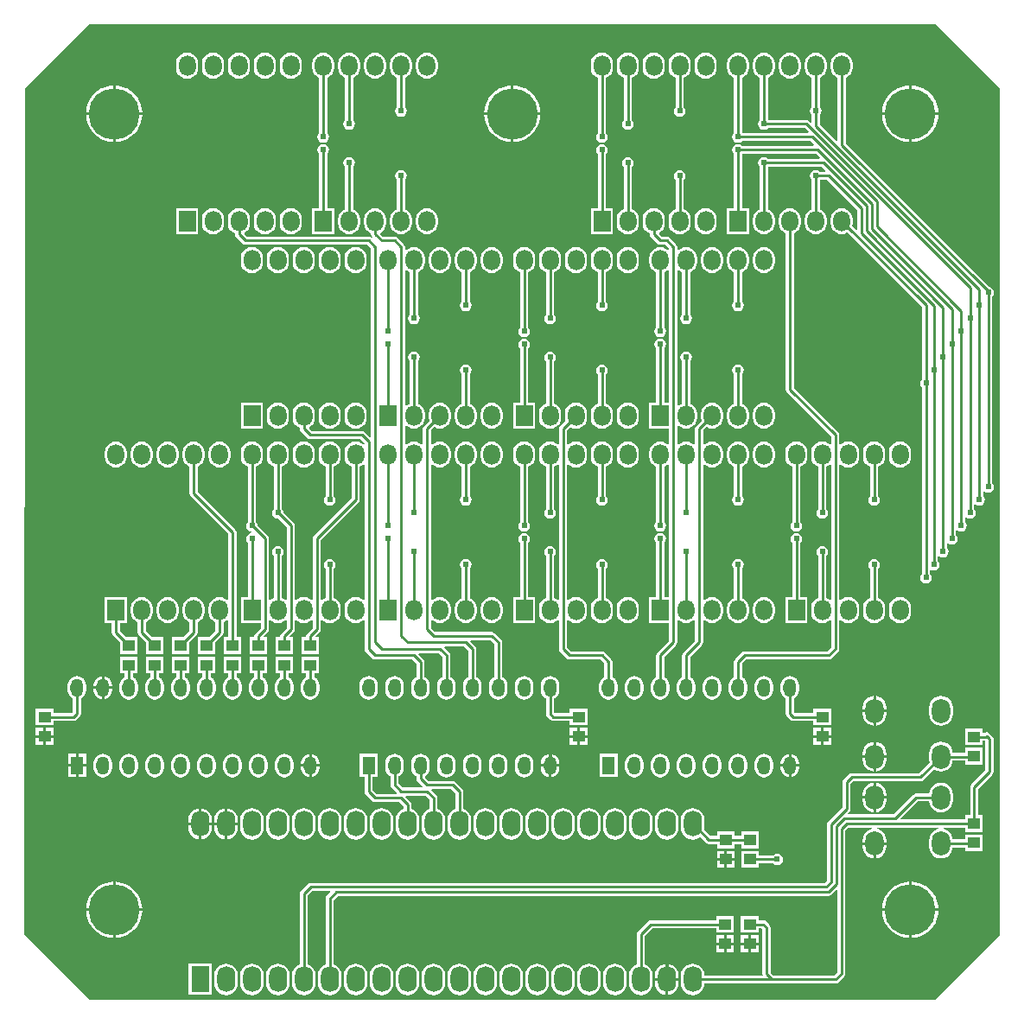
<source format=gtl>
G04 Layer_Physical_Order=1*
G04 Layer_Color=255*
%FSLAX25Y25*%
%MOIN*%
G70*
G01*
G75*
%ADD10R,0.04724X0.04488*%
%ADD11C,0.01000*%
%ADD12O,0.06500X0.08000*%
%ADD13R,0.06500X0.08000*%
%ADD14R,0.05000X0.07000*%
%ADD15O,0.05000X0.07000*%
%ADD16C,0.19685*%
%ADD17R,0.07000X0.10000*%
%ADD18O,0.07000X0.10000*%
%ADD19O,0.07087X0.09449*%
%ADD20C,0.02400*%
G36*
X358661Y378740D02*
X381102Y356299D01*
Y335433D01*
Y29528D01*
X376772Y25197D01*
X356299Y4724D01*
X29921D01*
X24409Y10236D01*
X4724Y29921D01*
Y30709D01*
X5118Y356299D01*
X29921Y381102D01*
X356299D01*
X358661Y378740D01*
D02*
G37*
%LPC*%
G36*
X240000Y99530D02*
X239086Y99410D01*
X238235Y99057D01*
X237504Y98496D01*
X236943Y97765D01*
X236590Y96914D01*
X236470Y96000D01*
Y94000D01*
X236590Y93086D01*
X236943Y92235D01*
X237504Y91504D01*
X238235Y90943D01*
X239086Y90590D01*
X240000Y90470D01*
X240914Y90590D01*
X241765Y90943D01*
X242496Y91504D01*
X243057Y92235D01*
X243410Y93086D01*
X243530Y94000D01*
Y96000D01*
X243410Y96914D01*
X243057Y97765D01*
X242496Y98496D01*
X241765Y99057D01*
X240914Y99410D01*
X240000Y99530D01*
D02*
G37*
G36*
X250000D02*
X249086Y99410D01*
X248235Y99057D01*
X247504Y98496D01*
X246943Y97765D01*
X246590Y96914D01*
X246470Y96000D01*
Y94000D01*
X246590Y93086D01*
X246943Y92235D01*
X247504Y91504D01*
X248235Y90943D01*
X249086Y90590D01*
X250000Y90470D01*
X250914Y90590D01*
X251765Y90943D01*
X252496Y91504D01*
X253057Y92235D01*
X253410Y93086D01*
X253530Y94000D01*
Y96000D01*
X253410Y96914D01*
X253057Y97765D01*
X252496Y98496D01*
X251765Y99057D01*
X250914Y99410D01*
X250000Y99530D01*
D02*
G37*
G36*
X260000D02*
X259086Y99410D01*
X258235Y99057D01*
X257504Y98496D01*
X256943Y97765D01*
X256590Y96914D01*
X256470Y96000D01*
Y94000D01*
X256590Y93086D01*
X256943Y92235D01*
X257504Y91504D01*
X258235Y90943D01*
X259086Y90590D01*
X260000Y90470D01*
X260914Y90590D01*
X261765Y90943D01*
X262496Y91504D01*
X263057Y92235D01*
X263410Y93086D01*
X263530Y94000D01*
Y96000D01*
X263410Y96914D01*
X263057Y97765D01*
X262496Y98496D01*
X261765Y99057D01*
X260914Y99410D01*
X260000Y99530D01*
D02*
G37*
G36*
X197500D02*
X196586Y99410D01*
X195735Y99057D01*
X195004Y98496D01*
X194443Y97765D01*
X194090Y96914D01*
X193970Y96000D01*
Y94000D01*
X194090Y93086D01*
X194443Y92235D01*
X195004Y91504D01*
X195735Y90943D01*
X196586Y90590D01*
X197500Y90470D01*
X198414Y90590D01*
X199265Y90943D01*
X199996Y91504D01*
X200557Y92235D01*
X200910Y93086D01*
X201030Y94000D01*
Y96000D01*
X200910Y96914D01*
X200557Y97765D01*
X199996Y98496D01*
X199265Y99057D01*
X198414Y99410D01*
X197500Y99530D01*
D02*
G37*
G36*
X167500D02*
X166586Y99410D01*
X165735Y99057D01*
X165004Y98496D01*
X164443Y97765D01*
X164090Y96914D01*
X163970Y96000D01*
Y94000D01*
X164090Y93086D01*
X164443Y92235D01*
X165004Y91504D01*
X165735Y90943D01*
X166586Y90590D01*
X167500Y90470D01*
X168414Y90590D01*
X169265Y90943D01*
X169996Y91504D01*
X170557Y92235D01*
X170910Y93086D01*
X171030Y94000D01*
Y96000D01*
X170910Y96914D01*
X170557Y97765D01*
X169996Y98496D01*
X169265Y99057D01*
X168414Y99410D01*
X167500Y99530D01*
D02*
G37*
G36*
X177500D02*
X176586Y99410D01*
X175735Y99057D01*
X175004Y98496D01*
X174443Y97765D01*
X174090Y96914D01*
X173970Y96000D01*
Y94000D01*
X174090Y93086D01*
X174443Y92235D01*
X175004Y91504D01*
X175735Y90943D01*
X176586Y90590D01*
X177500Y90470D01*
X178414Y90590D01*
X179265Y90943D01*
X179996Y91504D01*
X180557Y92235D01*
X180910Y93086D01*
X181030Y94000D01*
Y96000D01*
X180910Y96914D01*
X180557Y97765D01*
X179996Y98496D01*
X179265Y99057D01*
X178414Y99410D01*
X177500Y99530D01*
D02*
G37*
G36*
X187500D02*
X186586Y99410D01*
X185735Y99057D01*
X185004Y98496D01*
X184443Y97765D01*
X184090Y96914D01*
X183970Y96000D01*
Y94000D01*
X184090Y93086D01*
X184443Y92235D01*
X185004Y91504D01*
X185735Y90943D01*
X186586Y90590D01*
X187500Y90470D01*
X188414Y90590D01*
X189265Y90943D01*
X189996Y91504D01*
X190557Y92235D01*
X190910Y93086D01*
X191030Y94000D01*
Y96000D01*
X190910Y96914D01*
X190557Y97765D01*
X189996Y98496D01*
X189265Y99057D01*
X188414Y99410D01*
X187500Y99530D01*
D02*
G37*
G36*
X270000D02*
X269086Y99410D01*
X268235Y99057D01*
X267504Y98496D01*
X266943Y97765D01*
X266590Y96914D01*
X266470Y96000D01*
Y94000D01*
X266590Y93086D01*
X266943Y92235D01*
X267504Y91504D01*
X268235Y90943D01*
X269086Y90590D01*
X270000Y90470D01*
X270914Y90590D01*
X271765Y90943D01*
X272496Y91504D01*
X273057Y92235D01*
X273410Y93086D01*
X273530Y94000D01*
Y96000D01*
X273410Y96914D01*
X273057Y97765D01*
X272496Y98496D01*
X271765Y99057D01*
X270914Y99410D01*
X270000Y99530D01*
D02*
G37*
G36*
X233500Y99500D02*
X226500D01*
Y90500D01*
X233500D01*
Y99500D01*
D02*
G37*
G36*
X114500Y94500D02*
X111470D01*
Y94000D01*
X111590Y93086D01*
X111943Y92235D01*
X112504Y91504D01*
X113235Y90943D01*
X114086Y90590D01*
X114500Y90536D01*
Y94500D01*
D02*
G37*
G36*
X118530D02*
X115500D01*
Y90536D01*
X115914Y90590D01*
X116765Y90943D01*
X117496Y91504D01*
X118057Y92235D01*
X118410Y93086D01*
X118530Y94000D01*
Y94500D01*
D02*
G37*
G36*
X28500D02*
X25500D01*
Y90500D01*
X28500D01*
Y94500D01*
D02*
G37*
G36*
X280000Y99530D02*
X279086Y99410D01*
X278235Y99057D01*
X277504Y98496D01*
X276943Y97765D01*
X276590Y96914D01*
X276470Y96000D01*
Y94000D01*
X276590Y93086D01*
X276943Y92235D01*
X277504Y91504D01*
X278235Y90943D01*
X279086Y90590D01*
X280000Y90470D01*
X280914Y90590D01*
X281765Y90943D01*
X282496Y91504D01*
X283057Y92235D01*
X283410Y93086D01*
X283530Y94000D01*
Y96000D01*
X283410Y96914D01*
X283057Y97765D01*
X282496Y98496D01*
X281765Y99057D01*
X280914Y99410D01*
X280000Y99530D01*
D02*
G37*
G36*
X290000D02*
X289086Y99410D01*
X288235Y99057D01*
X287504Y98496D01*
X286943Y97765D01*
X286590Y96914D01*
X286470Y96000D01*
Y94000D01*
X286590Y93086D01*
X286943Y92235D01*
X287504Y91504D01*
X288235Y90943D01*
X289086Y90590D01*
X290000Y90470D01*
X290914Y90590D01*
X291765Y90943D01*
X292496Y91504D01*
X293057Y92235D01*
X293410Y93086D01*
X293530Y94000D01*
Y96000D01*
X293410Y96914D01*
X293057Y97765D01*
X292496Y98496D01*
X291765Y99057D01*
X290914Y99410D01*
X290000Y99530D01*
D02*
G37*
G36*
X24500Y94500D02*
X21500D01*
Y90500D01*
X24500D01*
Y94500D01*
D02*
G37*
G36*
X105000Y99530D02*
X104086Y99410D01*
X103235Y99057D01*
X102504Y98496D01*
X101943Y97765D01*
X101590Y96914D01*
X101470Y96000D01*
Y94000D01*
X101590Y93086D01*
X101943Y92235D01*
X102504Y91504D01*
X103235Y90943D01*
X104086Y90590D01*
X105000Y90470D01*
X105914Y90590D01*
X106765Y90943D01*
X107496Y91504D01*
X108057Y92235D01*
X108410Y93086D01*
X108530Y94000D01*
Y96000D01*
X108410Y96914D01*
X108057Y97765D01*
X107496Y98496D01*
X106765Y99057D01*
X105914Y99410D01*
X105000Y99530D01*
D02*
G37*
G36*
X337260Y82177D02*
X333177D01*
Y76979D01*
X333863Y77070D01*
X334968Y77527D01*
X335917Y78256D01*
X336646Y79205D01*
X337104Y80310D01*
X337260Y81496D01*
Y82177D01*
D02*
G37*
G36*
X332177Y88375D02*
X331491Y88285D01*
X330386Y87827D01*
X329437Y87099D01*
X328709Y86150D01*
X328251Y85044D01*
X328095Y83858D01*
Y83177D01*
X332177D01*
Y88375D01*
D02*
G37*
G36*
X333177D02*
Y83177D01*
X337260D01*
Y83858D01*
X337104Y85044D01*
X336646Y86150D01*
X335917Y87099D01*
X334968Y87827D01*
X333863Y88285D01*
X333177Y88375D01*
D02*
G37*
G36*
X332177Y82177D02*
X328095D01*
Y81496D01*
X328251Y80310D01*
X328709Y79205D01*
X329437Y78256D01*
X330386Y77527D01*
X331491Y77070D01*
X332177Y76979D01*
Y82177D01*
D02*
G37*
G36*
X73000Y78473D02*
Y73000D01*
X77039D01*
Y74000D01*
X76884Y75175D01*
X76431Y76269D01*
X75709Y77209D01*
X74769Y77931D01*
X73675Y78384D01*
X73000Y78473D01*
D02*
G37*
G36*
X82000D02*
X81325Y78384D01*
X80231Y77931D01*
X79291Y77209D01*
X78569Y76269D01*
X78116Y75175D01*
X77961Y74000D01*
Y73000D01*
X82000D01*
Y78473D01*
D02*
G37*
G36*
X83000D02*
Y73000D01*
X87039D01*
Y74000D01*
X86884Y75175D01*
X86431Y76269D01*
X85709Y77209D01*
X84769Y77931D01*
X83675Y78384D01*
X83000Y78473D01*
D02*
G37*
G36*
X157500Y99530D02*
X156586Y99410D01*
X155735Y99057D01*
X155004Y98496D01*
X154443Y97765D01*
X154090Y96914D01*
X153970Y96000D01*
Y94000D01*
X154090Y93086D01*
X154443Y92235D01*
X155004Y91504D01*
X155735Y90943D01*
X155971Y90845D01*
Y90000D01*
X156087Y89415D01*
X156419Y88919D01*
X158346Y86991D01*
X158154Y86529D01*
X150634D01*
X149029Y88134D01*
Y90845D01*
X149265Y90943D01*
X149996Y91504D01*
X150557Y92235D01*
X150910Y93086D01*
X151030Y94000D01*
Y96000D01*
X150910Y96914D01*
X150557Y97765D01*
X149996Y98496D01*
X149265Y99057D01*
X148414Y99410D01*
X147500Y99530D01*
X146586Y99410D01*
X145735Y99057D01*
X145004Y98496D01*
X144443Y97765D01*
X144090Y96914D01*
X143970Y96000D01*
Y94000D01*
X144090Y93086D01*
X144443Y92235D01*
X145004Y91504D01*
X145735Y90943D01*
X145971Y90845D01*
Y87500D01*
X146087Y86915D01*
X146419Y86419D01*
X148346Y84491D01*
X148154Y84029D01*
X140633D01*
X139029Y85633D01*
Y90500D01*
X141000D01*
Y99500D01*
X134000D01*
Y90500D01*
X135971D01*
Y85000D01*
X136087Y84415D01*
X136419Y83919D01*
X138919Y81419D01*
X139415Y81087D01*
X140000Y80971D01*
X149366D01*
X150971Y79366D01*
Y78237D01*
X150231Y77931D01*
X149291Y77209D01*
X148569Y76269D01*
X148116Y75175D01*
X147961Y74000D01*
Y71000D01*
X148116Y69825D01*
X148569Y68731D01*
X149291Y67791D01*
X150231Y67069D01*
X151325Y66616D01*
X152500Y66461D01*
X153675Y66616D01*
X154769Y67069D01*
X155709Y67791D01*
X156431Y68731D01*
X156884Y69825D01*
X157039Y71000D01*
Y74000D01*
X156884Y75175D01*
X156431Y76269D01*
X155709Y77209D01*
X154769Y77931D01*
X154029Y78237D01*
Y80000D01*
X153913Y80585D01*
X153581Y81081D01*
X151654Y83009D01*
X151846Y83471D01*
X159367D01*
X160971Y81867D01*
Y78237D01*
X160231Y77931D01*
X159291Y77209D01*
X158569Y76269D01*
X158116Y75175D01*
X157961Y74000D01*
Y71000D01*
X158116Y69825D01*
X158569Y68731D01*
X159291Y67791D01*
X160231Y67069D01*
X161325Y66616D01*
X162500Y66461D01*
X163675Y66616D01*
X164769Y67069D01*
X165709Y67791D01*
X166431Y68731D01*
X166884Y69825D01*
X167039Y71000D01*
Y74000D01*
X166884Y75175D01*
X166431Y76269D01*
X165709Y77209D01*
X164769Y77931D01*
X164029Y78237D01*
Y82500D01*
X163913Y83085D01*
X163581Y83581D01*
X161654Y85509D01*
X161846Y85971D01*
X169367D01*
X170971Y84367D01*
Y78237D01*
X170231Y77931D01*
X169291Y77209D01*
X168569Y76269D01*
X168116Y75175D01*
X167961Y74000D01*
Y71000D01*
X168116Y69825D01*
X168569Y68731D01*
X169291Y67791D01*
X170231Y67069D01*
X171325Y66616D01*
X172500Y66461D01*
X173675Y66616D01*
X174769Y67069D01*
X175709Y67791D01*
X176431Y68731D01*
X176884Y69825D01*
X177039Y71000D01*
Y74000D01*
X176884Y75175D01*
X176431Y76269D01*
X175709Y77209D01*
X174769Y77931D01*
X174029Y78237D01*
Y85000D01*
X173913Y85585D01*
X173581Y86081D01*
X171081Y88581D01*
X170585Y88913D01*
X170000Y89029D01*
X160634D01*
X159262Y90400D01*
X159264Y90666D01*
X159344Y91003D01*
X159996Y91504D01*
X160557Y92235D01*
X160910Y93086D01*
X161030Y94000D01*
Y96000D01*
X160910Y96914D01*
X160557Y97765D01*
X159996Y98496D01*
X159265Y99057D01*
X158414Y99410D01*
X157500Y99530D01*
D02*
G37*
G36*
X75000D02*
X74086Y99410D01*
X73235Y99057D01*
X72504Y98496D01*
X71943Y97765D01*
X71590Y96914D01*
X71470Y96000D01*
Y94000D01*
X71590Y93086D01*
X71943Y92235D01*
X72504Y91504D01*
X73235Y90943D01*
X74086Y90590D01*
X75000Y90470D01*
X75914Y90590D01*
X76765Y90943D01*
X77496Y91504D01*
X78057Y92235D01*
X78410Y93086D01*
X78530Y94000D01*
Y96000D01*
X78410Y96914D01*
X78057Y97765D01*
X77496Y98496D01*
X76765Y99057D01*
X75914Y99410D01*
X75000Y99530D01*
D02*
G37*
G36*
X85000D02*
X84086Y99410D01*
X83235Y99057D01*
X82504Y98496D01*
X81943Y97765D01*
X81590Y96914D01*
X81470Y96000D01*
Y94000D01*
X81590Y93086D01*
X81943Y92235D01*
X82504Y91504D01*
X83235Y90943D01*
X84086Y90590D01*
X85000Y90470D01*
X85914Y90590D01*
X86765Y90943D01*
X87496Y91504D01*
X88057Y92235D01*
X88410Y93086D01*
X88530Y94000D01*
Y96000D01*
X88410Y96914D01*
X88057Y97765D01*
X87496Y98496D01*
X86765Y99057D01*
X85914Y99410D01*
X85000Y99530D01*
D02*
G37*
G36*
X95000D02*
X94086Y99410D01*
X93235Y99057D01*
X92504Y98496D01*
X91943Y97765D01*
X91590Y96914D01*
X91470Y96000D01*
Y94000D01*
X91590Y93086D01*
X91943Y92235D01*
X92504Y91504D01*
X93235Y90943D01*
X94086Y90590D01*
X95000Y90470D01*
X95914Y90590D01*
X96765Y90943D01*
X97496Y91504D01*
X98057Y92235D01*
X98410Y93086D01*
X98530Y94000D01*
Y96000D01*
X98410Y96914D01*
X98057Y97765D01*
X97496Y98496D01*
X96765Y99057D01*
X95914Y99410D01*
X95000Y99530D01*
D02*
G37*
G36*
X65000D02*
X64086Y99410D01*
X63235Y99057D01*
X62504Y98496D01*
X61943Y97765D01*
X61590Y96914D01*
X61470Y96000D01*
Y94000D01*
X61590Y93086D01*
X61943Y92235D01*
X62504Y91504D01*
X63235Y90943D01*
X64086Y90590D01*
X65000Y90470D01*
X65914Y90590D01*
X66765Y90943D01*
X67496Y91504D01*
X68057Y92235D01*
X68410Y93086D01*
X68530Y94000D01*
Y96000D01*
X68410Y96914D01*
X68057Y97765D01*
X67496Y98496D01*
X66765Y99057D01*
X65914Y99410D01*
X65000Y99530D01*
D02*
G37*
G36*
X35000D02*
X34086Y99410D01*
X33235Y99057D01*
X32504Y98496D01*
X31943Y97765D01*
X31590Y96914D01*
X31470Y96000D01*
Y94000D01*
X31590Y93086D01*
X31943Y92235D01*
X32504Y91504D01*
X33235Y90943D01*
X34086Y90590D01*
X35000Y90470D01*
X35914Y90590D01*
X36765Y90943D01*
X37496Y91504D01*
X38057Y92235D01*
X38410Y93086D01*
X38530Y94000D01*
Y96000D01*
X38410Y96914D01*
X38057Y97765D01*
X37496Y98496D01*
X36765Y99057D01*
X35914Y99410D01*
X35000Y99530D01*
D02*
G37*
G36*
X45000D02*
X44086Y99410D01*
X43235Y99057D01*
X42504Y98496D01*
X41943Y97765D01*
X41590Y96914D01*
X41470Y96000D01*
Y94000D01*
X41590Y93086D01*
X41943Y92235D01*
X42504Y91504D01*
X43235Y90943D01*
X44086Y90590D01*
X45000Y90470D01*
X45914Y90590D01*
X46765Y90943D01*
X47496Y91504D01*
X48057Y92235D01*
X48410Y93086D01*
X48530Y94000D01*
Y96000D01*
X48410Y96914D01*
X48057Y97765D01*
X47496Y98496D01*
X46765Y99057D01*
X45914Y99410D01*
X45000Y99530D01*
D02*
G37*
G36*
X55000D02*
X54086Y99410D01*
X53235Y99057D01*
X52504Y98496D01*
X51943Y97765D01*
X51590Y96914D01*
X51470Y96000D01*
Y94000D01*
X51590Y93086D01*
X51943Y92235D01*
X52504Y91504D01*
X53235Y90943D01*
X54086Y90590D01*
X55000Y90470D01*
X55914Y90590D01*
X56765Y90943D01*
X57496Y91504D01*
X58057Y92235D01*
X58410Y93086D01*
X58530Y94000D01*
Y96000D01*
X58410Y96914D01*
X58057Y97765D01*
X57496Y98496D01*
X56765Y99057D01*
X55914Y99410D01*
X55000Y99530D01*
D02*
G37*
G36*
X207000Y94500D02*
X203970D01*
Y94000D01*
X204090Y93086D01*
X204443Y92235D01*
X205004Y91504D01*
X205735Y90943D01*
X206586Y90590D01*
X207000Y90536D01*
Y94500D01*
D02*
G37*
G36*
X312000Y105760D02*
X309138D01*
Y103016D01*
X312000D01*
Y105760D01*
D02*
G37*
G36*
X315862D02*
X313000D01*
Y103016D01*
X315862D01*
Y105760D01*
D02*
G37*
G36*
X12000Y109504D02*
X9138D01*
Y106760D01*
X12000D01*
Y109504D01*
D02*
G37*
G36*
X221862Y105760D02*
X219000D01*
Y103016D01*
X221862D01*
Y105760D01*
D02*
G37*
G36*
X12000D02*
X9138D01*
Y103016D01*
X12000D01*
Y105760D01*
D02*
G37*
G36*
X15862D02*
X13000D01*
Y103016D01*
X15862D01*
Y105760D01*
D02*
G37*
G36*
X218000D02*
X215138D01*
Y103016D01*
X218000D01*
Y105760D01*
D02*
G37*
G36*
X15862Y109504D02*
X13000D01*
Y106760D01*
X15862D01*
Y109504D01*
D02*
G37*
G36*
X358268Y121905D02*
X357082Y121749D01*
X355977Y121291D01*
X355027Y120563D01*
X354299Y119614D01*
X353841Y118509D01*
X353685Y117323D01*
Y114961D01*
X353841Y113775D01*
X354299Y112669D01*
X355027Y111720D01*
X355977Y110992D01*
X357082Y110534D01*
X358268Y110378D01*
X359454Y110534D01*
X360559Y110992D01*
X361508Y111720D01*
X362236Y112669D01*
X362694Y113775D01*
X362850Y114961D01*
Y117323D01*
X362694Y118509D01*
X362236Y119614D01*
X361508Y120563D01*
X360559Y121291D01*
X359454Y121749D01*
X358268Y121905D01*
D02*
G37*
G36*
X332177Y115642D02*
X328095D01*
Y114961D01*
X328251Y113775D01*
X328709Y112669D01*
X329437Y111720D01*
X330386Y110992D01*
X331491Y110534D01*
X332177Y110444D01*
Y115642D01*
D02*
G37*
G36*
X337260D02*
X333177D01*
Y110444D01*
X333863Y110534D01*
X334968Y110992D01*
X335917Y111720D01*
X336646Y112669D01*
X337104Y113775D01*
X337260Y114961D01*
Y115642D01*
D02*
G37*
G36*
X315862Y109504D02*
X313000D01*
Y106760D01*
X315862D01*
Y109504D01*
D02*
G37*
G36*
X218000D02*
X215138D01*
Y106760D01*
X218000D01*
Y109504D01*
D02*
G37*
G36*
X221862D02*
X219000D01*
Y106760D01*
X221862D01*
Y109504D01*
D02*
G37*
G36*
X312000D02*
X309138D01*
Y106760D01*
X312000D01*
Y109504D01*
D02*
G37*
G36*
X333177Y104123D02*
Y98925D01*
X337260D01*
Y99606D01*
X337104Y100792D01*
X336646Y101898D01*
X335917Y102847D01*
X334968Y103575D01*
X333863Y104033D01*
X333177Y104123D01*
D02*
G37*
G36*
X337260Y97925D02*
X333177D01*
Y92727D01*
X333863Y92818D01*
X334968Y93275D01*
X335917Y94004D01*
X336646Y94953D01*
X337104Y96058D01*
X337260Y97244D01*
Y97925D01*
D02*
G37*
G36*
X374425Y109346D02*
X367701D01*
Y102858D01*
X374425D01*
Y104573D01*
X375439D01*
Y93153D01*
X369982Y87696D01*
X369650Y87199D01*
X369534Y86614D01*
Y75882D01*
X367701D01*
Y74167D01*
X342897D01*
X342705Y74629D01*
X349224Y81148D01*
X353731D01*
X353841Y80310D01*
X354299Y79205D01*
X355027Y78256D01*
X355977Y77527D01*
X357082Y77070D01*
X358268Y76913D01*
X359454Y77070D01*
X360559Y77527D01*
X361508Y78256D01*
X362236Y79205D01*
X362694Y80310D01*
X362850Y81496D01*
Y83858D01*
X362694Y85044D01*
X362236Y86150D01*
X361508Y87099D01*
X360559Y87827D01*
X359454Y88285D01*
X358268Y88441D01*
X357082Y88285D01*
X355977Y87827D01*
X355027Y87099D01*
X354299Y86150D01*
X353841Y85044D01*
X353731Y84207D01*
X348590D01*
X348005Y84090D01*
X347509Y83759D01*
X339918Y76167D01*
X322539D01*
X322348Y76629D01*
X322932Y77213D01*
X323263Y77709D01*
X323380Y78295D01*
Y87949D01*
X324452Y89022D01*
X350394D01*
X350979Y89138D01*
X351475Y89470D01*
X355583Y93577D01*
X355977Y93275D01*
X357082Y92818D01*
X358268Y92662D01*
X359454Y92818D01*
X360559Y93275D01*
X361508Y94004D01*
X362236Y94953D01*
X362694Y96058D01*
X362804Y96896D01*
X367701D01*
Y95378D01*
X374425D01*
Y101866D01*
X367701D01*
Y99955D01*
X362804D01*
X362694Y100792D01*
X362236Y101898D01*
X361508Y102847D01*
X360559Y103575D01*
X359454Y104033D01*
X358268Y104189D01*
X357082Y104033D01*
X355977Y103575D01*
X355027Y102847D01*
X354299Y101898D01*
X353841Y100792D01*
X353685Y99606D01*
Y97244D01*
X353829Y96150D01*
X349760Y92081D01*
X323819D01*
X323234Y91964D01*
X322738Y91633D01*
X320769Y89664D01*
X320437Y89168D01*
X320321Y88583D01*
Y78928D01*
X314801Y73408D01*
X314469Y72911D01*
X314352Y72326D01*
Y50643D01*
X313499Y49789D01*
X115189D01*
X114604Y49673D01*
X114108Y49341D01*
X111419Y46652D01*
X111087Y46156D01*
X110971Y45571D01*
Y18237D01*
X110231Y17931D01*
X109291Y17209D01*
X108569Y16269D01*
X108116Y15175D01*
X107961Y14000D01*
Y11000D01*
X108116Y9825D01*
X108569Y8731D01*
X109291Y7791D01*
X110231Y7069D01*
X111325Y6616D01*
X112500Y6461D01*
X113675Y6616D01*
X114769Y7069D01*
X115709Y7791D01*
X116431Y8731D01*
X116884Y9825D01*
X117039Y11000D01*
Y14000D01*
X116884Y15175D01*
X116431Y16269D01*
X115709Y17209D01*
X114769Y17931D01*
X114029Y18237D01*
Y44937D01*
X115823Y46731D01*
X122654D01*
X122846Y46268D01*
X121419Y44841D01*
X121087Y44345D01*
X120971Y43760D01*
Y18237D01*
X120231Y17931D01*
X119291Y17209D01*
X118569Y16269D01*
X118116Y15175D01*
X117961Y14000D01*
Y11000D01*
X118116Y9825D01*
X118569Y8731D01*
X119291Y7791D01*
X120231Y7069D01*
X121325Y6616D01*
X122500Y6461D01*
X123675Y6616D01*
X124769Y7069D01*
X125709Y7791D01*
X126431Y8731D01*
X126884Y9825D01*
X127039Y11000D01*
Y14000D01*
X126884Y15175D01*
X126431Y16269D01*
X125709Y17209D01*
X124769Y17931D01*
X124029Y18237D01*
Y43126D01*
X125634Y44730D01*
X314961D01*
X315546Y44847D01*
X316042Y45178D01*
X317891Y47027D01*
X318353Y46836D01*
Y15397D01*
X316985Y14029D01*
X293634D01*
X292529Y15134D01*
Y32500D01*
X292413Y33085D01*
X292081Y33581D01*
X290841Y34822D01*
X290345Y35153D01*
X289760Y35269D01*
X287862D01*
Y36984D01*
X281138D01*
Y30496D01*
X287862D01*
Y32211D01*
X289126D01*
X289471Y31866D01*
Y14500D01*
X289487Y14416D01*
X289170Y14029D01*
X267035D01*
X266884Y15175D01*
X266431Y16269D01*
X265709Y17209D01*
X264769Y17931D01*
X263675Y18384D01*
X262500Y18539D01*
X261325Y18384D01*
X260231Y17931D01*
X259291Y17209D01*
X258569Y16269D01*
X258116Y15175D01*
X257961Y14000D01*
Y11000D01*
X258116Y9825D01*
X258569Y8731D01*
X259291Y7791D01*
X260231Y7069D01*
X261325Y6616D01*
X262500Y6461D01*
X263675Y6616D01*
X264769Y7069D01*
X265709Y7791D01*
X266431Y8731D01*
X266884Y9825D01*
X267035Y10971D01*
X317618D01*
X318203Y11087D01*
X318700Y11419D01*
X320963Y13682D01*
X321295Y14178D01*
X321411Y14764D01*
Y70036D01*
X322484Y71108D01*
X331765D01*
X331797Y70608D01*
X331491Y70568D01*
X330386Y70110D01*
X329437Y69382D01*
X328709Y68433D01*
X328251Y67328D01*
X328095Y66142D01*
Y65461D01*
X337260D01*
Y66142D01*
X337104Y67328D01*
X336646Y68433D01*
X335917Y69382D01*
X334968Y70110D01*
X333863Y70568D01*
X333557Y70608D01*
X333590Y71108D01*
X357355D01*
X357388Y70608D01*
X357082Y70568D01*
X355977Y70110D01*
X355027Y69382D01*
X354299Y68433D01*
X353841Y67328D01*
X353685Y66142D01*
Y63779D01*
X353841Y62594D01*
X354299Y61488D01*
X355027Y60539D01*
X355977Y59811D01*
X357082Y59353D01*
X358268Y59197D01*
X359454Y59353D01*
X360559Y59811D01*
X361508Y60539D01*
X362236Y61488D01*
X362694Y62594D01*
X362804Y63431D01*
X367701D01*
Y61913D01*
X374425D01*
Y68402D01*
X367701D01*
Y66490D01*
X362804D01*
X362694Y67328D01*
X362236Y68433D01*
X361508Y69382D01*
X360559Y70110D01*
X359454Y70568D01*
X359148Y70608D01*
X359180Y71108D01*
X367701D01*
Y69394D01*
X374425D01*
Y75882D01*
X372592D01*
Y85981D01*
X378050Y91438D01*
X378381Y91934D01*
X378498Y92520D01*
Y105315D01*
X378381Y105900D01*
X378050Y106396D01*
X377066Y107381D01*
X376570Y107712D01*
X375984Y107829D01*
X375399Y107712D01*
X375279Y107632D01*
X374425D01*
Y109346D01*
D02*
G37*
G36*
X24500Y99500D02*
X21500D01*
Y95500D01*
X24500D01*
Y99500D01*
D02*
G37*
G36*
X332177Y97925D02*
X328095D01*
Y97244D01*
X328251Y96058D01*
X328709Y94953D01*
X329437Y94004D01*
X330386Y93275D01*
X331491Y92818D01*
X332177Y92727D01*
Y97925D01*
D02*
G37*
G36*
X211030Y94500D02*
X208000D01*
Y90536D01*
X208414Y90590D01*
X209265Y90943D01*
X209996Y91504D01*
X210557Y92235D01*
X210910Y93086D01*
X211030Y94000D01*
Y94500D01*
D02*
G37*
G36*
X299500D02*
X296470D01*
Y94000D01*
X296590Y93086D01*
X296943Y92235D01*
X297504Y91504D01*
X298235Y90943D01*
X299086Y90590D01*
X299500Y90536D01*
Y94500D01*
D02*
G37*
G36*
X303530D02*
X300500D01*
Y90536D01*
X300914Y90590D01*
X301765Y90943D01*
X302496Y91504D01*
X303057Y92235D01*
X303410Y93086D01*
X303530Y94000D01*
Y94500D01*
D02*
G37*
G36*
X28500Y99500D02*
X25500D01*
Y95500D01*
X28500D01*
Y99500D01*
D02*
G37*
G36*
X299500Y99464D02*
X299086Y99410D01*
X298235Y99057D01*
X297504Y98496D01*
X296943Y97765D01*
X296590Y96914D01*
X296470Y96000D01*
Y95500D01*
X299500D01*
Y99464D01*
D02*
G37*
G36*
X300500D02*
Y95500D01*
X303530D01*
Y96000D01*
X303410Y96914D01*
X303057Y97765D01*
X302496Y98496D01*
X301765Y99057D01*
X300914Y99410D01*
X300500Y99464D01*
D02*
G37*
G36*
X332177Y104123D02*
X331491Y104033D01*
X330386Y103575D01*
X329437Y102847D01*
X328709Y101898D01*
X328251Y100792D01*
X328095Y99606D01*
Y98925D01*
X332177D01*
Y104123D01*
D02*
G37*
G36*
X208000Y99464D02*
Y95500D01*
X211030D01*
Y96000D01*
X210910Y96914D01*
X210557Y97765D01*
X209996Y98496D01*
X209265Y99057D01*
X208414Y99410D01*
X208000Y99464D01*
D02*
G37*
G36*
X114500D02*
X114086Y99410D01*
X113235Y99057D01*
X112504Y98496D01*
X111943Y97765D01*
X111590Y96914D01*
X111470Y96000D01*
Y95500D01*
X114500D01*
Y99464D01*
D02*
G37*
G36*
X115500D02*
Y95500D01*
X118530D01*
Y96000D01*
X118410Y96914D01*
X118057Y97765D01*
X117496Y98496D01*
X116765Y99057D01*
X115914Y99410D01*
X115500Y99464D01*
D02*
G37*
G36*
X207000D02*
X206586Y99410D01*
X205735Y99057D01*
X205004Y98496D01*
X204443Y97765D01*
X204090Y96914D01*
X203970Y96000D01*
Y95500D01*
X207000D01*
Y99464D01*
D02*
G37*
G36*
X278362Y25760D02*
X275500D01*
Y23016D01*
X278362D01*
Y25760D01*
D02*
G37*
G36*
X284000D02*
X281138D01*
Y23016D01*
X284000D01*
Y25760D01*
D02*
G37*
G36*
X287862D02*
X285000D01*
Y23016D01*
X287862D01*
Y25760D01*
D02*
G37*
G36*
X274500D02*
X271638D01*
Y23016D01*
X274500D01*
Y25760D01*
D02*
G37*
G36*
X257039Y12000D02*
X253000D01*
Y6527D01*
X253675Y6616D01*
X254769Y7069D01*
X255709Y7791D01*
X256431Y8731D01*
X256884Y9825D01*
X257039Y11000D01*
Y12000D01*
D02*
G37*
G36*
X252000Y18473D02*
X251325Y18384D01*
X250231Y17931D01*
X249291Y17209D01*
X248569Y16269D01*
X248116Y15175D01*
X247961Y14000D01*
Y13000D01*
X252000D01*
Y18473D01*
D02*
G37*
G36*
X253000D02*
Y13000D01*
X257039D01*
Y14000D01*
X256884Y15175D01*
X256431Y16269D01*
X255709Y17209D01*
X254769Y17931D01*
X253675Y18384D01*
X253000Y18473D01*
D02*
G37*
G36*
X274500Y29504D02*
X271638D01*
Y26760D01*
X274500D01*
Y29504D01*
D02*
G37*
G36*
X50207Y38870D02*
X39870D01*
Y28533D01*
X41072Y28628D01*
X42731Y29026D01*
X44308Y29680D01*
X45763Y30571D01*
X47061Y31680D01*
X48169Y32977D01*
X49061Y34433D01*
X49714Y36009D01*
X50112Y37669D01*
X50207Y38870D01*
D02*
G37*
G36*
X345957D02*
X335620D01*
X335715Y37669D01*
X336113Y36009D01*
X336766Y34433D01*
X337658Y32977D01*
X338766Y31680D01*
X340064Y30571D01*
X341519Y29680D01*
X343096Y29026D01*
X344755Y28628D01*
X345957Y28533D01*
Y38870D01*
D02*
G37*
G36*
X357293D02*
X346957D01*
Y28533D01*
X348158Y28628D01*
X349818Y29026D01*
X351394Y29680D01*
X352850Y30571D01*
X354147Y31680D01*
X355256Y32977D01*
X356147Y34433D01*
X356800Y36009D01*
X357199Y37669D01*
X357293Y38870D01*
D02*
G37*
G36*
X38870D02*
X28533D01*
X28628Y37669D01*
X29026Y36009D01*
X29680Y34433D01*
X30571Y32977D01*
X31680Y31680D01*
X32977Y30571D01*
X34433Y29680D01*
X36009Y29026D01*
X37669Y28628D01*
X38870Y28533D01*
Y38870D01*
D02*
G37*
G36*
X278362Y29504D02*
X275500D01*
Y26760D01*
X278362D01*
Y29504D01*
D02*
G37*
G36*
X284000D02*
X281138D01*
Y26760D01*
X284000D01*
Y29504D01*
D02*
G37*
G36*
X287862D02*
X285000D01*
Y26760D01*
X287862D01*
Y29504D01*
D02*
G37*
G36*
X252000Y12000D02*
X247961D01*
Y11000D01*
X248116Y9825D01*
X248569Y8731D01*
X249291Y7791D01*
X250231Y7069D01*
X251325Y6616D01*
X252000Y6527D01*
Y12000D01*
D02*
G37*
G36*
X142500Y18539D02*
X141325Y18384D01*
X140231Y17931D01*
X139291Y17209D01*
X138569Y16269D01*
X138116Y15175D01*
X137961Y14000D01*
Y11000D01*
X138116Y9825D01*
X138569Y8731D01*
X139291Y7791D01*
X140231Y7069D01*
X141325Y6616D01*
X142500Y6461D01*
X143675Y6616D01*
X144769Y7069D01*
X145709Y7791D01*
X146431Y8731D01*
X146884Y9825D01*
X147039Y11000D01*
Y14000D01*
X146884Y15175D01*
X146431Y16269D01*
X145709Y17209D01*
X144769Y17931D01*
X143675Y18384D01*
X142500Y18539D01*
D02*
G37*
G36*
X152500D02*
X151325Y18384D01*
X150231Y17931D01*
X149291Y17209D01*
X148569Y16269D01*
X148116Y15175D01*
X147961Y14000D01*
Y11000D01*
X148116Y9825D01*
X148569Y8731D01*
X149291Y7791D01*
X150231Y7069D01*
X151325Y6616D01*
X152500Y6461D01*
X153675Y6616D01*
X154769Y7069D01*
X155709Y7791D01*
X156431Y8731D01*
X156884Y9825D01*
X157039Y11000D01*
Y14000D01*
X156884Y15175D01*
X156431Y16269D01*
X155709Y17209D01*
X154769Y17931D01*
X153675Y18384D01*
X152500Y18539D01*
D02*
G37*
G36*
X162500D02*
X161325Y18384D01*
X160231Y17931D01*
X159291Y17209D01*
X158569Y16269D01*
X158116Y15175D01*
X157961Y14000D01*
Y11000D01*
X158116Y9825D01*
X158569Y8731D01*
X159291Y7791D01*
X160231Y7069D01*
X161325Y6616D01*
X162500Y6461D01*
X163675Y6616D01*
X164769Y7069D01*
X165709Y7791D01*
X166431Y8731D01*
X166884Y9825D01*
X167039Y11000D01*
Y14000D01*
X166884Y15175D01*
X166431Y16269D01*
X165709Y17209D01*
X164769Y17931D01*
X163675Y18384D01*
X162500Y18539D01*
D02*
G37*
G36*
X132500D02*
X131325Y18384D01*
X130231Y17931D01*
X129291Y17209D01*
X128569Y16269D01*
X128116Y15175D01*
X127961Y14000D01*
Y11000D01*
X128116Y9825D01*
X128569Y8731D01*
X129291Y7791D01*
X130231Y7069D01*
X131325Y6616D01*
X132500Y6461D01*
X133675Y6616D01*
X134769Y7069D01*
X135709Y7791D01*
X136431Y8731D01*
X136884Y9825D01*
X137039Y11000D01*
Y14000D01*
X136884Y15175D01*
X136431Y16269D01*
X135709Y17209D01*
X134769Y17931D01*
X133675Y18384D01*
X132500Y18539D01*
D02*
G37*
G36*
X82500D02*
X81325Y18384D01*
X80231Y17931D01*
X79291Y17209D01*
X78569Y16269D01*
X78116Y15175D01*
X77961Y14000D01*
Y11000D01*
X78116Y9825D01*
X78569Y8731D01*
X79291Y7791D01*
X80231Y7069D01*
X81325Y6616D01*
X82500Y6461D01*
X83675Y6616D01*
X84769Y7069D01*
X85709Y7791D01*
X86431Y8731D01*
X86884Y9825D01*
X87039Y11000D01*
Y14000D01*
X86884Y15175D01*
X86431Y16269D01*
X85709Y17209D01*
X84769Y17931D01*
X83675Y18384D01*
X82500Y18539D01*
D02*
G37*
G36*
X92500D02*
X91325Y18384D01*
X90231Y17931D01*
X89291Y17209D01*
X88569Y16269D01*
X88116Y15175D01*
X87961Y14000D01*
Y11000D01*
X88116Y9825D01*
X88569Y8731D01*
X89291Y7791D01*
X90231Y7069D01*
X91325Y6616D01*
X92500Y6461D01*
X93675Y6616D01*
X94769Y7069D01*
X95709Y7791D01*
X96431Y8731D01*
X96884Y9825D01*
X97039Y11000D01*
Y14000D01*
X96884Y15175D01*
X96431Y16269D01*
X95709Y17209D01*
X94769Y17931D01*
X93675Y18384D01*
X92500Y18539D01*
D02*
G37*
G36*
X102500D02*
X101325Y18384D01*
X100231Y17931D01*
X99291Y17209D01*
X98569Y16269D01*
X98116Y15175D01*
X97961Y14000D01*
Y11000D01*
X98116Y9825D01*
X98569Y8731D01*
X99291Y7791D01*
X100231Y7069D01*
X101325Y6616D01*
X102500Y6461D01*
X103675Y6616D01*
X104769Y7069D01*
X105709Y7791D01*
X106431Y8731D01*
X106884Y9825D01*
X107039Y11000D01*
Y14000D01*
X106884Y15175D01*
X106431Y16269D01*
X105709Y17209D01*
X104769Y17931D01*
X103675Y18384D01*
X102500Y18539D01*
D02*
G37*
G36*
X172500D02*
X171325Y18384D01*
X170231Y17931D01*
X169291Y17209D01*
X168569Y16269D01*
X168116Y15175D01*
X167961Y14000D01*
Y11000D01*
X168116Y9825D01*
X168569Y8731D01*
X169291Y7791D01*
X170231Y7069D01*
X171325Y6616D01*
X172500Y6461D01*
X173675Y6616D01*
X174769Y7069D01*
X175709Y7791D01*
X176431Y8731D01*
X176884Y9825D01*
X177039Y11000D01*
Y14000D01*
X176884Y15175D01*
X176431Y16269D01*
X175709Y17209D01*
X174769Y17931D01*
X173675Y18384D01*
X172500Y18539D01*
D02*
G37*
G36*
X222500D02*
X221325Y18384D01*
X220231Y17931D01*
X219291Y17209D01*
X218569Y16269D01*
X218116Y15175D01*
X217961Y14000D01*
Y11000D01*
X218116Y9825D01*
X218569Y8731D01*
X219291Y7791D01*
X220231Y7069D01*
X221325Y6616D01*
X222500Y6461D01*
X223675Y6616D01*
X224769Y7069D01*
X225709Y7791D01*
X226431Y8731D01*
X226884Y9825D01*
X227039Y11000D01*
Y14000D01*
X226884Y15175D01*
X226431Y16269D01*
X225709Y17209D01*
X224769Y17931D01*
X223675Y18384D01*
X222500Y18539D01*
D02*
G37*
G36*
X232500D02*
X231325Y18384D01*
X230231Y17931D01*
X229291Y17209D01*
X228569Y16269D01*
X228116Y15175D01*
X227961Y14000D01*
Y11000D01*
X228116Y9825D01*
X228569Y8731D01*
X229291Y7791D01*
X230231Y7069D01*
X231325Y6616D01*
X232500Y6461D01*
X233675Y6616D01*
X234769Y7069D01*
X235709Y7791D01*
X236431Y8731D01*
X236884Y9825D01*
X237039Y11000D01*
Y14000D01*
X236884Y15175D01*
X236431Y16269D01*
X235709Y17209D01*
X234769Y17931D01*
X233675Y18384D01*
X232500Y18539D01*
D02*
G37*
G36*
X77000Y18500D02*
X68000D01*
Y6500D01*
X77000D01*
Y18500D01*
D02*
G37*
G36*
X212500Y18539D02*
X211325Y18384D01*
X210231Y17931D01*
X209291Y17209D01*
X208569Y16269D01*
X208116Y15175D01*
X207961Y14000D01*
Y11000D01*
X208116Y9825D01*
X208569Y8731D01*
X209291Y7791D01*
X210231Y7069D01*
X211325Y6616D01*
X212500Y6461D01*
X213675Y6616D01*
X214769Y7069D01*
X215709Y7791D01*
X216431Y8731D01*
X216884Y9825D01*
X217039Y11000D01*
Y14000D01*
X216884Y15175D01*
X216431Y16269D01*
X215709Y17209D01*
X214769Y17931D01*
X213675Y18384D01*
X212500Y18539D01*
D02*
G37*
G36*
X182500D02*
X181325Y18384D01*
X180231Y17931D01*
X179291Y17209D01*
X178569Y16269D01*
X178116Y15175D01*
X177961Y14000D01*
Y11000D01*
X178116Y9825D01*
X178569Y8731D01*
X179291Y7791D01*
X180231Y7069D01*
X181325Y6616D01*
X182500Y6461D01*
X183675Y6616D01*
X184769Y7069D01*
X185709Y7791D01*
X186431Y8731D01*
X186884Y9825D01*
X187039Y11000D01*
Y14000D01*
X186884Y15175D01*
X186431Y16269D01*
X185709Y17209D01*
X184769Y17931D01*
X183675Y18384D01*
X182500Y18539D01*
D02*
G37*
G36*
X192500D02*
X191325Y18384D01*
X190231Y17931D01*
X189291Y17209D01*
X188569Y16269D01*
X188116Y15175D01*
X187961Y14000D01*
Y11000D01*
X188116Y9825D01*
X188569Y8731D01*
X189291Y7791D01*
X190231Y7069D01*
X191325Y6616D01*
X192500Y6461D01*
X193675Y6616D01*
X194769Y7069D01*
X195709Y7791D01*
X196431Y8731D01*
X196884Y9825D01*
X197039Y11000D01*
Y14000D01*
X196884Y15175D01*
X196431Y16269D01*
X195709Y17209D01*
X194769Y17931D01*
X193675Y18384D01*
X192500Y18539D01*
D02*
G37*
G36*
X202500D02*
X201325Y18384D01*
X200231Y17931D01*
X199291Y17209D01*
X198569Y16269D01*
X198116Y15175D01*
X197961Y14000D01*
Y11000D01*
X198116Y9825D01*
X198569Y8731D01*
X199291Y7791D01*
X200231Y7069D01*
X201325Y6616D01*
X202500Y6461D01*
X203675Y6616D01*
X204769Y7069D01*
X205709Y7791D01*
X206431Y8731D01*
X206884Y9825D01*
X207039Y11000D01*
Y14000D01*
X206884Y15175D01*
X206431Y16269D01*
X205709Y17209D01*
X204769Y17931D01*
X203675Y18384D01*
X202500Y18539D01*
D02*
G37*
G36*
X278362Y36984D02*
X271638D01*
Y35269D01*
X246240D01*
X245655Y35153D01*
X245159Y34822D01*
X241419Y31081D01*
X241087Y30585D01*
X240971Y30000D01*
Y18237D01*
X240231Y17931D01*
X239291Y17209D01*
X238569Y16269D01*
X238116Y15175D01*
X237961Y14000D01*
Y11000D01*
X238116Y9825D01*
X238569Y8731D01*
X239291Y7791D01*
X240231Y7069D01*
X241325Y6616D01*
X242500Y6461D01*
X243675Y6616D01*
X244769Y7069D01*
X245709Y7791D01*
X246431Y8731D01*
X246884Y9825D01*
X247039Y11000D01*
Y14000D01*
X246884Y15175D01*
X246431Y16269D01*
X245709Y17209D01*
X244769Y17931D01*
X244029Y18237D01*
Y29366D01*
X246874Y32211D01*
X271638D01*
Y30496D01*
X278362D01*
Y36984D01*
D02*
G37*
G36*
X202500Y78539D02*
X201325Y78384D01*
X200231Y77931D01*
X199291Y77209D01*
X198569Y76269D01*
X198116Y75175D01*
X197961Y74000D01*
Y71000D01*
X198116Y69825D01*
X198569Y68731D01*
X199291Y67791D01*
X200231Y67069D01*
X201325Y66616D01*
X202500Y66461D01*
X203675Y66616D01*
X204769Y67069D01*
X205709Y67791D01*
X206431Y68731D01*
X206884Y69825D01*
X207039Y71000D01*
Y74000D01*
X206884Y75175D01*
X206431Y76269D01*
X205709Y77209D01*
X204769Y77931D01*
X203675Y78384D01*
X202500Y78539D01*
D02*
G37*
G36*
X212500D02*
X211325Y78384D01*
X210231Y77931D01*
X209291Y77209D01*
X208569Y76269D01*
X208116Y75175D01*
X207961Y74000D01*
Y71000D01*
X208116Y69825D01*
X208569Y68731D01*
X209291Y67791D01*
X210231Y67069D01*
X211325Y66616D01*
X212500Y66461D01*
X213675Y66616D01*
X214769Y67069D01*
X215709Y67791D01*
X216431Y68731D01*
X216884Y69825D01*
X217039Y71000D01*
Y74000D01*
X216884Y75175D01*
X216431Y76269D01*
X215709Y77209D01*
X214769Y77931D01*
X213675Y78384D01*
X212500Y78539D01*
D02*
G37*
G36*
X222500D02*
X221325Y78384D01*
X220231Y77931D01*
X219291Y77209D01*
X218569Y76269D01*
X218116Y75175D01*
X217961Y74000D01*
Y71000D01*
X218116Y69825D01*
X218569Y68731D01*
X219291Y67791D01*
X220231Y67069D01*
X221325Y66616D01*
X222500Y66461D01*
X223675Y66616D01*
X224769Y67069D01*
X225709Y67791D01*
X226431Y68731D01*
X226884Y69825D01*
X227039Y71000D01*
Y74000D01*
X226884Y75175D01*
X226431Y76269D01*
X225709Y77209D01*
X224769Y77931D01*
X223675Y78384D01*
X222500Y78539D01*
D02*
G37*
G36*
X192500D02*
X191325Y78384D01*
X190231Y77931D01*
X189291Y77209D01*
X188569Y76269D01*
X188116Y75175D01*
X187961Y74000D01*
Y71000D01*
X188116Y69825D01*
X188569Y68731D01*
X189291Y67791D01*
X190231Y67069D01*
X191325Y66616D01*
X192500Y66461D01*
X193675Y66616D01*
X194769Y67069D01*
X195709Y67791D01*
X196431Y68731D01*
X196884Y69825D01*
X197039Y71000D01*
Y74000D01*
X196884Y75175D01*
X196431Y76269D01*
X195709Y77209D01*
X194769Y77931D01*
X193675Y78384D01*
X192500Y78539D01*
D02*
G37*
G36*
X132500D02*
X131325Y78384D01*
X130231Y77931D01*
X129291Y77209D01*
X128569Y76269D01*
X128116Y75175D01*
X127961Y74000D01*
Y71000D01*
X128116Y69825D01*
X128569Y68731D01*
X129291Y67791D01*
X130231Y67069D01*
X131325Y66616D01*
X132500Y66461D01*
X133675Y66616D01*
X134769Y67069D01*
X135709Y67791D01*
X136431Y68731D01*
X136884Y69825D01*
X137039Y71000D01*
Y74000D01*
X136884Y75175D01*
X136431Y76269D01*
X135709Y77209D01*
X134769Y77931D01*
X133675Y78384D01*
X132500Y78539D01*
D02*
G37*
G36*
X142500D02*
X141325Y78384D01*
X140231Y77931D01*
X139291Y77209D01*
X138569Y76269D01*
X138116Y75175D01*
X137961Y74000D01*
Y71000D01*
X138116Y69825D01*
X138569Y68731D01*
X139291Y67791D01*
X140231Y67069D01*
X141325Y66616D01*
X142500Y66461D01*
X143675Y66616D01*
X144769Y67069D01*
X145709Y67791D01*
X146431Y68731D01*
X146884Y69825D01*
X147039Y71000D01*
Y74000D01*
X146884Y75175D01*
X146431Y76269D01*
X145709Y77209D01*
X144769Y77931D01*
X143675Y78384D01*
X142500Y78539D01*
D02*
G37*
G36*
X182500D02*
X181325Y78384D01*
X180231Y77931D01*
X179291Y77209D01*
X178569Y76269D01*
X178116Y75175D01*
X177961Y74000D01*
Y71000D01*
X178116Y69825D01*
X178569Y68731D01*
X179291Y67791D01*
X180231Y67069D01*
X181325Y66616D01*
X182500Y66461D01*
X183675Y66616D01*
X184769Y67069D01*
X185709Y67791D01*
X186431Y68731D01*
X186884Y69825D01*
X187039Y71000D01*
Y74000D01*
X186884Y75175D01*
X186431Y76269D01*
X185709Y77209D01*
X184769Y77931D01*
X183675Y78384D01*
X182500Y78539D01*
D02*
G37*
G36*
X232500D02*
X231325Y78384D01*
X230231Y77931D01*
X229291Y77209D01*
X228569Y76269D01*
X228116Y75175D01*
X227961Y74000D01*
Y71000D01*
X228116Y69825D01*
X228569Y68731D01*
X229291Y67791D01*
X230231Y67069D01*
X231325Y66616D01*
X232500Y66461D01*
X233675Y66616D01*
X234769Y67069D01*
X235709Y67791D01*
X236431Y68731D01*
X236884Y69825D01*
X237039Y71000D01*
Y74000D01*
X236884Y75175D01*
X236431Y76269D01*
X235709Y77209D01*
X234769Y77931D01*
X233675Y78384D01*
X232500Y78539D01*
D02*
G37*
G36*
X82000Y72000D02*
X77961D01*
Y71000D01*
X78116Y69825D01*
X78569Y68731D01*
X79291Y67791D01*
X80231Y67069D01*
X81325Y66616D01*
X82000Y66527D01*
Y72000D01*
D02*
G37*
G36*
X87039D02*
X83000D01*
Y66527D01*
X83675Y66616D01*
X84769Y67069D01*
X85709Y67791D01*
X86431Y68731D01*
X86884Y69825D01*
X87039Y71000D01*
Y72000D01*
D02*
G37*
G36*
X72000Y78473D02*
X71325Y78384D01*
X70231Y77931D01*
X69291Y77209D01*
X68569Y76269D01*
X68116Y75175D01*
X67961Y74000D01*
Y73000D01*
X72000D01*
Y78473D01*
D02*
G37*
G36*
X77039Y72000D02*
X73000D01*
Y66527D01*
X73675Y66616D01*
X74769Y67069D01*
X75709Y67791D01*
X76431Y68731D01*
X76884Y69825D01*
X77039Y71000D01*
Y72000D01*
D02*
G37*
G36*
X242500Y78539D02*
X241325Y78384D01*
X240231Y77931D01*
X239291Y77209D01*
X238569Y76269D01*
X238116Y75175D01*
X237961Y74000D01*
Y71000D01*
X238116Y69825D01*
X238569Y68731D01*
X239291Y67791D01*
X240231Y67069D01*
X241325Y66616D01*
X242500Y66461D01*
X243675Y66616D01*
X244769Y67069D01*
X245709Y67791D01*
X246431Y68731D01*
X246884Y69825D01*
X247039Y71000D01*
Y74000D01*
X246884Y75175D01*
X246431Y76269D01*
X245709Y77209D01*
X244769Y77931D01*
X243675Y78384D01*
X242500Y78539D01*
D02*
G37*
G36*
X252500D02*
X251325Y78384D01*
X250231Y77931D01*
X249291Y77209D01*
X248569Y76269D01*
X248116Y75175D01*
X247961Y74000D01*
Y71000D01*
X248116Y69825D01*
X248569Y68731D01*
X249291Y67791D01*
X250231Y67069D01*
X251325Y66616D01*
X252500Y66461D01*
X253675Y66616D01*
X254769Y67069D01*
X255709Y67791D01*
X256431Y68731D01*
X256884Y69825D01*
X257039Y71000D01*
Y74000D01*
X256884Y75175D01*
X256431Y76269D01*
X255709Y77209D01*
X254769Y77931D01*
X253675Y78384D01*
X252500Y78539D01*
D02*
G37*
G36*
X72000Y72000D02*
X67961D01*
Y71000D01*
X68116Y69825D01*
X68569Y68731D01*
X69291Y67791D01*
X70231Y67069D01*
X71325Y66616D01*
X72000Y66527D01*
Y72000D01*
D02*
G37*
G36*
X122500Y78539D02*
X121325Y78384D01*
X120231Y77931D01*
X119291Y77209D01*
X118569Y76269D01*
X118116Y75175D01*
X117961Y74000D01*
Y71000D01*
X118116Y69825D01*
X118569Y68731D01*
X119291Y67791D01*
X120231Y67069D01*
X121325Y66616D01*
X122500Y66461D01*
X123675Y66616D01*
X124769Y67069D01*
X125709Y67791D01*
X126431Y68731D01*
X126884Y69825D01*
X127039Y71000D01*
Y74000D01*
X126884Y75175D01*
X126431Y76269D01*
X125709Y77209D01*
X124769Y77931D01*
X123675Y78384D01*
X122500Y78539D01*
D02*
G37*
G36*
X274697Y58358D02*
X271835D01*
Y55614D01*
X274697D01*
Y58358D01*
D02*
G37*
G36*
X278559D02*
X275697D01*
Y55614D01*
X278559D01*
Y58358D01*
D02*
G37*
G36*
X288008Y62102D02*
X281283D01*
Y55614D01*
X288008D01*
Y57329D01*
X293455D01*
X293493Y57272D01*
X294220Y56786D01*
X295079Y56615D01*
X295937Y56786D01*
X296665Y57272D01*
X297151Y58000D01*
X297322Y58858D01*
X297151Y59717D01*
X296665Y60444D01*
X295937Y60931D01*
X295079Y61101D01*
X294220Y60931D01*
X293493Y60444D01*
X293455Y60388D01*
X288008D01*
Y62102D01*
D02*
G37*
G36*
X346957Y50207D02*
Y39870D01*
X357293D01*
X357199Y41072D01*
X356800Y42731D01*
X356147Y44308D01*
X355256Y45763D01*
X354147Y47061D01*
X352850Y48169D01*
X351394Y49061D01*
X349818Y49714D01*
X348158Y50112D01*
X346957Y50207D01*
D02*
G37*
G36*
X38870D02*
X37669Y50112D01*
X36009Y49714D01*
X34433Y49061D01*
X32977Y48169D01*
X31680Y47061D01*
X30571Y45763D01*
X29680Y44308D01*
X29026Y42731D01*
X28628Y41072D01*
X28533Y39870D01*
X38870D01*
Y50207D01*
D02*
G37*
G36*
X39870D02*
Y39870D01*
X50207D01*
X50112Y41072D01*
X49714Y42731D01*
X49061Y44308D01*
X48169Y45763D01*
X47061Y47061D01*
X45763Y48169D01*
X44308Y49061D01*
X42731Y49714D01*
X41072Y50112D01*
X39870Y50207D01*
D02*
G37*
G36*
X345957D02*
X344755Y50112D01*
X343096Y49714D01*
X341519Y49061D01*
X340064Y48169D01*
X338766Y47061D01*
X337658Y45763D01*
X336766Y44308D01*
X336113Y42731D01*
X335715Y41072D01*
X335620Y39870D01*
X345957D01*
Y50207D01*
D02*
G37*
G36*
X332177Y64461D02*
X328095D01*
Y63779D01*
X328251Y62594D01*
X328709Y61488D01*
X329437Y60539D01*
X330386Y59811D01*
X331491Y59353D01*
X332177Y59263D01*
Y64461D01*
D02*
G37*
G36*
X92500Y78539D02*
X91325Y78384D01*
X90231Y77931D01*
X89291Y77209D01*
X88569Y76269D01*
X88116Y75175D01*
X87961Y74000D01*
Y71000D01*
X88116Y69825D01*
X88569Y68731D01*
X89291Y67791D01*
X90231Y67069D01*
X91325Y66616D01*
X92500Y66461D01*
X93675Y66616D01*
X94769Y67069D01*
X95709Y67791D01*
X96431Y68731D01*
X96884Y69825D01*
X97039Y71000D01*
Y74000D01*
X96884Y75175D01*
X96431Y76269D01*
X95709Y77209D01*
X94769Y77931D01*
X93675Y78384D01*
X92500Y78539D01*
D02*
G37*
G36*
X102500D02*
X101325Y78384D01*
X100231Y77931D01*
X99291Y77209D01*
X98569Y76269D01*
X98116Y75175D01*
X97961Y74000D01*
Y71000D01*
X98116Y69825D01*
X98569Y68731D01*
X99291Y67791D01*
X100231Y67069D01*
X101325Y66616D01*
X102500Y66461D01*
X103675Y66616D01*
X104769Y67069D01*
X105709Y67791D01*
X106431Y68731D01*
X106884Y69825D01*
X107039Y71000D01*
Y74000D01*
X106884Y75175D01*
X106431Y76269D01*
X105709Y77209D01*
X104769Y77931D01*
X103675Y78384D01*
X102500Y78539D01*
D02*
G37*
G36*
X112500D02*
X111325Y78384D01*
X110231Y77931D01*
X109291Y77209D01*
X108569Y76269D01*
X108116Y75175D01*
X107961Y74000D01*
Y71000D01*
X108116Y69825D01*
X108569Y68731D01*
X109291Y67791D01*
X110231Y67069D01*
X111325Y66616D01*
X112500Y66461D01*
X113675Y66616D01*
X114769Y67069D01*
X115709Y67791D01*
X116431Y68731D01*
X116884Y69825D01*
X117039Y71000D01*
Y74000D01*
X116884Y75175D01*
X116431Y76269D01*
X115709Y77209D01*
X114769Y77931D01*
X113675Y78384D01*
X112500Y78539D01*
D02*
G37*
G36*
X262500D02*
X261325Y78384D01*
X260231Y77931D01*
X259291Y77209D01*
X258569Y76269D01*
X258116Y75175D01*
X257961Y74000D01*
Y71000D01*
X258116Y69825D01*
X258569Y68731D01*
X259291Y67791D01*
X260231Y67069D01*
X261325Y66616D01*
X262500Y66461D01*
X263675Y66616D01*
X264769Y67069D01*
X265334Y67503D01*
X267580Y65257D01*
X268076Y64926D01*
X268661Y64809D01*
X271835D01*
Y63095D01*
X278559D01*
Y64809D01*
X281283D01*
Y63095D01*
X288008D01*
Y69583D01*
X281283D01*
Y67868D01*
X278559D01*
Y69583D01*
X271835D01*
Y67868D01*
X269295D01*
X266937Y70226D01*
X267039Y71000D01*
Y74000D01*
X266884Y75175D01*
X266431Y76269D01*
X265709Y77209D01*
X264769Y77931D01*
X263675Y78384D01*
X262500Y78539D01*
D02*
G37*
G36*
X337260Y64461D02*
X333177D01*
Y59263D01*
X333863Y59353D01*
X334968Y59811D01*
X335917Y60539D01*
X336646Y61488D01*
X337104Y62594D01*
X337260Y63779D01*
Y64461D01*
D02*
G37*
G36*
X274697Y62102D02*
X271835D01*
Y59358D01*
X274697D01*
Y62102D01*
D02*
G37*
G36*
X278559D02*
X275697D01*
Y59358D01*
X278559D01*
Y62102D01*
D02*
G37*
G36*
X247500Y310037D02*
X246391Y309891D01*
X245357Y309462D01*
X244469Y308781D01*
X243788Y307893D01*
X243359Y306859D01*
X243213Y305750D01*
Y304250D01*
X243359Y303140D01*
X243788Y302107D01*
X244469Y301219D01*
X245357Y300538D01*
X245971Y300283D01*
Y300000D01*
X246087Y299415D01*
X246419Y298919D01*
X248919Y296419D01*
X249415Y296087D01*
X250000Y295971D01*
X251867D01*
X253416Y294421D01*
X253370Y294060D01*
X252877Y293899D01*
X252143Y294462D01*
X251110Y294891D01*
X250000Y295037D01*
X248890Y294891D01*
X247857Y294462D01*
X246969Y293781D01*
X246288Y292893D01*
X245859Y291860D01*
X245713Y290750D01*
Y289250D01*
X245859Y288141D01*
X246288Y287107D01*
X246969Y286219D01*
X247857Y285538D01*
X248471Y285283D01*
Y264124D01*
X248414Y264086D01*
X247928Y263358D01*
X247757Y262500D01*
X247928Y261642D01*
X248414Y260914D01*
X249142Y260428D01*
X250000Y260257D01*
X250858Y260428D01*
X251586Y260914D01*
X252072Y261642D01*
X252243Y262500D01*
X252072Y263358D01*
X251586Y264086D01*
X251529Y264124D01*
Y285283D01*
X252143Y285538D01*
X252971Y286172D01*
X253471Y286056D01*
Y235000D01*
X251529D01*
Y255876D01*
X251586Y255914D01*
X252072Y256642D01*
X252243Y257500D01*
X252072Y258358D01*
X251586Y259086D01*
X250858Y259572D01*
X250000Y259743D01*
X249142Y259572D01*
X248414Y259086D01*
X247928Y258358D01*
X247757Y257500D01*
X247928Y256642D01*
X248414Y255914D01*
X248471Y255876D01*
Y235000D01*
X245750D01*
Y225000D01*
X253471D01*
Y218944D01*
X252971Y218828D01*
X252143Y219462D01*
X251110Y219891D01*
X250000Y220037D01*
X248890Y219891D01*
X247857Y219462D01*
X246969Y218781D01*
X246288Y217893D01*
X245859Y216860D01*
X245713Y215750D01*
Y214250D01*
X245859Y213141D01*
X246288Y212107D01*
X246969Y211219D01*
X247857Y210538D01*
X248471Y210283D01*
Y189124D01*
X248414Y189086D01*
X247928Y188358D01*
X247757Y187500D01*
X247928Y186642D01*
X248414Y185914D01*
X249142Y185428D01*
X250000Y185257D01*
X250858Y185428D01*
X251586Y185914D01*
X252072Y186642D01*
X252243Y187500D01*
X252072Y188358D01*
X251586Y189086D01*
X251529Y189124D01*
Y210283D01*
X252143Y210538D01*
X252971Y211172D01*
X253471Y211056D01*
Y160000D01*
X251529D01*
Y180876D01*
X251586Y180914D01*
X252072Y181642D01*
X252243Y182500D01*
X252072Y183358D01*
X251586Y184086D01*
X250858Y184572D01*
X250000Y184743D01*
X249142Y184572D01*
X248414Y184086D01*
X247928Y183358D01*
X247757Y182500D01*
X247928Y181642D01*
X248414Y180914D01*
X248471Y180876D01*
Y160000D01*
X245750D01*
Y150000D01*
X253471D01*
Y143133D01*
X248919Y138581D01*
X248587Y138085D01*
X248471Y137500D01*
Y129155D01*
X248235Y129057D01*
X247504Y128496D01*
X246943Y127765D01*
X246590Y126914D01*
X246470Y126000D01*
Y124000D01*
X246590Y123086D01*
X246943Y122235D01*
X247504Y121504D01*
X248235Y120943D01*
X249086Y120590D01*
X250000Y120470D01*
X250914Y120590D01*
X251765Y120943D01*
X252496Y121504D01*
X253057Y122235D01*
X253410Y123086D01*
X253530Y124000D01*
Y126000D01*
X253410Y126914D01*
X253057Y127765D01*
X252496Y128496D01*
X251765Y129057D01*
X251529Y129155D01*
Y136866D01*
X256081Y141419D01*
X256413Y141915D01*
X256529Y142500D01*
Y151056D01*
X257029Y151172D01*
X257857Y150538D01*
X258891Y150109D01*
X260000Y149963D01*
X261109Y150109D01*
X262143Y150538D01*
X262971Y151172D01*
X263471Y151056D01*
Y143133D01*
X258919Y138581D01*
X258587Y138085D01*
X258471Y137500D01*
Y129155D01*
X258235Y129057D01*
X257504Y128496D01*
X256943Y127765D01*
X256590Y126914D01*
X256470Y126000D01*
Y124000D01*
X256590Y123086D01*
X256943Y122235D01*
X257504Y121504D01*
X258235Y120943D01*
X259086Y120590D01*
X260000Y120470D01*
X260914Y120590D01*
X261765Y120943D01*
X262496Y121504D01*
X263057Y122235D01*
X263410Y123086D01*
X263530Y124000D01*
Y126000D01*
X263410Y126914D01*
X263057Y127765D01*
X262496Y128496D01*
X261765Y129057D01*
X261529Y129155D01*
Y136866D01*
X266081Y141419D01*
X266413Y141915D01*
X266529Y142500D01*
Y151056D01*
X267029Y151172D01*
X267857Y150538D01*
X268891Y150109D01*
X270000Y149963D01*
X271110Y150109D01*
X272143Y150538D01*
X273031Y151219D01*
X273712Y152107D01*
X274141Y153140D01*
X274287Y154250D01*
Y155750D01*
X274141Y156860D01*
X273712Y157893D01*
X273031Y158781D01*
X272143Y159462D01*
X271110Y159891D01*
X270000Y160037D01*
X268891Y159891D01*
X267857Y159462D01*
X267029Y158828D01*
X266529Y158944D01*
Y211056D01*
X267029Y211172D01*
X267857Y210538D01*
X268891Y210109D01*
X270000Y209963D01*
X271110Y210109D01*
X272143Y210538D01*
X273031Y211219D01*
X273712Y212107D01*
X274141Y213141D01*
X274287Y214250D01*
Y215750D01*
X274141Y216860D01*
X273712Y217893D01*
X273031Y218781D01*
X272143Y219462D01*
X271110Y219891D01*
X270000Y220037D01*
X268891Y219891D01*
X267857Y219462D01*
X267029Y218828D01*
X266529Y218944D01*
Y224366D01*
X267768Y225605D01*
X267857Y225538D01*
X268891Y225109D01*
X270000Y224963D01*
X271110Y225109D01*
X272143Y225538D01*
X273031Y226219D01*
X273712Y227107D01*
X274141Y228140D01*
X274287Y229250D01*
Y230750D01*
X274141Y231859D01*
X273712Y232893D01*
X273031Y233781D01*
X272143Y234462D01*
X271110Y234891D01*
X270000Y235037D01*
X268891Y234891D01*
X267857Y234462D01*
X266969Y233781D01*
X266288Y232893D01*
X265859Y231859D01*
X265713Y230750D01*
Y229250D01*
X265859Y228140D01*
X265894Y228057D01*
X263919Y226081D01*
X263587Y225585D01*
X263471Y225000D01*
Y218944D01*
X262971Y218828D01*
X262143Y219462D01*
X261109Y219891D01*
X260000Y220037D01*
X258891Y219891D01*
X257857Y219462D01*
X257029Y218828D01*
X256529Y218944D01*
Y226056D01*
X257029Y226172D01*
X257857Y225538D01*
X258891Y225109D01*
X260000Y224963D01*
X261109Y225109D01*
X262143Y225538D01*
X263031Y226219D01*
X263712Y227107D01*
X264141Y228140D01*
X264287Y229250D01*
Y230750D01*
X264141Y231859D01*
X263712Y232893D01*
X263031Y233781D01*
X262143Y234462D01*
X261529Y234717D01*
Y250876D01*
X261586Y250914D01*
X262072Y251642D01*
X262243Y252500D01*
X262072Y253358D01*
X261586Y254086D01*
X260858Y254572D01*
X260000Y254743D01*
X259142Y254572D01*
X258414Y254086D01*
X257928Y253358D01*
X257757Y252500D01*
X257928Y251642D01*
X258414Y250914D01*
X258471Y250876D01*
Y234717D01*
X257857Y234462D01*
X257029Y233828D01*
X256529Y233944D01*
Y286056D01*
X257029Y286172D01*
X257857Y285538D01*
X258471Y285283D01*
Y269124D01*
X258414Y269086D01*
X257928Y268358D01*
X257757Y267500D01*
X257928Y266642D01*
X258414Y265914D01*
X259142Y265428D01*
X260000Y265257D01*
X260858Y265428D01*
X261586Y265914D01*
X262072Y266642D01*
X262243Y267500D01*
X262072Y268358D01*
X261586Y269086D01*
X261529Y269124D01*
Y285283D01*
X262143Y285538D01*
X263031Y286219D01*
X263712Y287107D01*
X264141Y288141D01*
X264287Y289250D01*
Y290750D01*
X264141Y291860D01*
X263712Y292893D01*
X263031Y293781D01*
X262143Y294462D01*
X261109Y294891D01*
X260000Y295037D01*
X258891Y294891D01*
X257857Y294462D01*
X257029Y293828D01*
X256529Y293944D01*
Y295000D01*
X256413Y295585D01*
X256081Y296081D01*
X253581Y298581D01*
X253085Y298913D01*
X252500Y299029D01*
X250634D01*
X249612Y300051D01*
X249750Y300620D01*
X250531Y301219D01*
X251212Y302107D01*
X251641Y303140D01*
X251787Y304250D01*
Y305750D01*
X251641Y306859D01*
X251212Y307893D01*
X250531Y308781D01*
X249643Y309462D01*
X248609Y309891D01*
X247500Y310037D01*
D02*
G37*
G36*
X140000D02*
X138891Y309891D01*
X137857Y309462D01*
X136969Y308781D01*
X136288Y307893D01*
X135859Y306859D01*
X135713Y305750D01*
Y304250D01*
X135859Y303140D01*
X136288Y302107D01*
X136969Y301219D01*
X137857Y300538D01*
X138471Y300283D01*
Y300000D01*
X138587Y299415D01*
X138919Y298919D01*
X138581Y298581D01*
X138085Y298913D01*
X137500Y299029D01*
X90633D01*
X89612Y300051D01*
X89750Y300620D01*
X90531Y301219D01*
X91212Y302107D01*
X91641Y303140D01*
X91787Y304250D01*
Y305750D01*
X91641Y306859D01*
X91212Y307893D01*
X90531Y308781D01*
X89643Y309462D01*
X88609Y309891D01*
X87500Y310037D01*
X86391Y309891D01*
X85357Y309462D01*
X84469Y308781D01*
X83788Y307893D01*
X83359Y306859D01*
X83213Y305750D01*
Y304250D01*
X83359Y303140D01*
X83788Y302107D01*
X84469Y301219D01*
X85357Y300538D01*
X85971Y300283D01*
Y300000D01*
X86087Y299415D01*
X86419Y298919D01*
X88919Y296419D01*
X89415Y296087D01*
X90000Y295971D01*
X136866D01*
X138471Y294367D01*
Y221846D01*
X138009Y221654D01*
X136081Y223581D01*
X135585Y223913D01*
X135000Y224029D01*
X115633D01*
X114612Y225051D01*
X114750Y225620D01*
X115531Y226219D01*
X116212Y227107D01*
X116641Y228140D01*
X116787Y229250D01*
Y230750D01*
X116641Y231859D01*
X116212Y232893D01*
X115531Y233781D01*
X114643Y234462D01*
X113610Y234891D01*
X112500Y235037D01*
X111390Y234891D01*
X110357Y234462D01*
X109469Y233781D01*
X108788Y232893D01*
X108359Y231859D01*
X108213Y230750D01*
Y229250D01*
X108359Y228140D01*
X108788Y227107D01*
X109469Y226219D01*
X110357Y225538D01*
X110971Y225283D01*
Y225000D01*
X111087Y224415D01*
X111419Y223919D01*
X113919Y221419D01*
X114415Y221087D01*
X115000Y220971D01*
X134367D01*
X135916Y219421D01*
X135870Y219060D01*
X135377Y218899D01*
X134643Y219462D01*
X133609Y219891D01*
X132500Y220037D01*
X131391Y219891D01*
X130357Y219462D01*
X129469Y218781D01*
X128788Y217893D01*
X128359Y216860D01*
X128213Y215750D01*
Y214250D01*
X128359Y213141D01*
X128788Y212107D01*
X129469Y211219D01*
X130357Y210538D01*
X130971Y210283D01*
Y198134D01*
X116419Y183581D01*
X116087Y183085D01*
X115971Y182500D01*
Y158944D01*
X115471Y158828D01*
X114643Y159462D01*
X113610Y159891D01*
X112500Y160037D01*
X111390Y159891D01*
X110357Y159462D01*
X109529Y158828D01*
X109029Y158944D01*
Y187500D01*
X108913Y188085D01*
X108581Y188581D01*
X104730Y192433D01*
X104743Y192500D01*
X104572Y193358D01*
X104086Y194086D01*
X104029Y194124D01*
Y210283D01*
X104643Y210538D01*
X105531Y211219D01*
X106212Y212107D01*
X106641Y213141D01*
X106787Y214250D01*
Y215750D01*
X106641Y216860D01*
X106212Y217893D01*
X105531Y218781D01*
X104643Y219462D01*
X103610Y219891D01*
X102500Y220037D01*
X101391Y219891D01*
X100357Y219462D01*
X99469Y218781D01*
X98788Y217893D01*
X98359Y216860D01*
X98213Y215750D01*
Y214250D01*
X98359Y213141D01*
X98788Y212107D01*
X99469Y211219D01*
X100357Y210538D01*
X100971Y210283D01*
Y194124D01*
X100914Y194086D01*
X100428Y193358D01*
X100257Y192500D01*
X100428Y191642D01*
X100914Y190914D01*
X101642Y190428D01*
X102500Y190257D01*
X102567Y190270D01*
X105971Y186866D01*
Y158944D01*
X105471Y158828D01*
X104643Y159462D01*
X104029Y159717D01*
Y175876D01*
X104086Y175914D01*
X104572Y176642D01*
X104743Y177500D01*
X104572Y178358D01*
X104086Y179086D01*
X103358Y179572D01*
X102500Y179743D01*
X101642Y179572D01*
X100914Y179086D01*
X100428Y178358D01*
X100257Y177500D01*
X100428Y176642D01*
X100914Y175914D01*
X100971Y175876D01*
Y159717D01*
X100357Y159462D01*
X99529Y158828D01*
X99029Y158944D01*
Y182500D01*
X98913Y183085D01*
X98581Y183581D01*
X94730Y187433D01*
X94743Y187500D01*
X94572Y188358D01*
X94086Y189086D01*
X94029Y189124D01*
Y210283D01*
X94643Y210538D01*
X95531Y211219D01*
X96212Y212107D01*
X96641Y213141D01*
X96787Y214250D01*
Y215750D01*
X96641Y216860D01*
X96212Y217893D01*
X95531Y218781D01*
X94643Y219462D01*
X93609Y219891D01*
X92500Y220037D01*
X91391Y219891D01*
X90357Y219462D01*
X89469Y218781D01*
X88788Y217893D01*
X88359Y216860D01*
X88213Y215750D01*
Y214250D01*
X88359Y213141D01*
X88788Y212107D01*
X89469Y211219D01*
X90357Y210538D01*
X90971Y210283D01*
Y189124D01*
X90914Y189086D01*
X90428Y188358D01*
X90257Y187500D01*
X90428Y186642D01*
X90914Y185914D01*
X91642Y185428D01*
X92161Y185324D01*
X92223Y185198D01*
X91943Y184632D01*
X91642Y184572D01*
X90914Y184086D01*
X90428Y183358D01*
X90257Y182500D01*
X90428Y181642D01*
X90914Y180914D01*
X90971Y180876D01*
Y160000D01*
X88250D01*
Y150000D01*
X95971D01*
Y148134D01*
X93919Y146081D01*
X93587Y145585D01*
X93471Y145000D01*
Y144484D01*
X91638D01*
Y137996D01*
X98362D01*
Y144484D01*
X97300D01*
X97109Y144946D01*
X98581Y146419D01*
X98913Y146915D01*
X99029Y147500D01*
Y151056D01*
X99529Y151172D01*
X100357Y150538D01*
X101391Y150109D01*
X102500Y149963D01*
X103610Y150109D01*
X104643Y150538D01*
X105471Y151172D01*
X105971Y151056D01*
Y148134D01*
X103919Y146081D01*
X103587Y145585D01*
X103471Y145000D01*
Y144484D01*
X101638D01*
Y137996D01*
X108362D01*
Y144484D01*
X107300D01*
X107109Y144946D01*
X108581Y146419D01*
X108913Y146915D01*
X109029Y147500D01*
Y151056D01*
X109529Y151172D01*
X110357Y150538D01*
X111390Y150109D01*
X112500Y149963D01*
X113610Y150109D01*
X114643Y150538D01*
X115471Y151172D01*
X115971Y151056D01*
Y148134D01*
X113919Y146081D01*
X113587Y145585D01*
X113471Y145000D01*
Y144484D01*
X111638D01*
Y137996D01*
X118362D01*
Y144484D01*
X117300D01*
X117109Y144946D01*
X118581Y146419D01*
X118913Y146915D01*
X119029Y147500D01*
Y151056D01*
X119529Y151172D01*
X120357Y150538D01*
X121390Y150109D01*
X122500Y149963D01*
X123609Y150109D01*
X124643Y150538D01*
X125531Y151219D01*
X126212Y152107D01*
X126641Y153140D01*
X126787Y154250D01*
Y155750D01*
X126641Y156860D01*
X126212Y157893D01*
X125531Y158781D01*
X124643Y159462D01*
X124029Y159717D01*
Y170876D01*
X124086Y170914D01*
X124572Y171642D01*
X124743Y172500D01*
X124572Y173358D01*
X124086Y174086D01*
X123358Y174572D01*
X122500Y174743D01*
X121642Y174572D01*
X120914Y174086D01*
X120428Y173358D01*
X120257Y172500D01*
X120428Y171642D01*
X120914Y170914D01*
X120971Y170876D01*
Y159717D01*
X120357Y159462D01*
X119529Y158828D01*
X119029Y158944D01*
Y181867D01*
X133581Y196419D01*
X133913Y196915D01*
X134029Y197500D01*
Y210283D01*
X134643Y210538D01*
X135471Y211172D01*
X135971Y211056D01*
Y158944D01*
X135471Y158828D01*
X134643Y159462D01*
X133609Y159891D01*
X132500Y160037D01*
X131391Y159891D01*
X130357Y159462D01*
X129469Y158781D01*
X128788Y157893D01*
X128359Y156860D01*
X128213Y155750D01*
Y154250D01*
X128359Y153140D01*
X128788Y152107D01*
X129469Y151219D01*
X130357Y150538D01*
X131391Y150109D01*
X132500Y149963D01*
X133609Y150109D01*
X134643Y150538D01*
X135471Y151172D01*
X135971Y151056D01*
Y140000D01*
X136087Y139415D01*
X136419Y138919D01*
X138919Y136419D01*
X139415Y136087D01*
X140000Y135971D01*
X154367D01*
X155971Y134367D01*
Y129155D01*
X155735Y129057D01*
X155004Y128496D01*
X154443Y127765D01*
X154090Y126914D01*
X153970Y126000D01*
Y124000D01*
X154090Y123086D01*
X154443Y122235D01*
X155004Y121504D01*
X155735Y120943D01*
X156586Y120590D01*
X157500Y120470D01*
X158414Y120590D01*
X159265Y120943D01*
X159996Y121504D01*
X160557Y122235D01*
X160910Y123086D01*
X161030Y124000D01*
Y126000D01*
X160910Y126914D01*
X160557Y127765D01*
X159996Y128496D01*
X159265Y129057D01*
X159029Y129155D01*
Y135000D01*
X158913Y135585D01*
X158581Y136081D01*
X156654Y138009D01*
X156846Y138471D01*
X164366D01*
X165971Y136866D01*
Y129155D01*
X165735Y129057D01*
X165004Y128496D01*
X164443Y127765D01*
X164090Y126914D01*
X163970Y126000D01*
Y124000D01*
X164090Y123086D01*
X164443Y122235D01*
X165004Y121504D01*
X165735Y120943D01*
X166586Y120590D01*
X167500Y120470D01*
X168414Y120590D01*
X169265Y120943D01*
X169996Y121504D01*
X170557Y122235D01*
X170910Y123086D01*
X171030Y124000D01*
Y126000D01*
X170910Y126914D01*
X170557Y127765D01*
X169996Y128496D01*
X169265Y129057D01*
X169029Y129155D01*
Y137500D01*
X168913Y138085D01*
X168581Y138581D01*
X166654Y140509D01*
X166846Y140971D01*
X174366D01*
X175971Y139366D01*
Y129155D01*
X175735Y129057D01*
X175004Y128496D01*
X174443Y127765D01*
X174090Y126914D01*
X173970Y126000D01*
Y124000D01*
X174090Y123086D01*
X174443Y122235D01*
X175004Y121504D01*
X175735Y120943D01*
X176586Y120590D01*
X177500Y120470D01*
X178414Y120590D01*
X179265Y120943D01*
X179996Y121504D01*
X180557Y122235D01*
X180910Y123086D01*
X181030Y124000D01*
Y126000D01*
X180910Y126914D01*
X180557Y127765D01*
X179996Y128496D01*
X179265Y129057D01*
X179029Y129155D01*
Y140000D01*
X178913Y140585D01*
X178581Y141081D01*
X176654Y143009D01*
X176846Y143471D01*
X184367D01*
X185971Y141867D01*
Y129155D01*
X185735Y129057D01*
X185004Y128496D01*
X184443Y127765D01*
X184090Y126914D01*
X183970Y126000D01*
Y124000D01*
X184090Y123086D01*
X184443Y122235D01*
X185004Y121504D01*
X185735Y120943D01*
X186586Y120590D01*
X187500Y120470D01*
X188414Y120590D01*
X189265Y120943D01*
X189996Y121504D01*
X190557Y122235D01*
X190910Y123086D01*
X191030Y124000D01*
Y126000D01*
X190910Y126914D01*
X190557Y127765D01*
X189996Y128496D01*
X189265Y129057D01*
X189029Y129155D01*
Y142500D01*
X188913Y143085D01*
X188581Y143581D01*
X186081Y146081D01*
X185585Y146413D01*
X185000Y146529D01*
X163134D01*
X161529Y148134D01*
Y151056D01*
X162029Y151172D01*
X162857Y150538D01*
X163891Y150109D01*
X165000Y149963D01*
X166110Y150109D01*
X167143Y150538D01*
X168031Y151219D01*
X168712Y152107D01*
X169141Y153140D01*
X169287Y154250D01*
Y155750D01*
X169141Y156860D01*
X168712Y157893D01*
X168031Y158781D01*
X167143Y159462D01*
X166110Y159891D01*
X165000Y160037D01*
X163891Y159891D01*
X162857Y159462D01*
X162029Y158828D01*
X161529Y158944D01*
Y211056D01*
X162029Y211172D01*
X162857Y210538D01*
X163891Y210109D01*
X165000Y209963D01*
X166110Y210109D01*
X167143Y210538D01*
X168031Y211219D01*
X168712Y212107D01*
X169141Y213141D01*
X169287Y214250D01*
Y215750D01*
X169141Y216860D01*
X168712Y217893D01*
X168031Y218781D01*
X167143Y219462D01*
X166110Y219891D01*
X165000Y220037D01*
X163891Y219891D01*
X162857Y219462D01*
X162029Y218828D01*
X161529Y218944D01*
Y224366D01*
X162768Y225605D01*
X162857Y225538D01*
X163891Y225109D01*
X165000Y224963D01*
X166110Y225109D01*
X167143Y225538D01*
X168031Y226219D01*
X168712Y227107D01*
X169141Y228140D01*
X169287Y229250D01*
Y230750D01*
X169141Y231859D01*
X168712Y232893D01*
X168031Y233781D01*
X167143Y234462D01*
X166110Y234891D01*
X165000Y235037D01*
X163891Y234891D01*
X162857Y234462D01*
X161969Y233781D01*
X161288Y232893D01*
X160859Y231859D01*
X160713Y230750D01*
Y229250D01*
X160859Y228140D01*
X160894Y228057D01*
X158919Y226081D01*
X158587Y225585D01*
X158471Y225000D01*
Y218944D01*
X157971Y218828D01*
X157143Y219462D01*
X156109Y219891D01*
X155000Y220037D01*
X153891Y219891D01*
X152857Y219462D01*
X152029Y218828D01*
X151529Y218944D01*
Y226056D01*
X152029Y226172D01*
X152857Y225538D01*
X153891Y225109D01*
X155000Y224963D01*
X156109Y225109D01*
X157143Y225538D01*
X158031Y226219D01*
X158712Y227107D01*
X159141Y228140D01*
X159287Y229250D01*
Y230750D01*
X159141Y231859D01*
X158712Y232893D01*
X158031Y233781D01*
X157143Y234462D01*
X156529Y234717D01*
Y250876D01*
X156586Y250914D01*
X157072Y251642D01*
X157243Y252500D01*
X157072Y253358D01*
X156586Y254086D01*
X155858Y254572D01*
X155000Y254743D01*
X154142Y254572D01*
X153414Y254086D01*
X152928Y253358D01*
X152757Y252500D01*
X152928Y251642D01*
X153414Y250914D01*
X153471Y250876D01*
Y234717D01*
X152857Y234462D01*
X152029Y233828D01*
X151529Y233944D01*
Y286056D01*
X152029Y286172D01*
X152857Y285538D01*
X153471Y285283D01*
Y269124D01*
X153414Y269086D01*
X152928Y268358D01*
X152757Y267500D01*
X152928Y266642D01*
X153414Y265914D01*
X154142Y265428D01*
X155000Y265257D01*
X155858Y265428D01*
X156586Y265914D01*
X157072Y266642D01*
X157243Y267500D01*
X157072Y268358D01*
X156586Y269086D01*
X156529Y269124D01*
Y285283D01*
X157143Y285538D01*
X158031Y286219D01*
X158712Y287107D01*
X159141Y288141D01*
X159287Y289250D01*
Y290750D01*
X159141Y291860D01*
X158712Y292893D01*
X158031Y293781D01*
X157143Y294462D01*
X156109Y294891D01*
X155000Y295037D01*
X153891Y294891D01*
X152857Y294462D01*
X152029Y293828D01*
X151529Y293944D01*
Y295000D01*
X151413Y295585D01*
X151081Y296081D01*
X148581Y298581D01*
X148085Y298913D01*
X147500Y299029D01*
X143133D01*
X142112Y300051D01*
X142250Y300620D01*
X143031Y301219D01*
X143712Y302107D01*
X144141Y303140D01*
X144287Y304250D01*
Y305750D01*
X144141Y306859D01*
X143712Y307893D01*
X143031Y308781D01*
X142143Y309462D01*
X141110Y309891D01*
X140000Y310037D01*
D02*
G37*
G36*
X77500D02*
X76390Y309891D01*
X75357Y309462D01*
X74469Y308781D01*
X73788Y307893D01*
X73359Y306859D01*
X73213Y305750D01*
Y304250D01*
X73359Y303140D01*
X73788Y302107D01*
X74469Y301219D01*
X75357Y300538D01*
X76390Y300109D01*
X77500Y299963D01*
X78610Y300109D01*
X79643Y300538D01*
X80531Y301219D01*
X81212Y302107D01*
X81641Y303140D01*
X81787Y304250D01*
Y305750D01*
X81641Y306859D01*
X81212Y307893D01*
X80531Y308781D01*
X79643Y309462D01*
X78610Y309891D01*
X77500Y310037D01*
D02*
G37*
G36*
X290000Y295037D02*
X288891Y294891D01*
X287857Y294462D01*
X286969Y293781D01*
X286288Y292893D01*
X285859Y291860D01*
X285713Y290750D01*
Y289250D01*
X285859Y288141D01*
X286288Y287107D01*
X286969Y286219D01*
X287857Y285538D01*
X288891Y285109D01*
X290000Y284963D01*
X291109Y285109D01*
X292143Y285538D01*
X293031Y286219D01*
X293712Y287107D01*
X294141Y288141D01*
X294287Y289250D01*
Y290750D01*
X294141Y291860D01*
X293712Y292893D01*
X293031Y293781D01*
X292143Y294462D01*
X291109Y294891D01*
X290000Y295037D01*
D02*
G37*
G36*
X217500D02*
X216390Y294891D01*
X215357Y294462D01*
X214469Y293781D01*
X213788Y292893D01*
X213359Y291860D01*
X213213Y290750D01*
Y289250D01*
X213359Y288141D01*
X213788Y287107D01*
X214469Y286219D01*
X215357Y285538D01*
X216390Y285109D01*
X217500Y284963D01*
X218609Y285109D01*
X219643Y285538D01*
X220531Y286219D01*
X221212Y287107D01*
X221641Y288141D01*
X221787Y289250D01*
Y290750D01*
X221641Y291860D01*
X221212Y292893D01*
X220531Y293781D01*
X219643Y294462D01*
X218609Y294891D01*
X217500Y295037D01*
D02*
G37*
G36*
X237500D02*
X236390Y294891D01*
X235357Y294462D01*
X234469Y293781D01*
X233788Y292893D01*
X233359Y291860D01*
X233213Y290750D01*
Y289250D01*
X233359Y288141D01*
X233788Y287107D01*
X234469Y286219D01*
X235357Y285538D01*
X236390Y285109D01*
X237500Y284963D01*
X238610Y285109D01*
X239643Y285538D01*
X240531Y286219D01*
X241212Y287107D01*
X241641Y288141D01*
X241787Y289250D01*
Y290750D01*
X241641Y291860D01*
X241212Y292893D01*
X240531Y293781D01*
X239643Y294462D01*
X238610Y294891D01*
X237500Y295037D01*
D02*
G37*
G36*
X270000D02*
X268891Y294891D01*
X267857Y294462D01*
X266969Y293781D01*
X266288Y292893D01*
X265859Y291860D01*
X265713Y290750D01*
Y289250D01*
X265859Y288141D01*
X266288Y287107D01*
X266969Y286219D01*
X267857Y285538D01*
X268891Y285109D01*
X270000Y284963D01*
X271110Y285109D01*
X272143Y285538D01*
X273031Y286219D01*
X273712Y287107D01*
X274141Y288141D01*
X274287Y289250D01*
Y290750D01*
X274141Y291860D01*
X273712Y292893D01*
X273031Y293781D01*
X272143Y294462D01*
X271110Y294891D01*
X270000Y295037D01*
D02*
G37*
G36*
X97500Y310037D02*
X96390Y309891D01*
X95357Y309462D01*
X94469Y308781D01*
X93788Y307893D01*
X93359Y306859D01*
X93213Y305750D01*
Y304250D01*
X93359Y303140D01*
X93788Y302107D01*
X94469Y301219D01*
X95357Y300538D01*
X96390Y300109D01*
X97500Y299963D01*
X98610Y300109D01*
X99643Y300538D01*
X100531Y301219D01*
X101212Y302107D01*
X101641Y303140D01*
X101787Y304250D01*
Y305750D01*
X101641Y306859D01*
X101212Y307893D01*
X100531Y308781D01*
X99643Y309462D01*
X98610Y309891D01*
X97500Y310037D01*
D02*
G37*
G36*
X237500Y329743D02*
X236642Y329572D01*
X235914Y329086D01*
X235428Y328358D01*
X235257Y327500D01*
X235428Y326642D01*
X235914Y325914D01*
X235971Y325876D01*
Y309717D01*
X235357Y309462D01*
X234469Y308781D01*
X233788Y307893D01*
X233359Y306859D01*
X233213Y305750D01*
Y304250D01*
X233359Y303140D01*
X233788Y302107D01*
X234469Y301219D01*
X235357Y300538D01*
X236390Y300109D01*
X237500Y299963D01*
X238610Y300109D01*
X239643Y300538D01*
X240531Y301219D01*
X241212Y302107D01*
X241641Y303140D01*
X241787Y304250D01*
Y305750D01*
X241641Y306859D01*
X241212Y307893D01*
X240531Y308781D01*
X239643Y309462D01*
X239029Y309717D01*
Y325876D01*
X239086Y325914D01*
X239572Y326642D01*
X239743Y327500D01*
X239572Y328358D01*
X239086Y329086D01*
X238358Y329572D01*
X237500Y329743D01*
D02*
G37*
G36*
X257500Y324743D02*
X256642Y324572D01*
X255914Y324086D01*
X255428Y323358D01*
X255257Y322500D01*
X255428Y321642D01*
X255914Y320914D01*
X255971Y320876D01*
Y309717D01*
X255357Y309462D01*
X254469Y308781D01*
X253788Y307893D01*
X253359Y306859D01*
X253213Y305750D01*
Y304250D01*
X253359Y303140D01*
X253788Y302107D01*
X254469Y301219D01*
X255357Y300538D01*
X256391Y300109D01*
X257500Y299963D01*
X258610Y300109D01*
X259643Y300538D01*
X260531Y301219D01*
X261212Y302107D01*
X261641Y303140D01*
X261787Y304250D01*
Y305750D01*
X261641Y306859D01*
X261212Y307893D01*
X260531Y308781D01*
X259643Y309462D01*
X259029Y309717D01*
Y320876D01*
X259086Y320914D01*
X259572Y321642D01*
X259743Y322500D01*
X259572Y323358D01*
X259086Y324086D01*
X258358Y324572D01*
X257500Y324743D01*
D02*
G37*
G36*
X267500Y310037D02*
X266390Y309891D01*
X265357Y309462D01*
X264469Y308781D01*
X263788Y307893D01*
X263359Y306859D01*
X263213Y305750D01*
Y304250D01*
X263359Y303140D01*
X263788Y302107D01*
X264469Y301219D01*
X265357Y300538D01*
X266390Y300109D01*
X267500Y299963D01*
X268609Y300109D01*
X269643Y300538D01*
X270531Y301219D01*
X271212Y302107D01*
X271641Y303140D01*
X271787Y304250D01*
Y305750D01*
X271641Y306859D01*
X271212Y307893D01*
X270531Y308781D01*
X269643Y309462D01*
X268609Y309891D01*
X267500Y310037D01*
D02*
G37*
G36*
X160000D02*
X158890Y309891D01*
X157857Y309462D01*
X156969Y308781D01*
X156288Y307893D01*
X155859Y306859D01*
X155713Y305750D01*
Y304250D01*
X155859Y303140D01*
X156288Y302107D01*
X156969Y301219D01*
X157857Y300538D01*
X158890Y300109D01*
X160000Y299963D01*
X161109Y300109D01*
X162143Y300538D01*
X163031Y301219D01*
X163712Y302107D01*
X164141Y303140D01*
X164287Y304250D01*
Y305750D01*
X164141Y306859D01*
X163712Y307893D01*
X163031Y308781D01*
X162143Y309462D01*
X161109Y309891D01*
X160000Y310037D01*
D02*
G37*
G36*
X107500D02*
X106391Y309891D01*
X105357Y309462D01*
X104469Y308781D01*
X103788Y307893D01*
X103359Y306859D01*
X103213Y305750D01*
Y304250D01*
X103359Y303140D01*
X103788Y302107D01*
X104469Y301219D01*
X105357Y300538D01*
X106391Y300109D01*
X107500Y299963D01*
X108609Y300109D01*
X109643Y300538D01*
X110531Y301219D01*
X111212Y302107D01*
X111641Y303140D01*
X111787Y304250D01*
Y305750D01*
X111641Y306859D01*
X111212Y307893D01*
X110531Y308781D01*
X109643Y309462D01*
X108609Y309891D01*
X107500Y310037D01*
D02*
G37*
G36*
X130000Y329743D02*
X129142Y329572D01*
X128414Y329086D01*
X127928Y328358D01*
X127757Y327500D01*
X127928Y326642D01*
X128414Y325914D01*
X128471Y325876D01*
Y309717D01*
X127857Y309462D01*
X126969Y308781D01*
X126288Y307893D01*
X125859Y306859D01*
X125713Y305750D01*
Y304250D01*
X125859Y303140D01*
X126288Y302107D01*
X126969Y301219D01*
X127857Y300538D01*
X128891Y300109D01*
X130000Y299963D01*
X131109Y300109D01*
X132143Y300538D01*
X133031Y301219D01*
X133712Y302107D01*
X134141Y303140D01*
X134287Y304250D01*
Y305750D01*
X134141Y306859D01*
X133712Y307893D01*
X133031Y308781D01*
X132143Y309462D01*
X131529Y309717D01*
Y325876D01*
X131586Y325914D01*
X132072Y326642D01*
X132243Y327500D01*
X132072Y328358D01*
X131586Y329086D01*
X130858Y329572D01*
X130000Y329743D01*
D02*
G37*
G36*
X150000Y324743D02*
X149142Y324572D01*
X148414Y324086D01*
X147928Y323358D01*
X147757Y322500D01*
X147928Y321642D01*
X148414Y320914D01*
X148471Y320876D01*
Y309717D01*
X147857Y309462D01*
X146969Y308781D01*
X146288Y307893D01*
X145859Y306859D01*
X145713Y305750D01*
Y304250D01*
X145859Y303140D01*
X146288Y302107D01*
X146969Y301219D01*
X147857Y300538D01*
X148890Y300109D01*
X150000Y299963D01*
X151110Y300109D01*
X152143Y300538D01*
X153031Y301219D01*
X153712Y302107D01*
X154141Y303140D01*
X154287Y304250D01*
Y305750D01*
X154141Y306859D01*
X153712Y307893D01*
X153031Y308781D01*
X152143Y309462D01*
X151529Y309717D01*
Y320876D01*
X151586Y320914D01*
X152072Y321642D01*
X152243Y322500D01*
X152072Y323358D01*
X151586Y324086D01*
X150858Y324572D01*
X150000Y324743D01*
D02*
G37*
G36*
X185000Y295037D02*
X183890Y294891D01*
X182857Y294462D01*
X181969Y293781D01*
X181288Y292893D01*
X180859Y291860D01*
X180713Y290750D01*
Y289250D01*
X180859Y288141D01*
X181288Y287107D01*
X181969Y286219D01*
X182857Y285538D01*
X183890Y285109D01*
X185000Y284963D01*
X186109Y285109D01*
X187143Y285538D01*
X188031Y286219D01*
X188712Y287107D01*
X189141Y288141D01*
X189287Y289250D01*
Y290750D01*
X189141Y291860D01*
X188712Y292893D01*
X188031Y293781D01*
X187143Y294462D01*
X186109Y294891D01*
X185000Y295037D01*
D02*
G37*
G36*
X197500D02*
X196390Y294891D01*
X195357Y294462D01*
X194469Y293781D01*
X193788Y292893D01*
X193359Y291860D01*
X193213Y290750D01*
Y289250D01*
X193359Y288141D01*
X193788Y287107D01*
X194469Y286219D01*
X195357Y285538D01*
X195971Y285283D01*
Y264124D01*
X195914Y264086D01*
X195428Y263358D01*
X195257Y262500D01*
X195428Y261642D01*
X195914Y260914D01*
X196642Y260428D01*
X197500Y260257D01*
X198358Y260428D01*
X199086Y260914D01*
X199572Y261642D01*
X199743Y262500D01*
X199572Y263358D01*
X199086Y264086D01*
X199029Y264124D01*
Y285283D01*
X199643Y285538D01*
X200531Y286219D01*
X201212Y287107D01*
X201641Y288141D01*
X201787Y289250D01*
Y290750D01*
X201641Y291860D01*
X201212Y292893D01*
X200531Y293781D01*
X199643Y294462D01*
X198609Y294891D01*
X197500Y295037D01*
D02*
G37*
G36*
X207500D02*
X206391Y294891D01*
X205357Y294462D01*
X204469Y293781D01*
X203788Y292893D01*
X203359Y291860D01*
X203213Y290750D01*
Y289250D01*
X203359Y288141D01*
X203788Y287107D01*
X204469Y286219D01*
X205357Y285538D01*
X205971Y285283D01*
Y269124D01*
X205914Y269086D01*
X205428Y268358D01*
X205257Y267500D01*
X205428Y266642D01*
X205914Y265914D01*
X206642Y265428D01*
X207500Y265257D01*
X208358Y265428D01*
X209086Y265914D01*
X209572Y266642D01*
X209743Y267500D01*
X209572Y268358D01*
X209086Y269086D01*
X209029Y269124D01*
Y285283D01*
X209643Y285538D01*
X210531Y286219D01*
X211212Y287107D01*
X211641Y288141D01*
X211787Y289250D01*
Y290750D01*
X211641Y291860D01*
X211212Y292893D01*
X210531Y293781D01*
X209643Y294462D01*
X208610Y294891D01*
X207500Y295037D01*
D02*
G37*
G36*
X175000D02*
X173890Y294891D01*
X172857Y294462D01*
X171969Y293781D01*
X171288Y292893D01*
X170859Y291860D01*
X170713Y290750D01*
Y289250D01*
X170859Y288141D01*
X171288Y287107D01*
X171969Y286219D01*
X172857Y285538D01*
X173471Y285283D01*
Y274124D01*
X173414Y274086D01*
X172928Y273358D01*
X172757Y272500D01*
X172928Y271642D01*
X173414Y270914D01*
X174142Y270428D01*
X175000Y270257D01*
X175858Y270428D01*
X176586Y270914D01*
X177072Y271642D01*
X177243Y272500D01*
X177072Y273358D01*
X176586Y274086D01*
X176529Y274124D01*
Y285283D01*
X177143Y285538D01*
X178031Y286219D01*
X178712Y287107D01*
X179141Y288141D01*
X179287Y289250D01*
Y290750D01*
X179141Y291860D01*
X178712Y292893D01*
X178031Y293781D01*
X177143Y294462D01*
X176110Y294891D01*
X175000Y295037D01*
D02*
G37*
G36*
X197500Y259743D02*
X196642Y259572D01*
X195914Y259086D01*
X195428Y258358D01*
X195257Y257500D01*
X195428Y256642D01*
X195914Y255914D01*
X195971Y255876D01*
Y235000D01*
X193250D01*
Y225000D01*
X201750D01*
Y235000D01*
X199029D01*
Y255876D01*
X199086Y255914D01*
X199572Y256642D01*
X199743Y257500D01*
X199572Y258358D01*
X199086Y259086D01*
X198358Y259572D01*
X197500Y259743D01*
D02*
G37*
G36*
X280000Y249743D02*
X279142Y249572D01*
X278414Y249086D01*
X277928Y248358D01*
X277757Y247500D01*
X277928Y246642D01*
X278414Y245914D01*
X278471Y245876D01*
Y234717D01*
X277857Y234462D01*
X276969Y233781D01*
X276288Y232893D01*
X275859Y231859D01*
X275713Y230750D01*
Y229250D01*
X275859Y228140D01*
X276288Y227107D01*
X276969Y226219D01*
X277857Y225538D01*
X278890Y225109D01*
X280000Y224963D01*
X281109Y225109D01*
X282143Y225538D01*
X283031Y226219D01*
X283712Y227107D01*
X284141Y228140D01*
X284287Y229250D01*
Y230750D01*
X284141Y231859D01*
X283712Y232893D01*
X283031Y233781D01*
X282143Y234462D01*
X281529Y234717D01*
Y245876D01*
X281586Y245914D01*
X282072Y246642D01*
X282243Y247500D01*
X282072Y248358D01*
X281586Y249086D01*
X280858Y249572D01*
X280000Y249743D01*
D02*
G37*
G36*
X290000Y235037D02*
X288891Y234891D01*
X287857Y234462D01*
X286969Y233781D01*
X286288Y232893D01*
X285859Y231859D01*
X285713Y230750D01*
Y229250D01*
X285859Y228140D01*
X286288Y227107D01*
X286969Y226219D01*
X287857Y225538D01*
X288891Y225109D01*
X290000Y224963D01*
X291109Y225109D01*
X292143Y225538D01*
X293031Y226219D01*
X293712Y227107D01*
X294141Y228140D01*
X294287Y229250D01*
Y230750D01*
X294141Y231859D01*
X293712Y232893D01*
X293031Y233781D01*
X292143Y234462D01*
X291109Y234891D01*
X290000Y235037D01*
D02*
G37*
G36*
X96750Y235000D02*
X88250D01*
Y225000D01*
X96750D01*
Y235000D01*
D02*
G37*
G36*
X227500Y295037D02*
X226391Y294891D01*
X225357Y294462D01*
X224469Y293781D01*
X223788Y292893D01*
X223359Y291860D01*
X223213Y290750D01*
Y289250D01*
X223359Y288141D01*
X223788Y287107D01*
X224469Y286219D01*
X225357Y285538D01*
X225971Y285283D01*
Y274124D01*
X225914Y274086D01*
X225428Y273358D01*
X225257Y272500D01*
X225428Y271642D01*
X225914Y270914D01*
X226642Y270428D01*
X227500Y270257D01*
X228358Y270428D01*
X229086Y270914D01*
X229572Y271642D01*
X229743Y272500D01*
X229572Y273358D01*
X229086Y274086D01*
X229029Y274124D01*
Y285283D01*
X229643Y285538D01*
X230531Y286219D01*
X231212Y287107D01*
X231641Y288141D01*
X231787Y289250D01*
Y290750D01*
X231641Y291860D01*
X231212Y292893D01*
X230531Y293781D01*
X229643Y294462D01*
X228609Y294891D01*
X227500Y295037D01*
D02*
G37*
G36*
X122500D02*
X121390Y294891D01*
X120357Y294462D01*
X119469Y293781D01*
X118788Y292893D01*
X118359Y291860D01*
X118213Y290750D01*
Y289250D01*
X118359Y288141D01*
X118788Y287107D01*
X119469Y286219D01*
X120357Y285538D01*
X121390Y285109D01*
X122500Y284963D01*
X123609Y285109D01*
X124643Y285538D01*
X125531Y286219D01*
X126212Y287107D01*
X126641Y288141D01*
X126787Y289250D01*
Y290750D01*
X126641Y291860D01*
X126212Y292893D01*
X125531Y293781D01*
X124643Y294462D01*
X123609Y294891D01*
X122500Y295037D01*
D02*
G37*
G36*
X132500D02*
X131391Y294891D01*
X130357Y294462D01*
X129469Y293781D01*
X128788Y292893D01*
X128359Y291860D01*
X128213Y290750D01*
Y289250D01*
X128359Y288141D01*
X128788Y287107D01*
X129469Y286219D01*
X130357Y285538D01*
X131391Y285109D01*
X132500Y284963D01*
X133609Y285109D01*
X134643Y285538D01*
X135531Y286219D01*
X136212Y287107D01*
X136641Y288141D01*
X136787Y289250D01*
Y290750D01*
X136641Y291860D01*
X136212Y292893D01*
X135531Y293781D01*
X134643Y294462D01*
X133609Y294891D01*
X132500Y295037D01*
D02*
G37*
G36*
X165000D02*
X163891Y294891D01*
X162857Y294462D01*
X161969Y293781D01*
X161288Y292893D01*
X160859Y291860D01*
X160713Y290750D01*
Y289250D01*
X160859Y288141D01*
X161288Y287107D01*
X161969Y286219D01*
X162857Y285538D01*
X163891Y285109D01*
X165000Y284963D01*
X166110Y285109D01*
X167143Y285538D01*
X168031Y286219D01*
X168712Y287107D01*
X169141Y288141D01*
X169287Y289250D01*
Y290750D01*
X169141Y291860D01*
X168712Y292893D01*
X168031Y293781D01*
X167143Y294462D01*
X166110Y294891D01*
X165000Y295037D01*
D02*
G37*
G36*
X112500D02*
X111390Y294891D01*
X110357Y294462D01*
X109469Y293781D01*
X108788Y292893D01*
X108359Y291860D01*
X108213Y290750D01*
Y289250D01*
X108359Y288141D01*
X108788Y287107D01*
X109469Y286219D01*
X110357Y285538D01*
X111390Y285109D01*
X112500Y284963D01*
X113610Y285109D01*
X114643Y285538D01*
X115531Y286219D01*
X116212Y287107D01*
X116641Y288141D01*
X116787Y289250D01*
Y290750D01*
X116641Y291860D01*
X116212Y292893D01*
X115531Y293781D01*
X114643Y294462D01*
X113610Y294891D01*
X112500Y295037D01*
D02*
G37*
G36*
X280000D02*
X278890Y294891D01*
X277857Y294462D01*
X276969Y293781D01*
X276288Y292893D01*
X275859Y291860D01*
X275713Y290750D01*
Y289250D01*
X275859Y288141D01*
X276288Y287107D01*
X276969Y286219D01*
X277857Y285538D01*
X278471Y285283D01*
Y274124D01*
X278414Y274086D01*
X277928Y273358D01*
X277757Y272500D01*
X277928Y271642D01*
X278414Y270914D01*
X279142Y270428D01*
X280000Y270257D01*
X280858Y270428D01*
X281586Y270914D01*
X282072Y271642D01*
X282243Y272500D01*
X282072Y273358D01*
X281586Y274086D01*
X281529Y274124D01*
Y285283D01*
X282143Y285538D01*
X283031Y286219D01*
X283712Y287107D01*
X284141Y288141D01*
X284287Y289250D01*
Y290750D01*
X284141Y291860D01*
X283712Y292893D01*
X283031Y293781D01*
X282143Y294462D01*
X281109Y294891D01*
X280000Y295037D01*
D02*
G37*
G36*
X92500D02*
X91391Y294891D01*
X90357Y294462D01*
X89469Y293781D01*
X88788Y292893D01*
X88359Y291860D01*
X88213Y290750D01*
Y289250D01*
X88359Y288141D01*
X88788Y287107D01*
X89469Y286219D01*
X90357Y285538D01*
X91391Y285109D01*
X92500Y284963D01*
X93609Y285109D01*
X94643Y285538D01*
X95531Y286219D01*
X96212Y287107D01*
X96641Y288141D01*
X96787Y289250D01*
Y290750D01*
X96641Y291860D01*
X96212Y292893D01*
X95531Y293781D01*
X94643Y294462D01*
X93609Y294891D01*
X92500Y295037D01*
D02*
G37*
G36*
X102500D02*
X101391Y294891D01*
X100357Y294462D01*
X99469Y293781D01*
X98788Y292893D01*
X98359Y291860D01*
X98213Y290750D01*
Y289250D01*
X98359Y288141D01*
X98788Y287107D01*
X99469Y286219D01*
X100357Y285538D01*
X101391Y285109D01*
X102500Y284963D01*
X103610Y285109D01*
X104643Y285538D01*
X105531Y286219D01*
X106212Y287107D01*
X106641Y288141D01*
X106787Y289250D01*
Y290750D01*
X106641Y291860D01*
X106212Y292893D01*
X105531Y293781D01*
X104643Y294462D01*
X103610Y294891D01*
X102500Y295037D01*
D02*
G37*
G36*
X71750Y310000D02*
X63250D01*
Y300000D01*
X71750D01*
Y310000D01*
D02*
G37*
G36*
X346957Y357293D02*
Y346957D01*
X357293D01*
X357199Y348158D01*
X356800Y349818D01*
X356147Y351394D01*
X355256Y352850D01*
X354147Y354147D01*
X352850Y355256D01*
X351394Y356147D01*
X349818Y356800D01*
X348158Y357199D01*
X346957Y357293D01*
D02*
G37*
G36*
X67500Y370037D02*
X66391Y369891D01*
X65357Y369462D01*
X64469Y368781D01*
X63788Y367893D01*
X63359Y366860D01*
X63213Y365750D01*
Y364250D01*
X63359Y363141D01*
X63788Y362107D01*
X64469Y361219D01*
X65357Y360538D01*
X66391Y360109D01*
X67500Y359963D01*
X68609Y360109D01*
X69643Y360538D01*
X70531Y361219D01*
X71212Y362107D01*
X71641Y363141D01*
X71787Y364250D01*
Y365750D01*
X71641Y366860D01*
X71212Y367893D01*
X70531Y368781D01*
X69643Y369462D01*
X68609Y369891D01*
X67500Y370037D01*
D02*
G37*
G36*
X77500D02*
X76390Y369891D01*
X75357Y369462D01*
X74469Y368781D01*
X73788Y367893D01*
X73359Y366860D01*
X73213Y365750D01*
Y364250D01*
X73359Y363141D01*
X73788Y362107D01*
X74469Y361219D01*
X75357Y360538D01*
X76390Y360109D01*
X77500Y359963D01*
X78610Y360109D01*
X79643Y360538D01*
X80531Y361219D01*
X81212Y362107D01*
X81641Y363141D01*
X81787Y364250D01*
Y365750D01*
X81641Y366860D01*
X81212Y367893D01*
X80531Y368781D01*
X79643Y369462D01*
X78610Y369891D01*
X77500Y370037D01*
D02*
G37*
G36*
X345957Y357293D02*
X344755Y357199D01*
X343096Y356800D01*
X341519Y356147D01*
X340064Y355256D01*
X338766Y354147D01*
X337658Y352850D01*
X336766Y351394D01*
X336113Y349818D01*
X335715Y348158D01*
X335620Y346957D01*
X345957D01*
Y357293D01*
D02*
G37*
G36*
X39870D02*
Y346957D01*
X50207D01*
X50112Y348158D01*
X49714Y349818D01*
X49061Y351394D01*
X48169Y352850D01*
X47061Y354147D01*
X45763Y355256D01*
X44308Y356147D01*
X42731Y356800D01*
X41072Y357199D01*
X39870Y357293D01*
D02*
G37*
G36*
X192413D02*
X191212Y357199D01*
X189552Y356800D01*
X187976Y356147D01*
X186521Y355256D01*
X185223Y354147D01*
X184115Y352850D01*
X183223Y351394D01*
X182570Y349818D01*
X182171Y348158D01*
X182077Y346957D01*
X192413D01*
Y357293D01*
D02*
G37*
G36*
X193413D02*
Y346957D01*
X203750D01*
X203656Y348158D01*
X203257Y349818D01*
X202604Y351394D01*
X201712Y352850D01*
X200604Y354147D01*
X199306Y355256D01*
X197851Y356147D01*
X196274Y356800D01*
X194615Y357199D01*
X193413Y357293D01*
D02*
G37*
G36*
X87500Y370037D02*
X86391Y369891D01*
X85357Y369462D01*
X84469Y368781D01*
X83788Y367893D01*
X83359Y366860D01*
X83213Y365750D01*
Y364250D01*
X83359Y363141D01*
X83788Y362107D01*
X84469Y361219D01*
X85357Y360538D01*
X86391Y360109D01*
X87500Y359963D01*
X88609Y360109D01*
X89643Y360538D01*
X90531Y361219D01*
X91212Y362107D01*
X91641Y363141D01*
X91787Y364250D01*
Y365750D01*
X91641Y366860D01*
X91212Y367893D01*
X90531Y368781D01*
X89643Y369462D01*
X88609Y369891D01*
X87500Y370037D01*
D02*
G37*
G36*
X247500D02*
X246391Y369891D01*
X245357Y369462D01*
X244469Y368781D01*
X243788Y367893D01*
X243359Y366860D01*
X243213Y365750D01*
Y364250D01*
X243359Y363141D01*
X243788Y362107D01*
X244469Y361219D01*
X245357Y360538D01*
X246391Y360109D01*
X247500Y359963D01*
X248609Y360109D01*
X249643Y360538D01*
X250531Y361219D01*
X251212Y362107D01*
X251641Y363141D01*
X251787Y364250D01*
Y365750D01*
X251641Y366860D01*
X251212Y367893D01*
X250531Y368781D01*
X249643Y369462D01*
X248609Y369891D01*
X247500Y370037D01*
D02*
G37*
G36*
X267500D02*
X266390Y369891D01*
X265357Y369462D01*
X264469Y368781D01*
X263788Y367893D01*
X263359Y366860D01*
X263213Y365750D01*
Y364250D01*
X263359Y363141D01*
X263788Y362107D01*
X264469Y361219D01*
X265357Y360538D01*
X266390Y360109D01*
X267500Y359963D01*
X268609Y360109D01*
X269643Y360538D01*
X270531Y361219D01*
X271212Y362107D01*
X271641Y363141D01*
X271787Y364250D01*
Y365750D01*
X271641Y366860D01*
X271212Y367893D01*
X270531Y368781D01*
X269643Y369462D01*
X268609Y369891D01*
X267500Y370037D01*
D02*
G37*
G36*
X300000D02*
X298890Y369891D01*
X297857Y369462D01*
X296969Y368781D01*
X296288Y367893D01*
X295859Y366860D01*
X295713Y365750D01*
Y364250D01*
X295859Y363141D01*
X296288Y362107D01*
X296969Y361219D01*
X297857Y360538D01*
X298890Y360109D01*
X300000Y359963D01*
X301110Y360109D01*
X302143Y360538D01*
X303031Y361219D01*
X303712Y362107D01*
X304141Y363141D01*
X304287Y364250D01*
Y365750D01*
X304141Y366860D01*
X303712Y367893D01*
X303031Y368781D01*
X302143Y369462D01*
X301110Y369891D01*
X300000Y370037D01*
D02*
G37*
G36*
X160000D02*
X158890Y369891D01*
X157857Y369462D01*
X156969Y368781D01*
X156288Y367893D01*
X155859Y366860D01*
X155713Y365750D01*
Y364250D01*
X155859Y363141D01*
X156288Y362107D01*
X156969Y361219D01*
X157857Y360538D01*
X158890Y360109D01*
X160000Y359963D01*
X161109Y360109D01*
X162143Y360538D01*
X163031Y361219D01*
X163712Y362107D01*
X164141Y363141D01*
X164287Y364250D01*
Y365750D01*
X164141Y366860D01*
X163712Y367893D01*
X163031Y368781D01*
X162143Y369462D01*
X161109Y369891D01*
X160000Y370037D01*
D02*
G37*
G36*
X97500D02*
X96390Y369891D01*
X95357Y369462D01*
X94469Y368781D01*
X93788Y367893D01*
X93359Y366860D01*
X93213Y365750D01*
Y364250D01*
X93359Y363141D01*
X93788Y362107D01*
X94469Y361219D01*
X95357Y360538D01*
X96390Y360109D01*
X97500Y359963D01*
X98610Y360109D01*
X99643Y360538D01*
X100531Y361219D01*
X101212Y362107D01*
X101641Y363141D01*
X101787Y364250D01*
Y365750D01*
X101641Y366860D01*
X101212Y367893D01*
X100531Y368781D01*
X99643Y369462D01*
X98610Y369891D01*
X97500Y370037D01*
D02*
G37*
G36*
X107500D02*
X106391Y369891D01*
X105357Y369462D01*
X104469Y368781D01*
X103788Y367893D01*
X103359Y366860D01*
X103213Y365750D01*
Y364250D01*
X103359Y363141D01*
X103788Y362107D01*
X104469Y361219D01*
X105357Y360538D01*
X106391Y360109D01*
X107500Y359963D01*
X108609Y360109D01*
X109643Y360538D01*
X110531Y361219D01*
X111212Y362107D01*
X111641Y363141D01*
X111787Y364250D01*
Y365750D01*
X111641Y366860D01*
X111212Y367893D01*
X110531Y368781D01*
X109643Y369462D01*
X108609Y369891D01*
X107500Y370037D01*
D02*
G37*
G36*
X140000D02*
X138891Y369891D01*
X137857Y369462D01*
X136969Y368781D01*
X136288Y367893D01*
X135859Y366860D01*
X135713Y365750D01*
Y364250D01*
X135859Y363141D01*
X136288Y362107D01*
X136969Y361219D01*
X137857Y360538D01*
X138891Y360109D01*
X140000Y359963D01*
X141110Y360109D01*
X142143Y360538D01*
X143031Y361219D01*
X143712Y362107D01*
X144141Y363141D01*
X144287Y364250D01*
Y365750D01*
X144141Y366860D01*
X143712Y367893D01*
X143031Y368781D01*
X142143Y369462D01*
X141110Y369891D01*
X140000Y370037D01*
D02*
G37*
G36*
X38870Y357293D02*
X37669Y357199D01*
X36009Y356800D01*
X34433Y356147D01*
X32977Y355256D01*
X31680Y354147D01*
X30571Y352850D01*
X29680Y351394D01*
X29026Y349818D01*
X28628Y348158D01*
X28533Y346957D01*
X38870D01*
Y357293D01*
D02*
G37*
G36*
Y345957D02*
X28533D01*
X28628Y344755D01*
X29026Y343096D01*
X29680Y341519D01*
X30571Y340064D01*
X31680Y338766D01*
X32977Y337658D01*
X34433Y336766D01*
X36009Y336113D01*
X37669Y335715D01*
X38870Y335620D01*
Y345957D01*
D02*
G37*
G36*
X50207D02*
X39870D01*
Y335620D01*
X41072Y335715D01*
X42731Y336113D01*
X44308Y336766D01*
X45763Y337658D01*
X47061Y338766D01*
X48169Y340064D01*
X49061Y341519D01*
X49714Y343096D01*
X50112Y344755D01*
X50207Y345957D01*
D02*
G37*
G36*
X192413D02*
X182077D01*
X182171Y344755D01*
X182570Y343096D01*
X183223Y341519D01*
X184115Y340064D01*
X185223Y338766D01*
X186521Y337658D01*
X187976Y336766D01*
X189552Y336113D01*
X191212Y335715D01*
X192413Y335620D01*
Y345957D01*
D02*
G37*
G36*
X227500Y370037D02*
X226391Y369891D01*
X225357Y369462D01*
X224469Y368781D01*
X223788Y367893D01*
X223359Y366860D01*
X223213Y365750D01*
Y364250D01*
X223359Y363141D01*
X223788Y362107D01*
X224469Y361219D01*
X225357Y360538D01*
X225971Y360283D01*
Y339124D01*
X225914Y339086D01*
X225428Y338358D01*
X225257Y337500D01*
X225428Y336642D01*
X225914Y335914D01*
X226642Y335428D01*
X227500Y335257D01*
X228358Y335428D01*
X229086Y335914D01*
X229572Y336642D01*
X229743Y337500D01*
X229572Y338358D01*
X229086Y339086D01*
X229029Y339124D01*
Y360283D01*
X229643Y360538D01*
X230531Y361219D01*
X231212Y362107D01*
X231641Y363141D01*
X231787Y364250D01*
Y365750D01*
X231641Y366860D01*
X231212Y367893D01*
X230531Y368781D01*
X229643Y369462D01*
X228609Y369891D01*
X227500Y370037D01*
D02*
G37*
G36*
X120000Y334743D02*
X119142Y334572D01*
X118414Y334086D01*
X117928Y333358D01*
X117757Y332500D01*
X117928Y331642D01*
X118414Y330914D01*
X118471Y330876D01*
Y310000D01*
X115750D01*
Y300000D01*
X124250D01*
Y310000D01*
X121529D01*
Y330876D01*
X121586Y330914D01*
X122072Y331642D01*
X122243Y332500D01*
X122072Y333358D01*
X121586Y334086D01*
X120858Y334572D01*
X120000Y334743D01*
D02*
G37*
G36*
X227500D02*
X226642Y334572D01*
X225914Y334086D01*
X225428Y333358D01*
X225257Y332500D01*
X225428Y331642D01*
X225914Y330914D01*
X225971Y330876D01*
Y310000D01*
X223250D01*
Y300000D01*
X231750D01*
Y310000D01*
X229029D01*
Y330876D01*
X229086Y330914D01*
X229572Y331642D01*
X229743Y332500D01*
X229572Y333358D01*
X229086Y334086D01*
X228358Y334572D01*
X227500Y334743D01*
D02*
G37*
G36*
X120000Y370037D02*
X118891Y369891D01*
X117857Y369462D01*
X116969Y368781D01*
X116288Y367893D01*
X115859Y366860D01*
X115713Y365750D01*
Y364250D01*
X115859Y363141D01*
X116288Y362107D01*
X116969Y361219D01*
X117857Y360538D01*
X118471Y360283D01*
Y339124D01*
X118414Y339086D01*
X117928Y338358D01*
X117757Y337500D01*
X117928Y336642D01*
X118414Y335914D01*
X119142Y335428D01*
X120000Y335257D01*
X120858Y335428D01*
X121586Y335914D01*
X122072Y336642D01*
X122243Y337500D01*
X122072Y338358D01*
X121586Y339086D01*
X121529Y339124D01*
Y360283D01*
X122143Y360538D01*
X123031Y361219D01*
X123712Y362107D01*
X124141Y363141D01*
X124287Y364250D01*
Y365750D01*
X124141Y366860D01*
X123712Y367893D01*
X123031Y368781D01*
X122143Y369462D01*
X121109Y369891D01*
X120000Y370037D01*
D02*
G37*
G36*
X203750Y345957D02*
X193413D01*
Y335620D01*
X194615Y335715D01*
X196274Y336113D01*
X197851Y336766D01*
X199306Y337658D01*
X200604Y338766D01*
X201712Y340064D01*
X202604Y341519D01*
X203257Y343096D01*
X203656Y344755D01*
X203750Y345957D01*
D02*
G37*
G36*
X237500Y370037D02*
X236390Y369891D01*
X235357Y369462D01*
X234469Y368781D01*
X233788Y367893D01*
X233359Y366860D01*
X233213Y365750D01*
Y364250D01*
X233359Y363141D01*
X233788Y362107D01*
X234469Y361219D01*
X235357Y360538D01*
X235971Y360283D01*
Y344124D01*
X235914Y344086D01*
X235428Y343358D01*
X235257Y342500D01*
X235428Y341642D01*
X235914Y340914D01*
X236642Y340428D01*
X237500Y340257D01*
X238358Y340428D01*
X239086Y340914D01*
X239572Y341642D01*
X239743Y342500D01*
X239572Y343358D01*
X239086Y344086D01*
X239029Y344124D01*
Y360283D01*
X239643Y360538D01*
X240531Y361219D01*
X241212Y362107D01*
X241641Y363141D01*
X241787Y364250D01*
Y365750D01*
X241641Y366860D01*
X241212Y367893D01*
X240531Y368781D01*
X239643Y369462D01*
X238610Y369891D01*
X237500Y370037D01*
D02*
G37*
G36*
X150000D02*
X148890Y369891D01*
X147857Y369462D01*
X146969Y368781D01*
X146288Y367893D01*
X145859Y366860D01*
X145713Y365750D01*
Y364250D01*
X145859Y363141D01*
X146288Y362107D01*
X146969Y361219D01*
X147857Y360538D01*
X148471Y360283D01*
Y349124D01*
X148414Y349086D01*
X147928Y348358D01*
X147757Y347500D01*
X147928Y346642D01*
X148414Y345914D01*
X149142Y345428D01*
X150000Y345257D01*
X150858Y345428D01*
X151586Y345914D01*
X152072Y346642D01*
X152243Y347500D01*
X152072Y348358D01*
X151586Y349086D01*
X151529Y349124D01*
Y360283D01*
X152143Y360538D01*
X153031Y361219D01*
X153712Y362107D01*
X154141Y363141D01*
X154287Y364250D01*
Y365750D01*
X154141Y366860D01*
X153712Y367893D01*
X153031Y368781D01*
X152143Y369462D01*
X151110Y369891D01*
X150000Y370037D01*
D02*
G37*
G36*
X257500D02*
X256391Y369891D01*
X255357Y369462D01*
X254469Y368781D01*
X253788Y367893D01*
X253359Y366860D01*
X253213Y365750D01*
Y364250D01*
X253359Y363141D01*
X253788Y362107D01*
X254469Y361219D01*
X255357Y360538D01*
X255971Y360283D01*
Y349124D01*
X255914Y349086D01*
X255428Y348358D01*
X255257Y347500D01*
X255428Y346642D01*
X255914Y345914D01*
X256642Y345428D01*
X257500Y345257D01*
X258358Y345428D01*
X259086Y345914D01*
X259572Y346642D01*
X259743Y347500D01*
X259572Y348358D01*
X259086Y349086D01*
X259029Y349124D01*
Y360283D01*
X259643Y360538D01*
X260531Y361219D01*
X261212Y362107D01*
X261641Y363141D01*
X261787Y364250D01*
Y365750D01*
X261641Y366860D01*
X261212Y367893D01*
X260531Y368781D01*
X259643Y369462D01*
X258610Y369891D01*
X257500Y370037D01*
D02*
G37*
G36*
X130000D02*
X128891Y369891D01*
X127857Y369462D01*
X126969Y368781D01*
X126288Y367893D01*
X125859Y366860D01*
X125713Y365750D01*
Y364250D01*
X125859Y363141D01*
X126288Y362107D01*
X126969Y361219D01*
X127857Y360538D01*
X128471Y360283D01*
Y344124D01*
X128414Y344086D01*
X127928Y343358D01*
X127757Y342500D01*
X127928Y341642D01*
X128414Y340914D01*
X129142Y340428D01*
X130000Y340257D01*
X130858Y340428D01*
X131586Y340914D01*
X132072Y341642D01*
X132243Y342500D01*
X132072Y343358D01*
X131586Y344086D01*
X131529Y344124D01*
Y360283D01*
X132143Y360538D01*
X133031Y361219D01*
X133712Y362107D01*
X134141Y363141D01*
X134287Y364250D01*
Y365750D01*
X134141Y366860D01*
X133712Y367893D01*
X133031Y368781D01*
X132143Y369462D01*
X131109Y369891D01*
X130000Y370037D01*
D02*
G37*
G36*
X345957Y345957D02*
X335620D01*
X335715Y344755D01*
X336113Y343096D01*
X336766Y341519D01*
X337658Y340064D01*
X338766Y338766D01*
X340064Y337658D01*
X341519Y336766D01*
X343096Y336113D01*
X344755Y335715D01*
X345957Y335620D01*
Y345957D01*
D02*
G37*
G36*
X357293D02*
X346957D01*
Y335620D01*
X348158Y335715D01*
X349818Y336113D01*
X351394Y336766D01*
X352850Y337658D01*
X354147Y338766D01*
X355256Y340064D01*
X356147Y341519D01*
X356800Y343096D01*
X357199Y344755D01*
X357293Y345957D01*
D02*
G37*
G36*
X320000Y370037D02*
X318891Y369891D01*
X317857Y369462D01*
X316969Y368781D01*
X316288Y367893D01*
X315859Y366860D01*
X315713Y365750D01*
Y364250D01*
X315859Y363141D01*
X316288Y362107D01*
X316969Y361219D01*
X317857Y360538D01*
X318471Y360283D01*
Y335988D01*
X318009Y335796D01*
X311529Y342276D01*
Y345876D01*
X311586Y345914D01*
X312072Y346642D01*
X312243Y347500D01*
X312072Y348358D01*
X311586Y349086D01*
X311529Y349124D01*
Y360283D01*
X312143Y360538D01*
X313031Y361219D01*
X313712Y362107D01*
X314141Y363141D01*
X314287Y364250D01*
Y365750D01*
X314141Y366860D01*
X313712Y367893D01*
X313031Y368781D01*
X312143Y369462D01*
X311109Y369891D01*
X310000Y370037D01*
X308891Y369891D01*
X307857Y369462D01*
X306969Y368781D01*
X306288Y367893D01*
X305859Y366860D01*
X305713Y365750D01*
Y364250D01*
X305859Y363141D01*
X306288Y362107D01*
X306969Y361219D01*
X307857Y360538D01*
X308471Y360283D01*
Y349124D01*
X308414Y349086D01*
X307928Y348358D01*
X307757Y347500D01*
X307928Y346642D01*
X308414Y345914D01*
X308471Y345876D01*
Y343159D01*
X308009Y342968D01*
X307395Y343581D01*
X306899Y343913D01*
X306314Y344029D01*
X291624D01*
X291586Y344086D01*
X291529Y344124D01*
Y360283D01*
X292143Y360538D01*
X293031Y361219D01*
X293712Y362107D01*
X294141Y363141D01*
X294287Y364250D01*
Y365750D01*
X294141Y366860D01*
X293712Y367893D01*
X293031Y368781D01*
X292143Y369462D01*
X291109Y369891D01*
X290000Y370037D01*
X288891Y369891D01*
X287857Y369462D01*
X286969Y368781D01*
X286288Y367893D01*
X285859Y366860D01*
X285713Y365750D01*
Y364250D01*
X285859Y363141D01*
X286288Y362107D01*
X286969Y361219D01*
X287857Y360538D01*
X288471Y360283D01*
Y344124D01*
X288414Y344086D01*
X287928Y343358D01*
X287757Y342500D01*
X287928Y341642D01*
X288414Y340914D01*
X289142Y340428D01*
X290000Y340257D01*
X290858Y340428D01*
X291586Y340914D01*
X291624Y340971D01*
X305680D01*
X307159Y339491D01*
X306968Y339029D01*
X281624D01*
X281586Y339086D01*
X281529Y339124D01*
Y360283D01*
X282143Y360538D01*
X283031Y361219D01*
X283712Y362107D01*
X284141Y363141D01*
X284287Y364250D01*
Y365750D01*
X284141Y366860D01*
X283712Y367893D01*
X283031Y368781D01*
X282143Y369462D01*
X281109Y369891D01*
X280000Y370037D01*
X278890Y369891D01*
X277857Y369462D01*
X276969Y368781D01*
X276288Y367893D01*
X275859Y366860D01*
X275713Y365750D01*
Y364250D01*
X275859Y363141D01*
X276288Y362107D01*
X276969Y361219D01*
X277857Y360538D01*
X278471Y360283D01*
Y339124D01*
X278414Y339086D01*
X277928Y338358D01*
X277757Y337500D01*
X277928Y336642D01*
X278414Y335914D01*
X279142Y335428D01*
X280000Y335257D01*
X280858Y335428D01*
X281586Y335914D01*
X281624Y335971D01*
X307852D01*
X309331Y334491D01*
X309140Y334029D01*
X281624D01*
X281586Y334086D01*
X280858Y334572D01*
X280000Y334743D01*
X279142Y334572D01*
X278414Y334086D01*
X277928Y333358D01*
X277757Y332500D01*
X277928Y331642D01*
X278414Y330914D01*
X278471Y330876D01*
Y310000D01*
X275750D01*
Y300000D01*
X284250D01*
Y310000D01*
X281529D01*
Y330876D01*
X281586Y330914D01*
X281624Y330971D01*
X310023D01*
X311503Y329491D01*
X311311Y329029D01*
X291624D01*
X291586Y329086D01*
X290858Y329572D01*
X290000Y329743D01*
X289142Y329572D01*
X288414Y329086D01*
X287928Y328358D01*
X287757Y327500D01*
X287928Y326642D01*
X288414Y325914D01*
X288471Y325876D01*
Y309717D01*
X287857Y309462D01*
X286969Y308781D01*
X286288Y307893D01*
X285859Y306859D01*
X285713Y305750D01*
Y304250D01*
X285859Y303140D01*
X286288Y302107D01*
X286969Y301219D01*
X287857Y300538D01*
X288891Y300109D01*
X290000Y299963D01*
X291109Y300109D01*
X292143Y300538D01*
X293031Y301219D01*
X293712Y302107D01*
X294141Y303140D01*
X294287Y304250D01*
Y305750D01*
X294141Y306859D01*
X293712Y307893D01*
X293031Y308781D01*
X292143Y309462D01*
X291529Y309717D01*
Y325876D01*
X291586Y325914D01*
X291624Y325971D01*
X312195D01*
X313674Y324491D01*
X313483Y324029D01*
X311624D01*
X311586Y324086D01*
X310858Y324572D01*
X310000Y324743D01*
X309142Y324572D01*
X308414Y324086D01*
X307928Y323358D01*
X307757Y322500D01*
X307928Y321642D01*
X308414Y320914D01*
X308471Y320876D01*
Y309717D01*
X307857Y309462D01*
X306969Y308781D01*
X306288Y307893D01*
X305859Y306859D01*
X305713Y305750D01*
Y304250D01*
X305859Y303140D01*
X306288Y302107D01*
X306969Y301219D01*
X307857Y300538D01*
X308891Y300109D01*
X310000Y299963D01*
X311109Y300109D01*
X312143Y300538D01*
X313031Y301219D01*
X313712Y302107D01*
X314141Y303140D01*
X314287Y304250D01*
Y305750D01*
X314141Y306859D01*
X313712Y307893D01*
X313031Y308781D01*
X312143Y309462D01*
X311529Y309717D01*
Y320876D01*
X311586Y320914D01*
X311624Y320971D01*
X314367D01*
X325971Y309366D01*
Y301846D01*
X325509Y301654D01*
X324106Y303057D01*
X324141Y303140D01*
X324287Y304250D01*
Y305750D01*
X324141Y306859D01*
X323712Y307893D01*
X323031Y308781D01*
X322143Y309462D01*
X321110Y309891D01*
X320000Y310037D01*
X318891Y309891D01*
X317857Y309462D01*
X316969Y308781D01*
X316288Y307893D01*
X315859Y306859D01*
X315713Y305750D01*
Y304250D01*
X315859Y303140D01*
X316288Y302107D01*
X316969Y301219D01*
X317857Y300538D01*
X318891Y300109D01*
X320000Y299963D01*
X321110Y300109D01*
X322143Y300538D01*
X322232Y300605D01*
X350971Y271866D01*
Y244124D01*
X350914Y244086D01*
X350428Y243358D01*
X350257Y242500D01*
X350428Y241642D01*
X350914Y240914D01*
X350971Y240876D01*
Y169124D01*
X350914Y169086D01*
X350428Y168358D01*
X350257Y167500D01*
X350428Y166642D01*
X350914Y165914D01*
X351642Y165428D01*
X352500Y165257D01*
X353358Y165428D01*
X354086Y165914D01*
X354572Y166642D01*
X354743Y167500D01*
X354572Y168358D01*
X354086Y169086D01*
X354029Y169124D01*
Y170306D01*
X354470Y170542D01*
X354642Y170428D01*
X355500Y170257D01*
X356358Y170428D01*
X357086Y170914D01*
X357572Y171642D01*
X357743Y172500D01*
X357572Y173358D01*
X357086Y174086D01*
X357029Y174124D01*
Y175658D01*
X357529Y175837D01*
X358142Y175428D01*
X359000Y175257D01*
X359858Y175428D01*
X360586Y175914D01*
X361072Y176642D01*
X361243Y177500D01*
X361072Y178358D01*
X360586Y179086D01*
X360529Y179124D01*
Y180658D01*
X361029Y180837D01*
X361642Y180428D01*
X362500Y180257D01*
X363358Y180428D01*
X364086Y180914D01*
X364572Y181642D01*
X364743Y182500D01*
X364572Y183358D01*
X364086Y184086D01*
X364029Y184124D01*
Y185658D01*
X364529Y185837D01*
X365142Y185428D01*
X366000Y185257D01*
X366858Y185428D01*
X367586Y185914D01*
X368072Y186642D01*
X368243Y187500D01*
X368072Y188358D01*
X367586Y189086D01*
X367529Y189124D01*
Y190658D01*
X368029Y190837D01*
X368642Y190428D01*
X369500Y190257D01*
X370358Y190428D01*
X371086Y190914D01*
X371572Y191642D01*
X371743Y192500D01*
X371572Y193358D01*
X371086Y194086D01*
X371029Y194124D01*
Y195658D01*
X371529Y195837D01*
X372142Y195428D01*
X373000Y195257D01*
X373858Y195428D01*
X374586Y195914D01*
X375072Y196642D01*
X375243Y197500D01*
X375072Y198358D01*
X374586Y199086D01*
X374529Y199124D01*
Y200658D01*
X375029Y200837D01*
X375642Y200428D01*
X376500Y200257D01*
X377358Y200428D01*
X378086Y200914D01*
X378572Y201642D01*
X378743Y202500D01*
X378572Y203358D01*
X378086Y204086D01*
X378029Y204124D01*
Y275876D01*
X378086Y275914D01*
X378572Y276642D01*
X378743Y277500D01*
X378572Y278358D01*
X378086Y279086D01*
X377358Y279572D01*
X376987Y279646D01*
X321529Y335104D01*
Y360283D01*
X322143Y360538D01*
X323031Y361219D01*
X323712Y362107D01*
X324141Y363141D01*
X324287Y364250D01*
Y365750D01*
X324141Y366860D01*
X323712Y367893D01*
X323031Y368781D01*
X322143Y369462D01*
X321110Y369891D01*
X320000Y370037D01*
D02*
G37*
G36*
X237500Y235037D02*
X236390Y234891D01*
X235357Y234462D01*
X234469Y233781D01*
X233788Y232893D01*
X233359Y231859D01*
X233213Y230750D01*
Y229250D01*
X233359Y228140D01*
X233788Y227107D01*
X234469Y226219D01*
X235357Y225538D01*
X236390Y225109D01*
X237500Y224963D01*
X238610Y225109D01*
X239643Y225538D01*
X240531Y226219D01*
X241212Y227107D01*
X241641Y228140D01*
X241787Y229250D01*
Y230750D01*
X241641Y231859D01*
X241212Y232893D01*
X240531Y233781D01*
X239643Y234462D01*
X238610Y234891D01*
X237500Y235037D01*
D02*
G37*
G36*
X38530Y124500D02*
X35500D01*
Y120536D01*
X35914Y120590D01*
X36765Y120943D01*
X37496Y121504D01*
X38057Y122235D01*
X38410Y123086D01*
X38530Y124000D01*
Y124500D01*
D02*
G37*
G36*
X34500Y129464D02*
X34086Y129410D01*
X33235Y129057D01*
X32504Y128496D01*
X31943Y127765D01*
X31590Y126914D01*
X31470Y126000D01*
Y125500D01*
X34500D01*
Y129464D01*
D02*
G37*
G36*
X35500D02*
Y125500D01*
X38530D01*
Y126000D01*
X38410Y126914D01*
X38057Y127765D01*
X37496Y128496D01*
X36765Y129057D01*
X35914Y129410D01*
X35500Y129464D01*
D02*
G37*
G36*
X34500Y124500D02*
X31470D01*
Y124000D01*
X31590Y123086D01*
X31943Y122235D01*
X32504Y121504D01*
X33235Y120943D01*
X34086Y120590D01*
X34500Y120536D01*
Y124500D01*
D02*
G37*
G36*
X240000Y129530D02*
X239086Y129410D01*
X238235Y129057D01*
X237504Y128496D01*
X236943Y127765D01*
X236590Y126914D01*
X236470Y126000D01*
Y124000D01*
X236590Y123086D01*
X236943Y122235D01*
X237504Y121504D01*
X238235Y120943D01*
X239086Y120590D01*
X240000Y120470D01*
X240914Y120590D01*
X241765Y120943D01*
X242496Y121504D01*
X243057Y122235D01*
X243410Y123086D01*
X243530Y124000D01*
Y126000D01*
X243410Y126914D01*
X243057Y127765D01*
X242496Y128496D01*
X241765Y129057D01*
X240914Y129410D01*
X240000Y129530D01*
D02*
G37*
G36*
X270000D02*
X269086Y129410D01*
X268235Y129057D01*
X267504Y128496D01*
X266943Y127765D01*
X266590Y126914D01*
X266470Y126000D01*
Y124000D01*
X266590Y123086D01*
X266943Y122235D01*
X267504Y121504D01*
X268235Y120943D01*
X269086Y120590D01*
X270000Y120470D01*
X270914Y120590D01*
X271765Y120943D01*
X272496Y121504D01*
X273057Y122235D01*
X273410Y123086D01*
X273530Y124000D01*
Y126000D01*
X273410Y126914D01*
X273057Y127765D01*
X272496Y128496D01*
X271765Y129057D01*
X270914Y129410D01*
X270000Y129530D01*
D02*
G37*
G36*
X290000D02*
X289086Y129410D01*
X288235Y129057D01*
X287504Y128496D01*
X286943Y127765D01*
X286590Y126914D01*
X286470Y126000D01*
Y124000D01*
X286590Y123086D01*
X286943Y122235D01*
X287504Y121504D01*
X288235Y120943D01*
X289086Y120590D01*
X290000Y120470D01*
X290914Y120590D01*
X291765Y120943D01*
X292496Y121504D01*
X293057Y122235D01*
X293410Y123086D01*
X293530Y124000D01*
Y126000D01*
X293410Y126914D01*
X293057Y127765D01*
X292496Y128496D01*
X291765Y129057D01*
X290914Y129410D01*
X290000Y129530D01*
D02*
G37*
G36*
X44250Y160000D02*
X35750D01*
Y150000D01*
X38471D01*
Y146240D01*
X38587Y145655D01*
X38919Y145159D01*
X41638Y142439D01*
Y137996D01*
X48362D01*
Y144484D01*
X43919D01*
X41529Y146874D01*
Y150000D01*
X44250D01*
Y160000D01*
D02*
G37*
G36*
X185000Y160037D02*
X183890Y159891D01*
X182857Y159462D01*
X181969Y158781D01*
X181288Y157893D01*
X180859Y156860D01*
X180713Y155750D01*
Y154250D01*
X180859Y153140D01*
X181288Y152107D01*
X181969Y151219D01*
X182857Y150538D01*
X183890Y150109D01*
X185000Y149963D01*
X186109Y150109D01*
X187143Y150538D01*
X188031Y151219D01*
X188712Y152107D01*
X189141Y153140D01*
X189287Y154250D01*
Y155750D01*
X189141Y156860D01*
X188712Y157893D01*
X188031Y158781D01*
X187143Y159462D01*
X186109Y159891D01*
X185000Y160037D01*
D02*
G37*
G36*
X227500Y174743D02*
X226642Y174572D01*
X225914Y174086D01*
X225428Y173358D01*
X225257Y172500D01*
X225428Y171642D01*
X225914Y170914D01*
X225971Y170876D01*
Y159717D01*
X225357Y159462D01*
X224469Y158781D01*
X223788Y157893D01*
X223359Y156860D01*
X223213Y155750D01*
Y154250D01*
X223359Y153140D01*
X223788Y152107D01*
X224469Y151219D01*
X225357Y150538D01*
X226391Y150109D01*
X227500Y149963D01*
X228609Y150109D01*
X229643Y150538D01*
X230531Y151219D01*
X231212Y152107D01*
X231641Y153140D01*
X231787Y154250D01*
Y155750D01*
X231641Y156860D01*
X231212Y157893D01*
X230531Y158781D01*
X229643Y159462D01*
X229029Y159717D01*
Y170876D01*
X229086Y170914D01*
X229572Y171642D01*
X229743Y172500D01*
X229572Y173358D01*
X229086Y174086D01*
X228358Y174572D01*
X227500Y174743D01*
D02*
G37*
G36*
X237500Y160037D02*
X236390Y159891D01*
X235357Y159462D01*
X234469Y158781D01*
X233788Y157893D01*
X233359Y156860D01*
X233213Y155750D01*
Y154250D01*
X233359Y153140D01*
X233788Y152107D01*
X234469Y151219D01*
X235357Y150538D01*
X236390Y150109D01*
X237500Y149963D01*
X238610Y150109D01*
X239643Y150538D01*
X240531Y151219D01*
X241212Y152107D01*
X241641Y153140D01*
X241787Y154250D01*
Y155750D01*
X241641Y156860D01*
X241212Y157893D01*
X240531Y158781D01*
X239643Y159462D01*
X238610Y159891D01*
X237500Y160037D01*
D02*
G37*
G36*
X175000Y174743D02*
X174142Y174572D01*
X173414Y174086D01*
X172928Y173358D01*
X172757Y172500D01*
X172928Y171642D01*
X173414Y170914D01*
X173471Y170876D01*
Y159717D01*
X172857Y159462D01*
X171969Y158781D01*
X171288Y157893D01*
X170859Y156860D01*
X170713Y155750D01*
Y154250D01*
X170859Y153140D01*
X171288Y152107D01*
X171969Y151219D01*
X172857Y150538D01*
X173890Y150109D01*
X175000Y149963D01*
X176110Y150109D01*
X177143Y150538D01*
X178031Y151219D01*
X178712Y152107D01*
X179141Y153140D01*
X179287Y154250D01*
Y155750D01*
X179141Y156860D01*
X178712Y157893D01*
X178031Y158781D01*
X177143Y159462D01*
X176529Y159717D01*
Y170876D01*
X176586Y170914D01*
X177072Y171642D01*
X177243Y172500D01*
X177072Y173358D01*
X176586Y174086D01*
X175858Y174572D01*
X175000Y174743D01*
D02*
G37*
G36*
X50000Y160037D02*
X48891Y159891D01*
X47857Y159462D01*
X46969Y158781D01*
X46288Y157893D01*
X45859Y156860D01*
X45713Y155750D01*
Y154250D01*
X45859Y153140D01*
X46288Y152107D01*
X46969Y151219D01*
X47857Y150538D01*
X48471Y150283D01*
Y146240D01*
X48587Y145655D01*
X48919Y145159D01*
X51638Y142439D01*
Y137996D01*
X58362D01*
Y144484D01*
X53919D01*
X51529Y146874D01*
Y150283D01*
X52143Y150538D01*
X53031Y151219D01*
X53712Y152107D01*
X54141Y153140D01*
X54287Y154250D01*
Y155750D01*
X54141Y156860D01*
X53712Y157893D01*
X53031Y158781D01*
X52143Y159462D01*
X51109Y159891D01*
X50000Y160037D01*
D02*
G37*
G36*
X70000D02*
X68891Y159891D01*
X67857Y159462D01*
X66969Y158781D01*
X66288Y157893D01*
X65859Y156860D01*
X65713Y155750D01*
Y154250D01*
X65859Y153140D01*
X66288Y152107D01*
X66969Y151219D01*
X67857Y150538D01*
X68471Y150283D01*
Y146874D01*
X66081Y144484D01*
X61638D01*
Y137996D01*
X68362D01*
Y142439D01*
X71081Y145159D01*
X71413Y145655D01*
X71529Y146240D01*
Y150283D01*
X72143Y150538D01*
X73031Y151219D01*
X73712Y152107D01*
X74141Y153140D01*
X74287Y154250D01*
Y155750D01*
X74141Y156860D01*
X73712Y157893D01*
X73031Y158781D01*
X72143Y159462D01*
X71109Y159891D01*
X70000Y160037D01*
D02*
G37*
G36*
X60000D02*
X58890Y159891D01*
X57857Y159462D01*
X56969Y158781D01*
X56288Y157893D01*
X55859Y156860D01*
X55713Y155750D01*
Y154250D01*
X55859Y153140D01*
X56288Y152107D01*
X56969Y151219D01*
X57857Y150538D01*
X58890Y150109D01*
X60000Y149963D01*
X61110Y150109D01*
X62143Y150538D01*
X63031Y151219D01*
X63712Y152107D01*
X64141Y153140D01*
X64287Y154250D01*
Y155750D01*
X64141Y156860D01*
X63712Y157893D01*
X63031Y158781D01*
X62143Y159462D01*
X61110Y159891D01*
X60000Y160037D01*
D02*
G37*
G36*
X197500Y129530D02*
X196586Y129410D01*
X195735Y129057D01*
X195004Y128496D01*
X194443Y127765D01*
X194090Y126914D01*
X193970Y126000D01*
Y124000D01*
X194090Y123086D01*
X194443Y122235D01*
X195004Y121504D01*
X195735Y120943D01*
X196586Y120590D01*
X197500Y120470D01*
X198414Y120590D01*
X199265Y120943D01*
X199996Y121504D01*
X200557Y122235D01*
X200910Y123086D01*
X201030Y124000D01*
Y126000D01*
X200910Y126914D01*
X200557Y127765D01*
X199996Y128496D01*
X199265Y129057D01*
X198414Y129410D01*
X197500Y129530D01*
D02*
G37*
G36*
X333177Y121839D02*
Y116642D01*
X337260D01*
Y117323D01*
X337104Y118509D01*
X336646Y119614D01*
X335917Y120563D01*
X334968Y121291D01*
X333863Y121749D01*
X333177Y121839D01*
D02*
G37*
G36*
X48362Y137004D02*
X41638D01*
Y130516D01*
X43471D01*
Y129155D01*
X43235Y129057D01*
X42504Y128496D01*
X41943Y127765D01*
X41590Y126914D01*
X41470Y126000D01*
Y124000D01*
X41590Y123086D01*
X41943Y122235D01*
X42504Y121504D01*
X43235Y120943D01*
X44086Y120590D01*
X45000Y120470D01*
X45914Y120590D01*
X46765Y120943D01*
X47496Y121504D01*
X48057Y122235D01*
X48410Y123086D01*
X48530Y124000D01*
Y126000D01*
X48410Y126914D01*
X48057Y127765D01*
X47496Y128496D01*
X46765Y129057D01*
X46529Y129155D01*
Y130516D01*
X48362D01*
Y137004D01*
D02*
G37*
G36*
X58362D02*
X51638D01*
Y130516D01*
X53471D01*
Y129155D01*
X53235Y129057D01*
X52504Y128496D01*
X51943Y127765D01*
X51590Y126914D01*
X51470Y126000D01*
Y124000D01*
X51590Y123086D01*
X51943Y122235D01*
X52504Y121504D01*
X53235Y120943D01*
X54086Y120590D01*
X55000Y120470D01*
X55914Y120590D01*
X56765Y120943D01*
X57496Y121504D01*
X58057Y122235D01*
X58410Y123086D01*
X58530Y124000D01*
Y126000D01*
X58410Y126914D01*
X58057Y127765D01*
X57496Y128496D01*
X56765Y129057D01*
X56529Y129155D01*
Y130516D01*
X58362D01*
Y137004D01*
D02*
G37*
G36*
X332177Y121839D02*
X331491Y121749D01*
X330386Y121291D01*
X329437Y120563D01*
X328709Y119614D01*
X328251Y118509D01*
X328095Y117323D01*
Y116642D01*
X332177D01*
Y121839D01*
D02*
G37*
G36*
X207500Y129530D02*
X206586Y129410D01*
X205735Y129057D01*
X205004Y128496D01*
X204443Y127765D01*
X204090Y126914D01*
X203970Y126000D01*
Y124000D01*
X204090Y123086D01*
X204443Y122235D01*
X205004Y121504D01*
X205735Y120943D01*
X205971Y120845D01*
Y115000D01*
X206087Y114415D01*
X206419Y113919D01*
X207678Y112659D01*
X208175Y112327D01*
X208760Y112211D01*
X215138D01*
Y110496D01*
X221862D01*
Y116984D01*
X215138D01*
Y115269D01*
X209393D01*
X209029Y115633D01*
Y120845D01*
X209265Y120943D01*
X209996Y121504D01*
X210557Y122235D01*
X210910Y123086D01*
X211030Y124000D01*
Y126000D01*
X210910Y126914D01*
X210557Y127765D01*
X209996Y128496D01*
X209265Y129057D01*
X208414Y129410D01*
X207500Y129530D01*
D02*
G37*
G36*
X300000D02*
X299086Y129410D01*
X298235Y129057D01*
X297504Y128496D01*
X296943Y127765D01*
X296590Y126914D01*
X296470Y126000D01*
Y124000D01*
X296590Y123086D01*
X296943Y122235D01*
X297504Y121504D01*
X298235Y120943D01*
X298471Y120845D01*
Y115000D01*
X298587Y114415D01*
X298919Y113919D01*
X300178Y112659D01*
X300675Y112327D01*
X301260Y112211D01*
X309138D01*
Y110496D01*
X315862D01*
Y116984D01*
X309138D01*
Y115269D01*
X301893D01*
X301529Y115633D01*
Y120845D01*
X301765Y120943D01*
X302496Y121504D01*
X303057Y122235D01*
X303410Y123086D01*
X303530Y124000D01*
Y126000D01*
X303410Y126914D01*
X303057Y127765D01*
X302496Y128496D01*
X301765Y129057D01*
X300914Y129410D01*
X300000Y129530D01*
D02*
G37*
G36*
X25000D02*
X24086Y129410D01*
X23235Y129057D01*
X22504Y128496D01*
X21943Y127765D01*
X21590Y126914D01*
X21470Y126000D01*
Y124000D01*
X21590Y123086D01*
X21943Y122235D01*
X22504Y121504D01*
X23235Y120943D01*
X23471Y120845D01*
Y115633D01*
X23107Y115269D01*
X15862D01*
Y116984D01*
X9138D01*
Y110496D01*
X15862D01*
Y112211D01*
X23740D01*
X24325Y112327D01*
X24822Y112659D01*
X26081Y113919D01*
X26413Y114415D01*
X26529Y115000D01*
Y120845D01*
X26765Y120943D01*
X27496Y121504D01*
X28057Y122235D01*
X28410Y123086D01*
X28530Y124000D01*
Y126000D01*
X28410Y126914D01*
X28057Y127765D01*
X27496Y128496D01*
X26765Y129057D01*
X25914Y129410D01*
X25000Y129530D01*
D02*
G37*
G36*
X68362Y137004D02*
X61638D01*
Y130516D01*
X63471D01*
Y129155D01*
X63235Y129057D01*
X62504Y128496D01*
X61943Y127765D01*
X61590Y126914D01*
X61470Y126000D01*
Y124000D01*
X61590Y123086D01*
X61943Y122235D01*
X62504Y121504D01*
X63235Y120943D01*
X64086Y120590D01*
X65000Y120470D01*
X65914Y120590D01*
X66765Y120943D01*
X67496Y121504D01*
X68057Y122235D01*
X68410Y123086D01*
X68530Y124000D01*
Y126000D01*
X68410Y126914D01*
X68057Y127765D01*
X67496Y128496D01*
X66765Y129057D01*
X66529Y129155D01*
Y130516D01*
X68362D01*
Y137004D01*
D02*
G37*
G36*
X118362D02*
X111638D01*
Y130516D01*
X113471D01*
Y129155D01*
X113235Y129057D01*
X112504Y128496D01*
X111943Y127765D01*
X111590Y126914D01*
X111470Y126000D01*
Y124000D01*
X111590Y123086D01*
X111943Y122235D01*
X112504Y121504D01*
X113235Y120943D01*
X114086Y120590D01*
X115000Y120470D01*
X115914Y120590D01*
X116765Y120943D01*
X117496Y121504D01*
X118057Y122235D01*
X118410Y123086D01*
X118530Y124000D01*
Y126000D01*
X118410Y126914D01*
X118057Y127765D01*
X117496Y128496D01*
X116765Y129057D01*
X116529Y129155D01*
Y130516D01*
X118362D01*
Y137004D01*
D02*
G37*
G36*
X137500Y129530D02*
X136586Y129410D01*
X135735Y129057D01*
X135004Y128496D01*
X134443Y127765D01*
X134090Y126914D01*
X133970Y126000D01*
Y124000D01*
X134090Y123086D01*
X134443Y122235D01*
X135004Y121504D01*
X135735Y120943D01*
X136586Y120590D01*
X137500Y120470D01*
X138414Y120590D01*
X139265Y120943D01*
X139996Y121504D01*
X140557Y122235D01*
X140910Y123086D01*
X141030Y124000D01*
Y126000D01*
X140910Y126914D01*
X140557Y127765D01*
X139996Y128496D01*
X139265Y129057D01*
X138414Y129410D01*
X137500Y129530D01*
D02*
G37*
G36*
X147500D02*
X146586Y129410D01*
X145735Y129057D01*
X145004Y128496D01*
X144443Y127765D01*
X144090Y126914D01*
X143970Y126000D01*
Y124000D01*
X144090Y123086D01*
X144443Y122235D01*
X145004Y121504D01*
X145735Y120943D01*
X146586Y120590D01*
X147500Y120470D01*
X148414Y120590D01*
X149265Y120943D01*
X149996Y121504D01*
X150557Y122235D01*
X150910Y123086D01*
X151030Y124000D01*
Y126000D01*
X150910Y126914D01*
X150557Y127765D01*
X149996Y128496D01*
X149265Y129057D01*
X148414Y129410D01*
X147500Y129530D01*
D02*
G37*
G36*
X108362Y137004D02*
X101638D01*
Y130516D01*
X103471D01*
Y129155D01*
X103235Y129057D01*
X102504Y128496D01*
X101943Y127765D01*
X101590Y126914D01*
X101470Y126000D01*
Y124000D01*
X101590Y123086D01*
X101943Y122235D01*
X102504Y121504D01*
X103235Y120943D01*
X104086Y120590D01*
X105000Y120470D01*
X105914Y120590D01*
X106765Y120943D01*
X107496Y121504D01*
X108057Y122235D01*
X108410Y123086D01*
X108530Y124000D01*
Y126000D01*
X108410Y126914D01*
X108057Y127765D01*
X107496Y128496D01*
X106765Y129057D01*
X106529Y129155D01*
Y130516D01*
X108362D01*
Y137004D01*
D02*
G37*
G36*
X78362D02*
X71638D01*
Y130516D01*
X73471D01*
Y129155D01*
X73235Y129057D01*
X72504Y128496D01*
X71943Y127765D01*
X71590Y126914D01*
X71470Y126000D01*
Y124000D01*
X71590Y123086D01*
X71943Y122235D01*
X72504Y121504D01*
X73235Y120943D01*
X74086Y120590D01*
X75000Y120470D01*
X75914Y120590D01*
X76765Y120943D01*
X77496Y121504D01*
X78057Y122235D01*
X78410Y123086D01*
X78530Y124000D01*
Y126000D01*
X78410Y126914D01*
X78057Y127765D01*
X77496Y128496D01*
X76765Y129057D01*
X76529Y129155D01*
Y130516D01*
X78362D01*
Y137004D01*
D02*
G37*
G36*
X88362D02*
X81638D01*
Y130516D01*
X83471D01*
Y129155D01*
X83235Y129057D01*
X82504Y128496D01*
X81943Y127765D01*
X81590Y126914D01*
X81470Y126000D01*
Y124000D01*
X81590Y123086D01*
X81943Y122235D01*
X82504Y121504D01*
X83235Y120943D01*
X84086Y120590D01*
X85000Y120470D01*
X85914Y120590D01*
X86765Y120943D01*
X87496Y121504D01*
X88057Y122235D01*
X88410Y123086D01*
X88530Y124000D01*
Y126000D01*
X88410Y126914D01*
X88057Y127765D01*
X87496Y128496D01*
X86765Y129057D01*
X86529Y129155D01*
Y130516D01*
X88362D01*
Y137004D01*
D02*
G37*
G36*
X98362D02*
X91638D01*
Y130516D01*
X93471D01*
Y129155D01*
X93235Y129057D01*
X92504Y128496D01*
X91943Y127765D01*
X91590Y126914D01*
X91470Y126000D01*
Y124000D01*
X91590Y123086D01*
X91943Y122235D01*
X92504Y121504D01*
X93235Y120943D01*
X94086Y120590D01*
X95000Y120470D01*
X95914Y120590D01*
X96765Y120943D01*
X97496Y121504D01*
X98057Y122235D01*
X98410Y123086D01*
X98530Y124000D01*
Y126000D01*
X98410Y126914D01*
X98057Y127765D01*
X97496Y128496D01*
X96765Y129057D01*
X96529Y129155D01*
Y130516D01*
X98362D01*
Y137004D01*
D02*
G37*
G36*
X280000Y174743D02*
X279142Y174572D01*
X278414Y174086D01*
X277928Y173358D01*
X277757Y172500D01*
X277928Y171642D01*
X278414Y170914D01*
X278471Y170876D01*
Y159717D01*
X277857Y159462D01*
X276969Y158781D01*
X276288Y157893D01*
X275859Y156860D01*
X275713Y155750D01*
Y154250D01*
X275859Y153140D01*
X276288Y152107D01*
X276969Y151219D01*
X277857Y150538D01*
X278890Y150109D01*
X280000Y149963D01*
X281109Y150109D01*
X282143Y150538D01*
X283031Y151219D01*
X283712Y152107D01*
X284141Y153140D01*
X284287Y154250D01*
Y155750D01*
X284141Y156860D01*
X283712Y157893D01*
X283031Y158781D01*
X282143Y159462D01*
X281529Y159717D01*
Y170876D01*
X281586Y170914D01*
X282072Y171642D01*
X282243Y172500D01*
X282072Y173358D01*
X281586Y174086D01*
X280858Y174572D01*
X280000Y174743D01*
D02*
G37*
G36*
X290000Y220037D02*
X288891Y219891D01*
X287857Y219462D01*
X286969Y218781D01*
X286288Y217893D01*
X285859Y216860D01*
X285713Y215750D01*
Y214250D01*
X285859Y213141D01*
X286288Y212107D01*
X286969Y211219D01*
X287857Y210538D01*
X288891Y210109D01*
X290000Y209963D01*
X291109Y210109D01*
X292143Y210538D01*
X293031Y211219D01*
X293712Y212107D01*
X294141Y213141D01*
X294287Y214250D01*
Y215750D01*
X294141Y216860D01*
X293712Y217893D01*
X293031Y218781D01*
X292143Y219462D01*
X291109Y219891D01*
X290000Y220037D01*
D02*
G37*
G36*
X342500D02*
X341390Y219891D01*
X340357Y219462D01*
X339469Y218781D01*
X338788Y217893D01*
X338359Y216860D01*
X338213Y215750D01*
Y214250D01*
X338359Y213141D01*
X338788Y212107D01*
X339469Y211219D01*
X340357Y210538D01*
X341390Y210109D01*
X342500Y209963D01*
X343609Y210109D01*
X344643Y210538D01*
X345531Y211219D01*
X346212Y212107D01*
X346641Y213141D01*
X346787Y214250D01*
Y215750D01*
X346641Y216860D01*
X346212Y217893D01*
X345531Y218781D01*
X344643Y219462D01*
X343609Y219891D01*
X342500Y220037D01*
D02*
G37*
G36*
X300000Y310037D02*
X298890Y309891D01*
X297857Y309462D01*
X296969Y308781D01*
X296288Y307893D01*
X295859Y306859D01*
X295713Y305750D01*
Y304250D01*
X295859Y303140D01*
X296288Y302107D01*
X296969Y301219D01*
X297857Y300538D01*
X298471Y300283D01*
Y240000D01*
X298587Y239415D01*
X298919Y238919D01*
X315971Y221866D01*
Y218944D01*
X315471Y218828D01*
X314643Y219462D01*
X313610Y219891D01*
X312500Y220037D01*
X311390Y219891D01*
X310357Y219462D01*
X309469Y218781D01*
X308788Y217893D01*
X308359Y216860D01*
X308213Y215750D01*
Y214250D01*
X308359Y213141D01*
X308788Y212107D01*
X309469Y211219D01*
X310357Y210538D01*
X310971Y210283D01*
Y194124D01*
X310914Y194086D01*
X310428Y193358D01*
X310257Y192500D01*
X310428Y191642D01*
X310914Y190914D01*
X311642Y190428D01*
X312500Y190257D01*
X313358Y190428D01*
X314086Y190914D01*
X314572Y191642D01*
X314743Y192500D01*
X314572Y193358D01*
X314086Y194086D01*
X314029Y194124D01*
Y210283D01*
X314643Y210538D01*
X315471Y211172D01*
X315971Y211056D01*
Y158944D01*
X315471Y158828D01*
X314643Y159462D01*
X314029Y159717D01*
Y175876D01*
X314086Y175914D01*
X314572Y176642D01*
X314743Y177500D01*
X314572Y178358D01*
X314086Y179086D01*
X313358Y179572D01*
X312500Y179743D01*
X311642Y179572D01*
X310914Y179086D01*
X310428Y178358D01*
X310257Y177500D01*
X310428Y176642D01*
X310914Y175914D01*
X310971Y175876D01*
Y159717D01*
X310357Y159462D01*
X309469Y158781D01*
X308788Y157893D01*
X308359Y156860D01*
X308213Y155750D01*
Y154250D01*
X308359Y153140D01*
X308788Y152107D01*
X309469Y151219D01*
X310357Y150538D01*
X311390Y150109D01*
X312500Y149963D01*
X313610Y150109D01*
X314643Y150538D01*
X315471Y151172D01*
X315971Y151056D01*
Y140633D01*
X314367Y139029D01*
X282500D01*
X281915Y138913D01*
X281419Y138581D01*
X278919Y136081D01*
X278587Y135585D01*
X278471Y135000D01*
Y129155D01*
X278235Y129057D01*
X277504Y128496D01*
X276943Y127765D01*
X276590Y126914D01*
X276470Y126000D01*
Y124000D01*
X276590Y123086D01*
X276943Y122235D01*
X277504Y121504D01*
X278235Y120943D01*
X279086Y120590D01*
X280000Y120470D01*
X280914Y120590D01*
X281765Y120943D01*
X282496Y121504D01*
X283057Y122235D01*
X283410Y123086D01*
X283530Y124000D01*
Y126000D01*
X283410Y126914D01*
X283057Y127765D01*
X282496Y128496D01*
X281765Y129057D01*
X281529Y129155D01*
Y134367D01*
X283134Y135971D01*
X315000D01*
X315585Y136087D01*
X316081Y136419D01*
X318581Y138919D01*
X318913Y139415D01*
X319029Y140000D01*
Y151056D01*
X319529Y151172D01*
X320357Y150538D01*
X321391Y150109D01*
X322500Y149963D01*
X323609Y150109D01*
X324643Y150538D01*
X325531Y151219D01*
X326212Y152107D01*
X326641Y153140D01*
X326787Y154250D01*
Y155750D01*
X326641Y156860D01*
X326212Y157893D01*
X325531Y158781D01*
X324643Y159462D01*
X323609Y159891D01*
X322500Y160037D01*
X321391Y159891D01*
X320357Y159462D01*
X319529Y158828D01*
X319029Y158944D01*
Y211056D01*
X319529Y211172D01*
X320357Y210538D01*
X321391Y210109D01*
X322500Y209963D01*
X323609Y210109D01*
X324643Y210538D01*
X325531Y211219D01*
X326212Y212107D01*
X326641Y213141D01*
X326787Y214250D01*
Y215750D01*
X326641Y216860D01*
X326212Y217893D01*
X325531Y218781D01*
X324643Y219462D01*
X323609Y219891D01*
X322500Y220037D01*
X321391Y219891D01*
X320357Y219462D01*
X319529Y218828D01*
X319029Y218944D01*
Y222500D01*
X318913Y223085D01*
X318581Y223581D01*
X301529Y240634D01*
Y300283D01*
X302143Y300538D01*
X303031Y301219D01*
X303712Y302107D01*
X304141Y303140D01*
X304287Y304250D01*
Y305750D01*
X304141Y306859D01*
X303712Y307893D01*
X303031Y308781D01*
X302143Y309462D01*
X301110Y309891D01*
X300000Y310037D01*
D02*
G37*
G36*
X237500Y220037D02*
X236390Y219891D01*
X235357Y219462D01*
X234469Y218781D01*
X233788Y217893D01*
X233359Y216860D01*
X233213Y215750D01*
Y214250D01*
X233359Y213141D01*
X233788Y212107D01*
X234469Y211219D01*
X235357Y210538D01*
X236390Y210109D01*
X237500Y209963D01*
X238610Y210109D01*
X239643Y210538D01*
X240531Y211219D01*
X241212Y212107D01*
X241641Y213141D01*
X241787Y214250D01*
Y215750D01*
X241641Y216860D01*
X241212Y217893D01*
X240531Y218781D01*
X239643Y219462D01*
X238610Y219891D01*
X237500Y220037D01*
D02*
G37*
G36*
X80000D02*
X78891Y219891D01*
X77857Y219462D01*
X76969Y218781D01*
X76288Y217893D01*
X75859Y216860D01*
X75713Y215750D01*
Y214250D01*
X75859Y213141D01*
X76288Y212107D01*
X76969Y211219D01*
X77857Y210538D01*
X78891Y210109D01*
X80000Y209963D01*
X81109Y210109D01*
X82143Y210538D01*
X83031Y211219D01*
X83712Y212107D01*
X84141Y213141D01*
X84287Y214250D01*
Y215750D01*
X84141Y216860D01*
X83712Y217893D01*
X83031Y218781D01*
X82143Y219462D01*
X81109Y219891D01*
X80000Y220037D01*
D02*
G37*
G36*
X112500D02*
X111390Y219891D01*
X110357Y219462D01*
X109469Y218781D01*
X108788Y217893D01*
X108359Y216860D01*
X108213Y215750D01*
Y214250D01*
X108359Y213141D01*
X108788Y212107D01*
X109469Y211219D01*
X110357Y210538D01*
X111390Y210109D01*
X112500Y209963D01*
X113610Y210109D01*
X114643Y210538D01*
X115531Y211219D01*
X116212Y212107D01*
X116641Y213141D01*
X116787Y214250D01*
Y215750D01*
X116641Y216860D01*
X116212Y217893D01*
X115531Y218781D01*
X114643Y219462D01*
X113610Y219891D01*
X112500Y220037D01*
D02*
G37*
G36*
X185000D02*
X183890Y219891D01*
X182857Y219462D01*
X181969Y218781D01*
X181288Y217893D01*
X180859Y216860D01*
X180713Y215750D01*
Y214250D01*
X180859Y213141D01*
X181288Y212107D01*
X181969Y211219D01*
X182857Y210538D01*
X183890Y210109D01*
X185000Y209963D01*
X186109Y210109D01*
X187143Y210538D01*
X188031Y211219D01*
X188712Y212107D01*
X189141Y213141D01*
X189287Y214250D01*
Y215750D01*
X189141Y216860D01*
X188712Y217893D01*
X188031Y218781D01*
X187143Y219462D01*
X186109Y219891D01*
X185000Y220037D01*
D02*
G37*
G36*
X102500Y235037D02*
X101391Y234891D01*
X100357Y234462D01*
X99469Y233781D01*
X98788Y232893D01*
X98359Y231859D01*
X98213Y230750D01*
Y229250D01*
X98359Y228140D01*
X98788Y227107D01*
X99469Y226219D01*
X100357Y225538D01*
X101391Y225109D01*
X102500Y224963D01*
X103610Y225109D01*
X104643Y225538D01*
X105531Y226219D01*
X106212Y227107D01*
X106641Y228140D01*
X106787Y229250D01*
Y230750D01*
X106641Y231859D01*
X106212Y232893D01*
X105531Y233781D01*
X104643Y234462D01*
X103610Y234891D01*
X102500Y235037D01*
D02*
G37*
G36*
X207500Y254743D02*
X206642Y254572D01*
X205914Y254086D01*
X205428Y253358D01*
X205257Y252500D01*
X205428Y251642D01*
X205914Y250914D01*
X205971Y250876D01*
Y234717D01*
X205357Y234462D01*
X204469Y233781D01*
X203788Y232893D01*
X203359Y231859D01*
X203213Y230750D01*
Y229250D01*
X203359Y228140D01*
X203788Y227107D01*
X204469Y226219D01*
X205357Y225538D01*
X206391Y225109D01*
X207500Y224963D01*
X208610Y225109D01*
X209643Y225538D01*
X210531Y226219D01*
X211212Y227107D01*
X211641Y228140D01*
X211787Y229250D01*
Y230750D01*
X211641Y231859D01*
X211212Y232893D01*
X210531Y233781D01*
X209643Y234462D01*
X209029Y234717D01*
Y250876D01*
X209086Y250914D01*
X209572Y251642D01*
X209743Y252500D01*
X209572Y253358D01*
X209086Y254086D01*
X208358Y254572D01*
X207500Y254743D01*
D02*
G37*
G36*
X217500Y235037D02*
X216390Y234891D01*
X215357Y234462D01*
X214469Y233781D01*
X213788Y232893D01*
X213359Y231859D01*
X213213Y230750D01*
Y229250D01*
X213359Y228140D01*
X213394Y228057D01*
X211419Y226081D01*
X211087Y225585D01*
X210971Y225000D01*
Y218944D01*
X210471Y218828D01*
X209643Y219462D01*
X208610Y219891D01*
X207500Y220037D01*
X206391Y219891D01*
X205357Y219462D01*
X204469Y218781D01*
X203788Y217893D01*
X203359Y216860D01*
X203213Y215750D01*
Y214250D01*
X203359Y213141D01*
X203788Y212107D01*
X204469Y211219D01*
X205357Y210538D01*
X205971Y210283D01*
Y194124D01*
X205914Y194086D01*
X205428Y193358D01*
X205257Y192500D01*
X205428Y191642D01*
X205914Y190914D01*
X206642Y190428D01*
X207500Y190257D01*
X208358Y190428D01*
X209086Y190914D01*
X209572Y191642D01*
X209743Y192500D01*
X209572Y193358D01*
X209086Y194086D01*
X209029Y194124D01*
Y210283D01*
X209643Y210538D01*
X210471Y211172D01*
X210971Y211056D01*
Y158944D01*
X210471Y158828D01*
X209643Y159462D01*
X209029Y159717D01*
Y175876D01*
X209086Y175914D01*
X209572Y176642D01*
X209743Y177500D01*
X209572Y178358D01*
X209086Y179086D01*
X208358Y179572D01*
X207500Y179743D01*
X206642Y179572D01*
X205914Y179086D01*
X205428Y178358D01*
X205257Y177500D01*
X205428Y176642D01*
X205914Y175914D01*
X205971Y175876D01*
Y159717D01*
X205357Y159462D01*
X204469Y158781D01*
X203788Y157893D01*
X203359Y156860D01*
X203213Y155750D01*
Y154250D01*
X203359Y153140D01*
X203788Y152107D01*
X204469Y151219D01*
X205357Y150538D01*
X206391Y150109D01*
X207500Y149963D01*
X208610Y150109D01*
X209643Y150538D01*
X210471Y151172D01*
X210971Y151056D01*
Y140000D01*
X211087Y139415D01*
X211419Y138919D01*
X213919Y136419D01*
X214415Y136087D01*
X215000Y135971D01*
X226867D01*
X228471Y134367D01*
Y129155D01*
X228235Y129057D01*
X227504Y128496D01*
X226943Y127765D01*
X226590Y126914D01*
X226470Y126000D01*
Y124000D01*
X226590Y123086D01*
X226943Y122235D01*
X227504Y121504D01*
X228235Y120943D01*
X229086Y120590D01*
X230000Y120470D01*
X230914Y120590D01*
X231765Y120943D01*
X232496Y121504D01*
X233057Y122235D01*
X233410Y123086D01*
X233530Y124000D01*
Y126000D01*
X233410Y126914D01*
X233057Y127765D01*
X232496Y128496D01*
X231765Y129057D01*
X231529Y129155D01*
Y135000D01*
X231413Y135585D01*
X231081Y136081D01*
X228581Y138581D01*
X228085Y138913D01*
X227500Y139029D01*
X215634D01*
X214029Y140633D01*
Y151056D01*
X214529Y151172D01*
X215357Y150538D01*
X216390Y150109D01*
X217500Y149963D01*
X218609Y150109D01*
X219643Y150538D01*
X220531Y151219D01*
X221212Y152107D01*
X221641Y153140D01*
X221787Y154250D01*
Y155750D01*
X221641Y156860D01*
X221212Y157893D01*
X220531Y158781D01*
X219643Y159462D01*
X218609Y159891D01*
X217500Y160037D01*
X216390Y159891D01*
X215357Y159462D01*
X214529Y158828D01*
X214029Y158944D01*
Y211056D01*
X214529Y211172D01*
X215357Y210538D01*
X216390Y210109D01*
X217500Y209963D01*
X218609Y210109D01*
X219643Y210538D01*
X220531Y211219D01*
X221212Y212107D01*
X221641Y213141D01*
X221787Y214250D01*
Y215750D01*
X221641Y216860D01*
X221212Y217893D01*
X220531Y218781D01*
X219643Y219462D01*
X218609Y219891D01*
X217500Y220037D01*
X216390Y219891D01*
X215357Y219462D01*
X214529Y218828D01*
X214029Y218944D01*
Y224366D01*
X215268Y225605D01*
X215357Y225538D01*
X216390Y225109D01*
X217500Y224963D01*
X218609Y225109D01*
X219643Y225538D01*
X220531Y226219D01*
X221212Y227107D01*
X221641Y228140D01*
X221787Y229250D01*
Y230750D01*
X221641Y231859D01*
X221212Y232893D01*
X220531Y233781D01*
X219643Y234462D01*
X218609Y234891D01*
X217500Y235037D01*
D02*
G37*
G36*
X227500Y249743D02*
X226642Y249572D01*
X225914Y249086D01*
X225428Y248358D01*
X225257Y247500D01*
X225428Y246642D01*
X225914Y245914D01*
X225971Y245876D01*
Y234717D01*
X225357Y234462D01*
X224469Y233781D01*
X223788Y232893D01*
X223359Y231859D01*
X223213Y230750D01*
Y229250D01*
X223359Y228140D01*
X223788Y227107D01*
X224469Y226219D01*
X225357Y225538D01*
X226391Y225109D01*
X227500Y224963D01*
X228609Y225109D01*
X229643Y225538D01*
X230531Y226219D01*
X231212Y227107D01*
X231641Y228140D01*
X231787Y229250D01*
Y230750D01*
X231641Y231859D01*
X231212Y232893D01*
X230531Y233781D01*
X229643Y234462D01*
X229029Y234717D01*
Y245876D01*
X229086Y245914D01*
X229572Y246642D01*
X229743Y247500D01*
X229572Y248358D01*
X229086Y249086D01*
X228358Y249572D01*
X227500Y249743D01*
D02*
G37*
G36*
X185000Y235037D02*
X183890Y234891D01*
X182857Y234462D01*
X181969Y233781D01*
X181288Y232893D01*
X180859Y231859D01*
X180713Y230750D01*
Y229250D01*
X180859Y228140D01*
X181288Y227107D01*
X181969Y226219D01*
X182857Y225538D01*
X183890Y225109D01*
X185000Y224963D01*
X186109Y225109D01*
X187143Y225538D01*
X188031Y226219D01*
X188712Y227107D01*
X189141Y228140D01*
X189287Y229250D01*
Y230750D01*
X189141Y231859D01*
X188712Y232893D01*
X188031Y233781D01*
X187143Y234462D01*
X186109Y234891D01*
X185000Y235037D01*
D02*
G37*
G36*
X122500D02*
X121390Y234891D01*
X120357Y234462D01*
X119469Y233781D01*
X118788Y232893D01*
X118359Y231859D01*
X118213Y230750D01*
Y229250D01*
X118359Y228140D01*
X118788Y227107D01*
X119469Y226219D01*
X120357Y225538D01*
X121390Y225109D01*
X122500Y224963D01*
X123609Y225109D01*
X124643Y225538D01*
X125531Y226219D01*
X126212Y227107D01*
X126641Y228140D01*
X126787Y229250D01*
Y230750D01*
X126641Y231859D01*
X126212Y232893D01*
X125531Y233781D01*
X124643Y234462D01*
X123609Y234891D01*
X122500Y235037D01*
D02*
G37*
G36*
X132500D02*
X131391Y234891D01*
X130357Y234462D01*
X129469Y233781D01*
X128788Y232893D01*
X128359Y231859D01*
X128213Y230750D01*
Y229250D01*
X128359Y228140D01*
X128788Y227107D01*
X129469Y226219D01*
X130357Y225538D01*
X131391Y225109D01*
X132500Y224963D01*
X133609Y225109D01*
X134643Y225538D01*
X135531Y226219D01*
X136212Y227107D01*
X136641Y228140D01*
X136787Y229250D01*
Y230750D01*
X136641Y231859D01*
X136212Y232893D01*
X135531Y233781D01*
X134643Y234462D01*
X133609Y234891D01*
X132500Y235037D01*
D02*
G37*
G36*
X175000Y249743D02*
X174142Y249572D01*
X173414Y249086D01*
X172928Y248358D01*
X172757Y247500D01*
X172928Y246642D01*
X173414Y245914D01*
X173471Y245876D01*
Y234717D01*
X172857Y234462D01*
X171969Y233781D01*
X171288Y232893D01*
X170859Y231859D01*
X170713Y230750D01*
Y229250D01*
X170859Y228140D01*
X171288Y227107D01*
X171969Y226219D01*
X172857Y225538D01*
X173890Y225109D01*
X175000Y224963D01*
X176110Y225109D01*
X177143Y225538D01*
X178031Y226219D01*
X178712Y227107D01*
X179141Y228140D01*
X179287Y229250D01*
Y230750D01*
X179141Y231859D01*
X178712Y232893D01*
X178031Y233781D01*
X177143Y234462D01*
X176529Y234717D01*
Y245876D01*
X176586Y245914D01*
X177072Y246642D01*
X177243Y247500D01*
X177072Y248358D01*
X176586Y249086D01*
X175858Y249572D01*
X175000Y249743D01*
D02*
G37*
G36*
X60000Y220037D02*
X58890Y219891D01*
X57857Y219462D01*
X56969Y218781D01*
X56288Y217893D01*
X55859Y216860D01*
X55713Y215750D01*
Y214250D01*
X55859Y213141D01*
X56288Y212107D01*
X56969Y211219D01*
X57857Y210538D01*
X58890Y210109D01*
X60000Y209963D01*
X61110Y210109D01*
X62143Y210538D01*
X63031Y211219D01*
X63712Y212107D01*
X64141Y213141D01*
X64287Y214250D01*
Y215750D01*
X64141Y216860D01*
X63712Y217893D01*
X63031Y218781D01*
X62143Y219462D01*
X61110Y219891D01*
X60000Y220037D01*
D02*
G37*
G36*
X302500Y184743D02*
X301642Y184572D01*
X300914Y184086D01*
X300428Y183358D01*
X300257Y182500D01*
X300428Y181642D01*
X300914Y180914D01*
X300971Y180876D01*
Y160000D01*
X298250D01*
Y150000D01*
X306750D01*
Y160000D01*
X304029D01*
Y180876D01*
X304086Y180914D01*
X304572Y181642D01*
X304743Y182500D01*
X304572Y183358D01*
X304086Y184086D01*
X303358Y184572D01*
X302500Y184743D01*
D02*
G37*
G36*
X70000Y220037D02*
X68891Y219891D01*
X67857Y219462D01*
X66969Y218781D01*
X66288Y217893D01*
X65859Y216860D01*
X65713Y215750D01*
Y214250D01*
X65859Y213141D01*
X66288Y212107D01*
X66969Y211219D01*
X67857Y210538D01*
X68471Y210283D01*
Y200000D01*
X68587Y199415D01*
X68919Y198919D01*
X83471Y184367D01*
Y158944D01*
X82971Y158828D01*
X82143Y159462D01*
X81109Y159891D01*
X80000Y160037D01*
X78891Y159891D01*
X77857Y159462D01*
X76969Y158781D01*
X76288Y157893D01*
X75859Y156860D01*
X75713Y155750D01*
Y154250D01*
X75859Y153140D01*
X76288Y152107D01*
X76969Y151219D01*
X77857Y150538D01*
X78471Y150283D01*
Y146874D01*
X76081Y144484D01*
X71638D01*
Y137996D01*
X78362D01*
Y142439D01*
X81081Y145159D01*
X81413Y145655D01*
X81529Y146240D01*
Y150283D01*
X82143Y150538D01*
X82971Y151172D01*
X83471Y151056D01*
Y144484D01*
X81638D01*
Y137996D01*
X88362D01*
Y144484D01*
X86529D01*
Y185000D01*
X86413Y185585D01*
X86081Y186081D01*
X71529Y200634D01*
Y210283D01*
X72143Y210538D01*
X73031Y211219D01*
X73712Y212107D01*
X74141Y213141D01*
X74287Y214250D01*
Y215750D01*
X74141Y216860D01*
X73712Y217893D01*
X73031Y218781D01*
X72143Y219462D01*
X71109Y219891D01*
X70000Y220037D01*
D02*
G37*
G36*
X197500D02*
X196390Y219891D01*
X195357Y219462D01*
X194469Y218781D01*
X193788Y217893D01*
X193359Y216860D01*
X193213Y215750D01*
Y214250D01*
X193359Y213141D01*
X193788Y212107D01*
X194469Y211219D01*
X195357Y210538D01*
X195971Y210283D01*
Y189124D01*
X195914Y189086D01*
X195428Y188358D01*
X195257Y187500D01*
X195428Y186642D01*
X195914Y185914D01*
X196642Y185428D01*
X197500Y185257D01*
X198358Y185428D01*
X199086Y185914D01*
X199572Y186642D01*
X199743Y187500D01*
X199572Y188358D01*
X199086Y189086D01*
X199029Y189124D01*
Y210283D01*
X199643Y210538D01*
X200531Y211219D01*
X201212Y212107D01*
X201641Y213141D01*
X201787Y214250D01*
Y215750D01*
X201641Y216860D01*
X201212Y217893D01*
X200531Y218781D01*
X199643Y219462D01*
X198609Y219891D01*
X197500Y220037D01*
D02*
G37*
G36*
Y184743D02*
X196642Y184572D01*
X195914Y184086D01*
X195428Y183358D01*
X195257Y182500D01*
X195428Y181642D01*
X195914Y180914D01*
X195971Y180876D01*
Y160000D01*
X193250D01*
Y150000D01*
X201750D01*
Y160000D01*
X199029D01*
Y180876D01*
X199086Y180914D01*
X199572Y181642D01*
X199743Y182500D01*
X199572Y183358D01*
X199086Y184086D01*
X198358Y184572D01*
X197500Y184743D01*
D02*
G37*
G36*
X290000Y160037D02*
X288891Y159891D01*
X287857Y159462D01*
X286969Y158781D01*
X286288Y157893D01*
X285859Y156860D01*
X285713Y155750D01*
Y154250D01*
X285859Y153140D01*
X286288Y152107D01*
X286969Y151219D01*
X287857Y150538D01*
X288891Y150109D01*
X290000Y149963D01*
X291109Y150109D01*
X292143Y150538D01*
X293031Y151219D01*
X293712Y152107D01*
X294141Y153140D01*
X294287Y154250D01*
Y155750D01*
X294141Y156860D01*
X293712Y157893D01*
X293031Y158781D01*
X292143Y159462D01*
X291109Y159891D01*
X290000Y160037D01*
D02*
G37*
G36*
X332500Y174743D02*
X331642Y174572D01*
X330914Y174086D01*
X330428Y173358D01*
X330257Y172500D01*
X330428Y171642D01*
X330914Y170914D01*
X330971Y170876D01*
Y159717D01*
X330357Y159462D01*
X329469Y158781D01*
X328788Y157893D01*
X328359Y156860D01*
X328213Y155750D01*
Y154250D01*
X328359Y153140D01*
X328788Y152107D01*
X329469Y151219D01*
X330357Y150538D01*
X331391Y150109D01*
X332500Y149963D01*
X333610Y150109D01*
X334643Y150538D01*
X335531Y151219D01*
X336212Y152107D01*
X336641Y153140D01*
X336787Y154250D01*
Y155750D01*
X336641Y156860D01*
X336212Y157893D01*
X335531Y158781D01*
X334643Y159462D01*
X334029Y159717D01*
Y170876D01*
X334086Y170914D01*
X334572Y171642D01*
X334743Y172500D01*
X334572Y173358D01*
X334086Y174086D01*
X333358Y174572D01*
X332500Y174743D01*
D02*
G37*
G36*
X342500Y160037D02*
X341390Y159891D01*
X340357Y159462D01*
X339469Y158781D01*
X338788Y157893D01*
X338359Y156860D01*
X338213Y155750D01*
Y154250D01*
X338359Y153140D01*
X338788Y152107D01*
X339469Y151219D01*
X340357Y150538D01*
X341390Y150109D01*
X342500Y149963D01*
X343609Y150109D01*
X344643Y150538D01*
X345531Y151219D01*
X346212Y152107D01*
X346641Y153140D01*
X346787Y154250D01*
Y155750D01*
X346641Y156860D01*
X346212Y157893D01*
X345531Y158781D01*
X344643Y159462D01*
X343609Y159891D01*
X342500Y160037D01*
D02*
G37*
G36*
X302500Y220037D02*
X301391Y219891D01*
X300357Y219462D01*
X299469Y218781D01*
X298788Y217893D01*
X298359Y216860D01*
X298213Y215750D01*
Y214250D01*
X298359Y213141D01*
X298788Y212107D01*
X299469Y211219D01*
X300357Y210538D01*
X300971Y210283D01*
Y189124D01*
X300914Y189086D01*
X300428Y188358D01*
X300257Y187500D01*
X300428Y186642D01*
X300914Y185914D01*
X301642Y185428D01*
X302500Y185257D01*
X303358Y185428D01*
X304086Y185914D01*
X304572Y186642D01*
X304743Y187500D01*
X304572Y188358D01*
X304086Y189086D01*
X304029Y189124D01*
Y210283D01*
X304643Y210538D01*
X305531Y211219D01*
X306212Y212107D01*
X306641Y213141D01*
X306787Y214250D01*
Y215750D01*
X306641Y216860D01*
X306212Y217893D01*
X305531Y218781D01*
X304643Y219462D01*
X303609Y219891D01*
X302500Y220037D01*
D02*
G37*
G36*
X332500D02*
X331391Y219891D01*
X330357Y219462D01*
X329469Y218781D01*
X328788Y217893D01*
X328359Y216860D01*
X328213Y215750D01*
Y214250D01*
X328359Y213141D01*
X328788Y212107D01*
X329469Y211219D01*
X330357Y210538D01*
X330971Y210283D01*
Y199124D01*
X330914Y199086D01*
X330428Y198358D01*
X330257Y197500D01*
X330428Y196642D01*
X330914Y195914D01*
X331642Y195428D01*
X332500Y195257D01*
X333358Y195428D01*
X334086Y195914D01*
X334572Y196642D01*
X334743Y197500D01*
X334572Y198358D01*
X334086Y199086D01*
X334029Y199124D01*
Y210283D01*
X334643Y210538D01*
X335531Y211219D01*
X336212Y212107D01*
X336641Y213141D01*
X336787Y214250D01*
Y215750D01*
X336641Y216860D01*
X336212Y217893D01*
X335531Y218781D01*
X334643Y219462D01*
X333610Y219891D01*
X332500Y220037D01*
D02*
G37*
G36*
X40000D02*
X38890Y219891D01*
X37857Y219462D01*
X36969Y218781D01*
X36288Y217893D01*
X35859Y216860D01*
X35713Y215750D01*
Y214250D01*
X35859Y213141D01*
X36288Y212107D01*
X36969Y211219D01*
X37857Y210538D01*
X38890Y210109D01*
X40000Y209963D01*
X41109Y210109D01*
X42143Y210538D01*
X43031Y211219D01*
X43712Y212107D01*
X44141Y213141D01*
X44287Y214250D01*
Y215750D01*
X44141Y216860D01*
X43712Y217893D01*
X43031Y218781D01*
X42143Y219462D01*
X41109Y219891D01*
X40000Y220037D01*
D02*
G37*
G36*
X50000D02*
X48891Y219891D01*
X47857Y219462D01*
X46969Y218781D01*
X46288Y217893D01*
X45859Y216860D01*
X45713Y215750D01*
Y214250D01*
X45859Y213141D01*
X46288Y212107D01*
X46969Y211219D01*
X47857Y210538D01*
X48891Y210109D01*
X50000Y209963D01*
X51109Y210109D01*
X52143Y210538D01*
X53031Y211219D01*
X53712Y212107D01*
X54141Y213141D01*
X54287Y214250D01*
Y215750D01*
X54141Y216860D01*
X53712Y217893D01*
X53031Y218781D01*
X52143Y219462D01*
X51109Y219891D01*
X50000Y220037D01*
D02*
G37*
G36*
X280000D02*
X278890Y219891D01*
X277857Y219462D01*
X276969Y218781D01*
X276288Y217893D01*
X275859Y216860D01*
X275713Y215750D01*
Y214250D01*
X275859Y213141D01*
X276288Y212107D01*
X276969Y211219D01*
X277857Y210538D01*
X278471Y210283D01*
Y199124D01*
X278414Y199086D01*
X277928Y198358D01*
X277757Y197500D01*
X277928Y196642D01*
X278414Y195914D01*
X279142Y195428D01*
X280000Y195257D01*
X280858Y195428D01*
X281586Y195914D01*
X282072Y196642D01*
X282243Y197500D01*
X282072Y198358D01*
X281586Y199086D01*
X281529Y199124D01*
Y210283D01*
X282143Y210538D01*
X283031Y211219D01*
X283712Y212107D01*
X284141Y213141D01*
X284287Y214250D01*
Y215750D01*
X284141Y216860D01*
X283712Y217893D01*
X283031Y218781D01*
X282143Y219462D01*
X281109Y219891D01*
X280000Y220037D01*
D02*
G37*
G36*
X122500D02*
X121390Y219891D01*
X120357Y219462D01*
X119469Y218781D01*
X118788Y217893D01*
X118359Y216860D01*
X118213Y215750D01*
Y214250D01*
X118359Y213141D01*
X118788Y212107D01*
X119469Y211219D01*
X120357Y210538D01*
X120971Y210283D01*
Y199124D01*
X120914Y199086D01*
X120428Y198358D01*
X120257Y197500D01*
X120428Y196642D01*
X120914Y195914D01*
X121642Y195428D01*
X122500Y195257D01*
X123358Y195428D01*
X124086Y195914D01*
X124572Y196642D01*
X124743Y197500D01*
X124572Y198358D01*
X124086Y199086D01*
X124029Y199124D01*
Y210283D01*
X124643Y210538D01*
X125531Y211219D01*
X126212Y212107D01*
X126641Y213141D01*
X126787Y214250D01*
Y215750D01*
X126641Y216860D01*
X126212Y217893D01*
X125531Y218781D01*
X124643Y219462D01*
X123609Y219891D01*
X122500Y220037D01*
D02*
G37*
G36*
X175000D02*
X173890Y219891D01*
X172857Y219462D01*
X171969Y218781D01*
X171288Y217893D01*
X170859Y216860D01*
X170713Y215750D01*
Y214250D01*
X170859Y213141D01*
X171288Y212107D01*
X171969Y211219D01*
X172857Y210538D01*
X173471Y210283D01*
Y199124D01*
X173414Y199086D01*
X172928Y198358D01*
X172757Y197500D01*
X172928Y196642D01*
X173414Y195914D01*
X174142Y195428D01*
X175000Y195257D01*
X175858Y195428D01*
X176586Y195914D01*
X177072Y196642D01*
X177243Y197500D01*
X177072Y198358D01*
X176586Y199086D01*
X176529Y199124D01*
Y210283D01*
X177143Y210538D01*
X178031Y211219D01*
X178712Y212107D01*
X179141Y213141D01*
X179287Y214250D01*
Y215750D01*
X179141Y216860D01*
X178712Y217893D01*
X178031Y218781D01*
X177143Y219462D01*
X176110Y219891D01*
X175000Y220037D01*
D02*
G37*
G36*
X227500D02*
X226391Y219891D01*
X225357Y219462D01*
X224469Y218781D01*
X223788Y217893D01*
X223359Y216860D01*
X223213Y215750D01*
Y214250D01*
X223359Y213141D01*
X223788Y212107D01*
X224469Y211219D01*
X225357Y210538D01*
X225971Y210283D01*
Y199124D01*
X225914Y199086D01*
X225428Y198358D01*
X225257Y197500D01*
X225428Y196642D01*
X225914Y195914D01*
X226642Y195428D01*
X227500Y195257D01*
X228358Y195428D01*
X229086Y195914D01*
X229572Y196642D01*
X229743Y197500D01*
X229572Y198358D01*
X229086Y199086D01*
X229029Y199124D01*
Y210283D01*
X229643Y210538D01*
X230531Y211219D01*
X231212Y212107D01*
X231641Y213141D01*
X231787Y214250D01*
Y215750D01*
X231641Y216860D01*
X231212Y217893D01*
X230531Y218781D01*
X229643Y219462D01*
X228609Y219891D01*
X227500Y220037D01*
D02*
G37*
%LPD*%
D10*
X12500Y113740D02*
D03*
Y106260D02*
D03*
X275000Y33740D02*
D03*
Y26260D02*
D03*
X218500Y113740D02*
D03*
Y106260D02*
D03*
X312500Y113740D02*
D03*
Y106260D02*
D03*
X115000Y141240D02*
D03*
Y133760D02*
D03*
X105000Y141240D02*
D03*
Y133760D02*
D03*
X95000Y141240D02*
D03*
Y133760D02*
D03*
X85000Y141240D02*
D03*
Y133760D02*
D03*
X75000Y141240D02*
D03*
Y133760D02*
D03*
X65000Y141240D02*
D03*
Y133760D02*
D03*
X55000Y141240D02*
D03*
Y133760D02*
D03*
X45000Y141240D02*
D03*
Y133760D02*
D03*
X371063Y106102D02*
D03*
Y98622D02*
D03*
Y72638D02*
D03*
Y65158D02*
D03*
X284500Y26260D02*
D03*
Y33740D02*
D03*
X275197Y58858D02*
D03*
Y66339D02*
D03*
X284646Y58858D02*
D03*
Y66339D02*
D03*
D11*
X115000Y125000D02*
Y133760D01*
X105000Y125000D02*
Y133760D01*
X95000Y125000D02*
Y133760D01*
X85000Y125000D02*
Y133760D01*
X75000Y125000D02*
Y133760D01*
X65000Y125000D02*
Y133760D01*
X55000Y125000D02*
Y133760D01*
X45000Y125000D02*
Y133760D01*
X92500Y155000D02*
Y182500D01*
X102500Y155000D02*
Y177500D01*
X122500Y155000D02*
Y172500D01*
X92500Y187500D02*
Y215000D01*
X102500Y192500D02*
Y215000D01*
X122500Y197500D02*
Y215000D01*
X175000Y197500D02*
Y215000D01*
X155000Y192500D02*
Y215000D01*
X145000Y187500D02*
Y215000D01*
X175000Y155000D02*
Y172500D01*
X155000Y155000D02*
Y177500D01*
X145000Y155000D02*
Y182500D01*
X227500Y197500D02*
Y215000D01*
X207500Y192500D02*
Y215000D01*
X197500Y187500D02*
Y215000D01*
X227500Y155000D02*
Y172500D01*
X207500Y155000D02*
Y177500D01*
X197500Y155000D02*
Y182500D01*
X280000Y197500D02*
Y215000D01*
X260000Y192500D02*
Y215000D01*
X250000Y187500D02*
Y215000D01*
X280000Y155000D02*
Y172500D01*
X260000Y155000D02*
Y177500D01*
X250000Y155000D02*
Y182500D01*
X332500Y197500D02*
Y215000D01*
X312500Y192500D02*
Y215000D01*
X302500Y187500D02*
Y215000D01*
X332500Y155000D02*
Y172500D01*
X312500Y155000D02*
Y177500D01*
X302500Y155000D02*
Y182500D01*
X250000Y230000D02*
Y257500D01*
X260000Y230000D02*
Y252500D01*
X280000Y230000D02*
Y247500D01*
X250000Y262500D02*
Y290000D01*
X260000Y267500D02*
Y290000D01*
X280000Y272500D02*
Y290000D01*
X197500Y230000D02*
Y257500D01*
X207500Y230000D02*
Y252500D01*
X227500Y230000D02*
Y247500D01*
X197500Y262500D02*
Y290000D01*
X207500Y267500D02*
Y290000D01*
X227500Y272500D02*
Y290000D01*
X175000Y272500D02*
Y290000D01*
X155000Y267500D02*
Y290000D01*
X145000Y262500D02*
Y290000D01*
X175000Y230000D02*
Y247500D01*
X155000Y230000D02*
Y252500D01*
X145000Y230000D02*
Y257500D01*
X150000Y347500D02*
Y365000D01*
X130000Y342500D02*
Y365000D01*
X120000Y337500D02*
Y365000D01*
X150000Y305000D02*
Y322500D01*
X130000Y305000D02*
Y327500D01*
X120000Y305000D02*
Y332500D01*
X227500Y305000D02*
Y332500D01*
X237500Y305000D02*
Y327500D01*
X257500Y305000D02*
Y322500D01*
X227500Y337500D02*
Y365000D01*
X237500Y342500D02*
Y365000D01*
X257500Y347500D02*
Y365000D01*
X280000Y305000D02*
Y332500D01*
X290000Y305000D02*
Y327500D01*
X310000Y305000D02*
Y322500D01*
X280000Y337500D02*
Y365000D01*
X290000Y342500D02*
Y365000D01*
X310000Y347500D02*
Y365000D01*
X352500Y167500D02*
Y242500D01*
X355500Y172500D02*
Y247500D01*
X359000Y177500D02*
Y252500D01*
X362500Y182500D02*
Y257500D01*
X366000Y187500D02*
Y262500D01*
X369500Y192500D02*
Y267500D01*
X373000Y197500D02*
Y272500D01*
X376500Y202500D02*
Y277500D01*
X310000Y322500D02*
X315000D01*
X352500Y242500D02*
Y272500D01*
X320000Y305000D02*
X352500Y272500D01*
X327500Y300328D02*
Y310000D01*
Y300328D02*
X355500Y272328D01*
Y247500D02*
Y272328D01*
X315000Y322500D02*
X327500Y310000D01*
X290000Y327500D02*
X312828D01*
X329500Y310828D01*
Y301157D02*
Y310828D01*
Y301157D02*
X359000Y271657D01*
Y252500D02*
Y271657D01*
X280000Y332500D02*
X310657D01*
X331500Y311657D01*
Y301985D02*
Y311657D01*
Y301985D02*
X362500Y270985D01*
Y257500D02*
Y270985D01*
X280000Y337500D02*
X308485D01*
X333500Y312485D01*
Y302814D02*
Y312485D01*
Y302814D02*
X366000Y270314D01*
Y262500D02*
Y270314D01*
X290000Y342500D02*
X306314D01*
X369500Y267500D02*
Y279314D01*
X306314Y342500D02*
X369500Y279314D01*
X310000Y341642D02*
Y347500D01*
Y341642D02*
X373000Y278642D01*
Y272500D02*
Y278642D01*
X320000Y334471D02*
Y365000D01*
Y334471D02*
X376500Y277971D01*
Y277500D02*
Y277971D01*
X40000Y146240D02*
Y155000D01*
Y146240D02*
X45000Y141240D01*
X50000Y146240D02*
Y155000D01*
Y146240D02*
X55000Y141240D01*
X65000D02*
X70000Y146240D01*
Y155000D01*
X75000Y141240D02*
X80000Y146240D01*
Y155000D01*
X85000Y141240D02*
Y185000D01*
X70000Y200000D02*
X85000Y185000D01*
X70000Y200000D02*
Y215000D01*
X95000Y141240D02*
Y145000D01*
X97500Y147500D01*
Y182500D01*
X92500Y187500D02*
X97500Y182500D01*
X105000Y141240D02*
Y145000D01*
X107500Y147500D01*
Y187500D01*
X102500Y192500D02*
X107500Y187500D01*
X115000Y141240D02*
Y145000D01*
X117500Y147500D01*
Y182500D01*
X132500Y197500D01*
Y215000D01*
X300000Y240000D02*
Y305000D01*
Y240000D02*
X317500Y222500D01*
Y140000D02*
Y222500D01*
X265000Y225000D02*
X270000Y230000D01*
X265000Y142500D02*
Y225000D01*
X247500Y300000D02*
Y305000D01*
Y300000D02*
X250000Y297500D01*
X252500D01*
X255000Y295000D01*
Y142500D02*
Y295000D01*
X212500Y225000D02*
X217500Y230000D01*
X160000Y225000D02*
X165000Y230000D01*
X140000Y300000D02*
Y305000D01*
Y300000D02*
X142500Y297500D01*
X147500D01*
X150000Y295000D01*
X112500Y225000D02*
Y230000D01*
Y225000D02*
X115000Y222500D01*
X135000D01*
X137500Y220000D01*
X87500Y300000D02*
Y305000D01*
Y300000D02*
X90000Y297500D01*
X137500D01*
X140000Y295000D01*
X157172Y125000D02*
X157500D01*
X250000D02*
Y137500D01*
X255000Y142500D01*
X260000Y125000D02*
Y137500D01*
X265000Y142500D01*
X280000Y125000D02*
Y135000D01*
X282500Y137500D01*
X315000D01*
X317500Y140000D01*
X212500D02*
X215000Y137500D01*
X227500D01*
X230000Y135000D01*
Y125000D02*
Y135000D01*
X212500Y140000D02*
Y225000D01*
X160000Y147500D02*
X162500Y145000D01*
X185000D01*
X187500Y142500D01*
X160000Y147500D02*
Y225000D01*
X187500Y125000D02*
Y142500D01*
X150000Y145000D02*
Y295000D01*
Y145000D02*
X152500Y142500D01*
X175000D01*
X177500Y140000D01*
Y125000D02*
Y140000D01*
X140000Y142500D02*
X142500Y140000D01*
X165000D01*
X167500Y137500D01*
X140000Y142500D02*
Y295000D01*
X167500Y125000D02*
Y137500D01*
X137500Y140000D02*
Y220000D01*
Y140000D02*
X140000Y137500D01*
X155000D01*
X157500Y135000D01*
Y125000D02*
Y135000D01*
X12500Y113740D02*
X23740D01*
X25000Y115000D01*
Y125000D01*
X12500Y106260D02*
X23740D01*
X25000Y105000D01*
Y95000D02*
Y105000D01*
X208760Y106260D02*
X218500D01*
X207500Y105000D02*
X208760Y106260D01*
X207500Y95000D02*
Y105000D01*
X208760Y113740D02*
X218500D01*
X207500Y115000D02*
X208760Y113740D01*
X207500Y115000D02*
Y125000D01*
X301260Y106260D02*
X312500D01*
X300000Y105000D02*
X301260Y106260D01*
X300000Y95000D02*
Y105000D01*
X301260Y113740D02*
X312500D01*
X300000Y115000D02*
X301260Y113740D01*
X300000Y115000D02*
Y125000D01*
X137500Y85000D02*
Y95000D01*
Y85000D02*
X140000Y82500D01*
X150000D01*
X152500Y80000D01*
Y72500D02*
Y80000D01*
X147500Y87500D02*
Y95000D01*
Y87500D02*
X150000Y85000D01*
X160000D01*
X162500Y82500D01*
Y72500D02*
Y82500D01*
X157500Y90000D02*
Y95000D01*
Y90000D02*
X160000Y87500D01*
X170000D01*
X172500Y85000D01*
Y72500D02*
Y85000D01*
X252500Y12500D02*
Y22500D01*
X256260Y26260D01*
X275000D01*
X242500Y12500D02*
Y30000D01*
X246240Y33740D01*
X275000D01*
X317618Y12500D02*
X319882Y14764D01*
X358268Y98425D02*
X370866D01*
X371063Y98622D01*
X358268Y64961D02*
X370866D01*
X371063Y65158D01*
Y72638D02*
Y86614D01*
X376969Y92520D01*
Y105315D01*
X375984Y106299D02*
X376969Y105315D01*
X375787Y106102D02*
X375984Y106299D01*
X371063Y106102D02*
X375787D01*
X319882Y70669D02*
X321850Y72638D01*
X319882Y14764D02*
Y70669D01*
X321850Y72638D02*
X371063D01*
X348590Y82677D02*
X358268D01*
X340551Y74638D02*
X348590Y82677D01*
X321022Y74638D02*
X340551D01*
X317882Y71498D02*
X321022Y74638D01*
X122500Y43760D02*
X125000Y46260D01*
X122500Y12500D02*
Y43760D01*
X315882Y72326D02*
X321850Y78295D01*
Y88583D01*
X323819Y90551D01*
X350394D01*
X358268Y98425D01*
X125000Y46260D02*
X314961D01*
X317882Y49181D01*
Y71498D01*
X314132Y48260D02*
X315882Y50010D01*
Y72326D01*
X112500Y12500D02*
Y45571D01*
X115189Y48260D01*
X314132D01*
X275000Y26260D02*
X284500D01*
Y33740D02*
X289760D01*
X291000Y32500D01*
Y14500D02*
Y32500D01*
Y14500D02*
X293000Y12500D01*
X262500D02*
X293000D01*
X317618D01*
X262500Y72500D02*
X268661Y66339D01*
X275197D01*
X284646D01*
Y58858D02*
X295079D01*
D12*
X80000Y215000D02*
D03*
X70000D02*
D03*
X60000D02*
D03*
X50000D02*
D03*
X40000D02*
D03*
X80000Y155000D02*
D03*
X70000D02*
D03*
X60000D02*
D03*
X50000D02*
D03*
X132500Y215000D02*
D03*
X122500D02*
D03*
X112500D02*
D03*
X102500D02*
D03*
X92500D02*
D03*
X132500Y155000D02*
D03*
X122500D02*
D03*
X112500D02*
D03*
X102500D02*
D03*
X185000Y215000D02*
D03*
X175000D02*
D03*
X165000D02*
D03*
X155000D02*
D03*
X145000D02*
D03*
X185000Y155000D02*
D03*
X175000D02*
D03*
X165000D02*
D03*
X155000D02*
D03*
X237500Y215000D02*
D03*
X227500D02*
D03*
X217500D02*
D03*
X207500D02*
D03*
X197500D02*
D03*
X237500Y155000D02*
D03*
X227500D02*
D03*
X217500D02*
D03*
X207500D02*
D03*
X290000Y215000D02*
D03*
X280000D02*
D03*
X270000D02*
D03*
X260000D02*
D03*
X250000D02*
D03*
X290000Y155000D02*
D03*
X280000D02*
D03*
X270000D02*
D03*
X260000D02*
D03*
X342500Y215000D02*
D03*
X332500D02*
D03*
X322500D02*
D03*
X312500D02*
D03*
X302500D02*
D03*
X342500Y155000D02*
D03*
X332500D02*
D03*
X322500D02*
D03*
X312500D02*
D03*
X107500Y365000D02*
D03*
X97500D02*
D03*
X87500D02*
D03*
X77500D02*
D03*
X67500D02*
D03*
X107500Y305000D02*
D03*
X97500D02*
D03*
X87500D02*
D03*
X77500D02*
D03*
X160000Y365000D02*
D03*
X150000D02*
D03*
X140000D02*
D03*
X130000D02*
D03*
X120000D02*
D03*
X160000Y305000D02*
D03*
X150000D02*
D03*
X140000D02*
D03*
X130000D02*
D03*
X267500Y365000D02*
D03*
X257500D02*
D03*
X247500D02*
D03*
X237500D02*
D03*
X227500D02*
D03*
X267500Y305000D02*
D03*
X257500D02*
D03*
X247500D02*
D03*
X237500D02*
D03*
X320000Y365000D02*
D03*
X310000D02*
D03*
X300000D02*
D03*
X290000D02*
D03*
X280000D02*
D03*
X320000Y305000D02*
D03*
X310000D02*
D03*
X300000D02*
D03*
X290000D02*
D03*
X132500Y290000D02*
D03*
X122500D02*
D03*
X112500D02*
D03*
X102500D02*
D03*
X92500D02*
D03*
X132500Y230000D02*
D03*
X122500D02*
D03*
X112500D02*
D03*
X102500D02*
D03*
X185000Y290000D02*
D03*
X175000D02*
D03*
X165000D02*
D03*
X155000D02*
D03*
X145000D02*
D03*
X185000Y230000D02*
D03*
X175000D02*
D03*
X165000D02*
D03*
X155000D02*
D03*
X237500Y290000D02*
D03*
X227500D02*
D03*
X217500D02*
D03*
X207500D02*
D03*
X197500D02*
D03*
X237500Y230000D02*
D03*
X227500D02*
D03*
X217500D02*
D03*
X207500D02*
D03*
X290000Y290000D02*
D03*
X280000D02*
D03*
X270000D02*
D03*
X260000D02*
D03*
X250000D02*
D03*
X290000Y230000D02*
D03*
X280000D02*
D03*
X270000D02*
D03*
X260000D02*
D03*
D13*
X40000Y155000D02*
D03*
X92500D02*
D03*
X145000D02*
D03*
X197500D02*
D03*
X250000D02*
D03*
X302500D02*
D03*
X67500Y305000D02*
D03*
X120000D02*
D03*
X227500D02*
D03*
X280000D02*
D03*
X92500Y230000D02*
D03*
X145000D02*
D03*
X197500D02*
D03*
X250000D02*
D03*
D14*
X230000Y95000D02*
D03*
X137500D02*
D03*
X25000D02*
D03*
D15*
X240000D02*
D03*
X250000D02*
D03*
X260000D02*
D03*
X270000D02*
D03*
X280000D02*
D03*
X290000D02*
D03*
X300000D02*
D03*
X230000Y125000D02*
D03*
X240000D02*
D03*
X250000D02*
D03*
X260000D02*
D03*
X270000D02*
D03*
X280000D02*
D03*
X290000D02*
D03*
X300000D02*
D03*
X147500Y95000D02*
D03*
X157500D02*
D03*
X167500D02*
D03*
X177500D02*
D03*
X187500D02*
D03*
X197500D02*
D03*
X207500D02*
D03*
X137500Y125000D02*
D03*
X147500D02*
D03*
X157500D02*
D03*
X167500D02*
D03*
X177500D02*
D03*
X187500D02*
D03*
X197500D02*
D03*
X207500D02*
D03*
X35000Y95000D02*
D03*
X45000D02*
D03*
X55000D02*
D03*
X65000D02*
D03*
X75000D02*
D03*
X85000D02*
D03*
X95000D02*
D03*
X105000D02*
D03*
X115000D02*
D03*
X25000Y125000D02*
D03*
X35000D02*
D03*
X45000D02*
D03*
X55000D02*
D03*
X65000D02*
D03*
X75000D02*
D03*
X85000D02*
D03*
X95000D02*
D03*
X105000D02*
D03*
X115000D02*
D03*
D16*
X39370Y39370D02*
D03*
Y346457D02*
D03*
X346457D02*
D03*
Y39370D02*
D03*
X192913Y346457D02*
D03*
D17*
X72500Y12500D02*
D03*
D18*
X82500D02*
D03*
X92500D02*
D03*
X102500D02*
D03*
X112500D02*
D03*
X122500D02*
D03*
X132500D02*
D03*
X142500D02*
D03*
X152500D02*
D03*
X162500D02*
D03*
X172500D02*
D03*
X182500D02*
D03*
X192500D02*
D03*
X202500D02*
D03*
X212500D02*
D03*
X222500D02*
D03*
X232500D02*
D03*
X242500D02*
D03*
X252500D02*
D03*
X262500D02*
D03*
X72500Y72500D02*
D03*
X82500D02*
D03*
X92500D02*
D03*
X102500D02*
D03*
X112500D02*
D03*
X122500D02*
D03*
X132500D02*
D03*
X142500D02*
D03*
X152500D02*
D03*
X162500D02*
D03*
X172500D02*
D03*
X182500D02*
D03*
X192500D02*
D03*
X202500D02*
D03*
X212500D02*
D03*
X222500D02*
D03*
X232500D02*
D03*
X242500D02*
D03*
X252500D02*
D03*
X262500D02*
D03*
D19*
X358268Y116142D02*
D03*
X332677D02*
D03*
X358268Y98425D02*
D03*
X332677D02*
D03*
X358268Y82677D02*
D03*
X332677D02*
D03*
X358268Y64961D02*
D03*
X332677D02*
D03*
D20*
X92500Y182500D02*
D03*
X102500Y177500D02*
D03*
X122500Y172500D02*
D03*
X92500Y187500D02*
D03*
X102500Y192500D02*
D03*
X122500Y197500D02*
D03*
X175000D02*
D03*
X155000Y192500D02*
D03*
X145000Y187500D02*
D03*
X175000Y172500D02*
D03*
X155000Y177500D02*
D03*
X145000Y182500D02*
D03*
X227500Y197500D02*
D03*
X207500Y192500D02*
D03*
X197500Y187500D02*
D03*
X227500Y172500D02*
D03*
X207500Y177500D02*
D03*
X197500Y182500D02*
D03*
X280000Y197500D02*
D03*
X260000Y192500D02*
D03*
X250000Y187500D02*
D03*
X280000Y172500D02*
D03*
X260000Y177500D02*
D03*
X250000Y182500D02*
D03*
X332500Y197500D02*
D03*
X312500Y192500D02*
D03*
X302500Y187500D02*
D03*
X332500Y172500D02*
D03*
X312500Y177500D02*
D03*
X302500Y182500D02*
D03*
X250000Y257500D02*
D03*
X260000Y252500D02*
D03*
X280000Y247500D02*
D03*
X250000Y262500D02*
D03*
X260000Y267500D02*
D03*
X280000Y272500D02*
D03*
X197500Y257500D02*
D03*
X207500Y252500D02*
D03*
X227500Y247500D02*
D03*
X197500Y262500D02*
D03*
X207500Y267500D02*
D03*
X227500Y272500D02*
D03*
X175000D02*
D03*
X155000Y267500D02*
D03*
X145000Y262500D02*
D03*
X175000Y247500D02*
D03*
X155000Y252500D02*
D03*
X145000Y257500D02*
D03*
X150000Y347500D02*
D03*
X130000Y342500D02*
D03*
X120000Y337500D02*
D03*
X150000Y322500D02*
D03*
X130000Y327500D02*
D03*
X120000Y332500D02*
D03*
X227500D02*
D03*
X237500Y327500D02*
D03*
X257500Y322500D02*
D03*
X227500Y337500D02*
D03*
X237500Y342500D02*
D03*
X257500Y347500D02*
D03*
X280000Y332500D02*
D03*
X290000Y327500D02*
D03*
X310000Y322500D02*
D03*
X280000Y337500D02*
D03*
X290000Y342500D02*
D03*
X310000Y347500D02*
D03*
X352500Y167500D02*
D03*
X355500Y172500D02*
D03*
X359000Y177500D02*
D03*
X362500Y182500D02*
D03*
X366000Y187500D02*
D03*
X369500Y192500D02*
D03*
X373000Y197500D02*
D03*
X376500Y202500D02*
D03*
Y277500D02*
D03*
X373000Y272500D02*
D03*
X369500Y267500D02*
D03*
X366000Y262500D02*
D03*
X362500Y257500D02*
D03*
X359000Y252500D02*
D03*
X355500Y247500D02*
D03*
X352500Y242500D02*
D03*
X295079Y58858D02*
D03*
M02*

</source>
